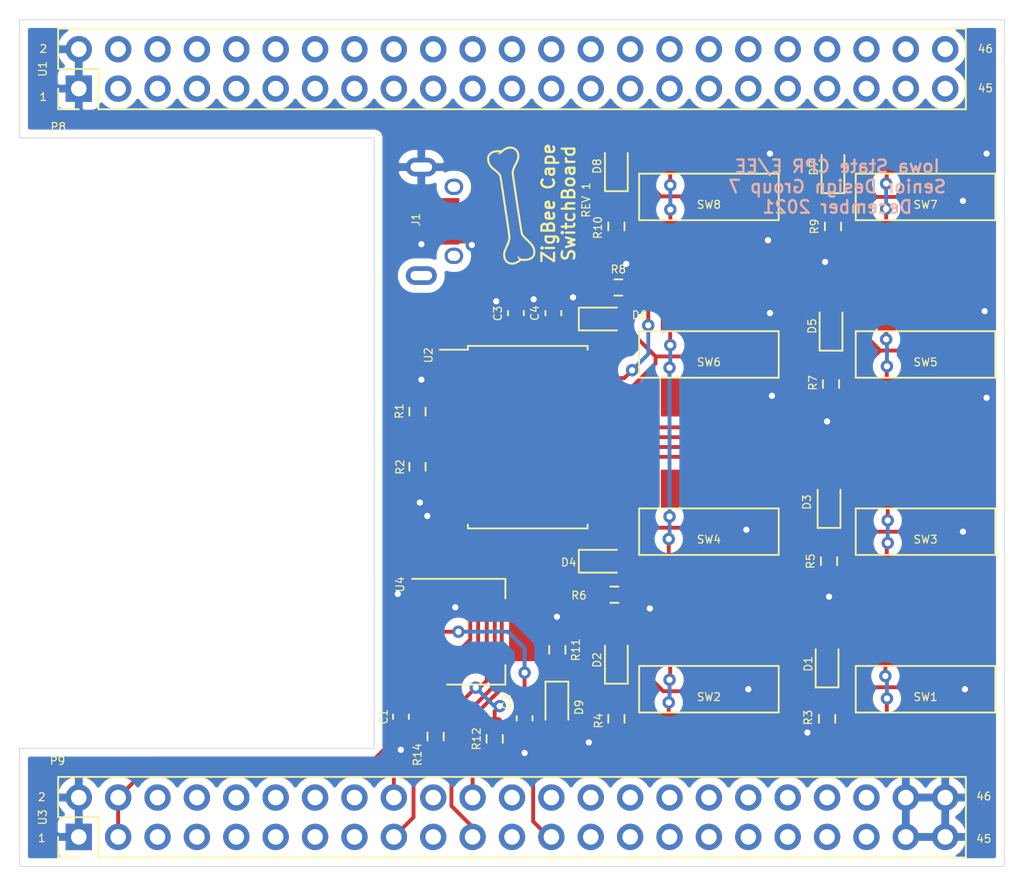
<source format=kicad_pcb>
(kicad_pcb (version 20171130) (host pcbnew "(5.1.9)-1")

  (general
    (thickness 1.6)
    (drawings 21)
    (tracks 363)
    (zones 0)
    (modules 40)
    (nets 111)
  )

  (page A4)
  (layers
    (0 F.Cu signal)
    (31 B.Cu signal)
    (32 B.Adhes user)
    (33 F.Adhes user)
    (34 B.Paste user)
    (35 F.Paste user)
    (36 B.SilkS user)
    (37 F.SilkS user)
    (38 B.Mask user)
    (39 F.Mask user)
    (40 Dwgs.User user hide)
    (41 Cmts.User user hide)
    (42 Eco1.User user hide)
    (43 Eco2.User user hide)
    (44 Edge.Cuts user)
    (45 Margin user hide)
    (46 B.CrtYd user)
    (47 F.CrtYd user)
    (48 B.Fab user hide)
    (49 F.Fab user hide)
  )

  (setup
    (last_trace_width 0.25)
    (user_trace_width 0.508)
    (trace_clearance 0.2)
    (zone_clearance 0.508)
    (zone_45_only no)
    (trace_min 0.2)
    (via_size 0.8)
    (via_drill 0.4)
    (via_min_size 0.4)
    (via_min_drill 0.3)
    (uvia_size 0.3)
    (uvia_drill 0.1)
    (uvias_allowed no)
    (uvia_min_size 0.2)
    (uvia_min_drill 0.1)
    (edge_width 0.05)
    (segment_width 0.2)
    (pcb_text_width 0.3)
    (pcb_text_size 1.5 1.5)
    (mod_edge_width 0.12)
    (mod_text_size 0.508 0.508)
    (mod_text_width 0.0762)
    (pad_size 1.524 1.524)
    (pad_drill 0.762)
    (pad_to_mask_clearance 0)
    (aux_axis_origin 0 0)
    (visible_elements 7EF7B267)
    (pcbplotparams
      (layerselection 0x010fc_ffffffff)
      (usegerberextensions false)
      (usegerberattributes true)
      (usegerberadvancedattributes true)
      (creategerberjobfile true)
      (excludeedgelayer true)
      (linewidth 0.100000)
      (plotframeref false)
      (viasonmask false)
      (mode 1)
      (useauxorigin false)
      (hpglpennumber 1)
      (hpglpenspeed 20)
      (hpglpendiameter 15.000000)
      (psnegative false)
      (psa4output false)
      (plotreference true)
      (plotvalue true)
      (plotinvisibletext false)
      (padsonsilk false)
      (subtractmaskfromsilk false)
      (outputformat 1)
      (mirror false)
      (drillshape 1)
      (scaleselection 1)
      (outputdirectory ""))
  )

  (net 0 "")
  (net 1 VDD)
  (net 2 GND)
  (net 3 +3V3)
  (net 4 SW_5)
  (net 5 "Net-(D1-Pad1)")
  (net 6 SW_1)
  (net 7 "Net-(D2-Pad1)")
  (net 8 "Net-(D3-Pad1)")
  (net 9 SW_6)
  (net 10 "Net-(D4-Pad1)")
  (net 11 SW_2)
  (net 12 SW_7)
  (net 13 "Net-(D5-Pad1)")
  (net 14 SW_3)
  (net 15 "Net-(D6-Pad1)")
  (net 16 "Net-(D7-Pad1)")
  (net 17 SW_8)
  (net 18 "Net-(D8-Pad1)")
  (net 19 SW_4)
  (net 20 "Net-(D9-Pad1)")
  (net 21 "Net-(R1-Pad1)")
  (net 22 "Net-(R2-Pad1)")
  (net 23 "Net-(U1-Pad3)")
  (net 24 "Net-(U1-Pad4)")
  (net 25 "Net-(U1-Pad5)")
  (net 26 "Net-(U1-Pad6)")
  (net 27 "Net-(U1-Pad7)")
  (net 28 "Net-(U1-Pad8)")
  (net 29 "Net-(U1-Pad9)")
  (net 30 "Net-(U1-Pad10)")
  (net 31 "Net-(U1-Pad11)")
  (net 32 "Net-(U1-Pad12)")
  (net 33 "Net-(U1-Pad13)")
  (net 34 "Net-(U1-Pad14)")
  (net 35 "Net-(U1-Pad15)")
  (net 36 "Net-(U1-Pad16)")
  (net 37 "Net-(U1-Pad17)")
  (net 38 "Net-(U1-Pad18)")
  (net 39 "Net-(U1-Pad19)")
  (net 40 "Net-(U1-Pad20)")
  (net 41 "Net-(U1-Pad21)")
  (net 42 "Net-(U1-Pad22)")
  (net 43 "Net-(U1-Pad23)")
  (net 44 "Net-(U1-Pad24)")
  (net 45 "Net-(U1-Pad25)")
  (net 46 "Net-(U1-Pad26)")
  (net 47 "Net-(U1-Pad27)")
  (net 48 "Net-(U1-Pad28)")
  (net 49 "Net-(U1-Pad29)")
  (net 50 "Net-(U1-Pad30)")
  (net 51 "Net-(U1-Pad31)")
  (net 52 "Net-(U1-Pad32)")
  (net 53 "Net-(U1-Pad33)")
  (net 54 "Net-(U1-Pad34)")
  (net 55 "Net-(U1-Pad35)")
  (net 56 "Net-(U1-Pad36)")
  (net 57 "Net-(U1-Pad37)")
  (net 58 "Net-(U1-Pad38)")
  (net 59 "Net-(U1-Pad39)")
  (net 60 "Net-(U1-Pad40)")
  (net 61 "Net-(U1-Pad41)")
  (net 62 "Net-(U1-Pad42)")
  (net 63 "Net-(U1-Pad43)")
  (net 64 "Net-(U1-Pad44)")
  (net 65 "Net-(U1-Pad45)")
  (net 66 "Net-(U1-Pad46)")
  (net 67 SCK)
  (net 68 MOSI)
  (net 69 MISO)
  (net 70 ~RESET)
  (net 71 ~CS)
  (net 72 "Net-(U2-Pad8)")
  (net 73 "Net-(U3-Pad42)")
  (net 74 "Net-(U3-Pad41)")
  (net 75 "Net-(U3-Pad40)")
  (net 76 "Net-(U3-Pad39)")
  (net 77 "Net-(U3-Pad38)")
  (net 78 "Net-(U3-Pad37)")
  (net 79 "Net-(U3-Pad36)")
  (net 80 "Net-(U3-Pad35)")
  (net 81 "Net-(U3-Pad34)")
  (net 82 "Net-(U3-Pad33)")
  (net 83 "Net-(U3-Pad32)")
  (net 84 "Net-(U3-Pad31)")
  (net 85 "Net-(U3-Pad30)")
  (net 86 "Net-(U3-Pad29)")
  (net 87 "Net-(U3-Pad28)")
  (net 88 "Net-(U3-Pad27)")
  (net 89 "Net-(U3-Pad26)")
  (net 90 "Net-(U3-Pad24)")
  (net 91 "Net-(U3-Pad23)")
  (net 92 "Net-(U3-Pad20)")
  (net 93 "Net-(U3-Pad19)")
  (net 94 "Net-(U3-Pad16)")
  (net 95 "Net-(U3-Pad14)")
  (net 96 "Net-(U3-Pad13)")
  (net 97 "Net-(U3-Pad12)")
  (net 98 "Net-(U3-Pad11)")
  (net 99 "Net-(U3-Pad10)")
  (net 100 "Net-(U3-Pad9)")
  (net 101 "Net-(U3-Pad8)")
  (net 102 "Net-(U3-Pad7)")
  (net 103 "Net-(U3-Pad6)")
  (net 104 "Net-(U3-Pad5)")
  (net 105 "Net-(J1-Pad4)")
  (net 106 "Net-(J1-Pad3)")
  (net 107 "Net-(J1-Pad2)")
  (net 108 "Net-(R12-Pad2)")
  (net 109 "Net-(R13-Pad2)")
  (net 110 "Net-(R14-Pad2)")

  (net_class Default "This is the default net class."
    (clearance 0.2)
    (trace_width 0.25)
    (via_dia 0.8)
    (via_drill 0.4)
    (uvia_dia 0.3)
    (uvia_drill 0.1)
    (add_net +3V3)
    (add_net GND)
    (add_net MISO)
    (add_net MOSI)
    (add_net "Net-(D1-Pad1)")
    (add_net "Net-(D2-Pad1)")
    (add_net "Net-(D3-Pad1)")
    (add_net "Net-(D4-Pad1)")
    (add_net "Net-(D5-Pad1)")
    (add_net "Net-(D6-Pad1)")
    (add_net "Net-(D7-Pad1)")
    (add_net "Net-(D8-Pad1)")
    (add_net "Net-(D9-Pad1)")
    (add_net "Net-(J1-Pad2)")
    (add_net "Net-(J1-Pad3)")
    (add_net "Net-(J1-Pad4)")
    (add_net "Net-(R1-Pad1)")
    (add_net "Net-(R12-Pad2)")
    (add_net "Net-(R13-Pad2)")
    (add_net "Net-(R14-Pad2)")
    (add_net "Net-(R2-Pad1)")
    (add_net "Net-(U1-Pad10)")
    (add_net "Net-(U1-Pad11)")
    (add_net "Net-(U1-Pad12)")
    (add_net "Net-(U1-Pad13)")
    (add_net "Net-(U1-Pad14)")
    (add_net "Net-(U1-Pad15)")
    (add_net "Net-(U1-Pad16)")
    (add_net "Net-(U1-Pad17)")
    (add_net "Net-(U1-Pad18)")
    (add_net "Net-(U1-Pad19)")
    (add_net "Net-(U1-Pad20)")
    (add_net "Net-(U1-Pad21)")
    (add_net "Net-(U1-Pad22)")
    (add_net "Net-(U1-Pad23)")
    (add_net "Net-(U1-Pad24)")
    (add_net "Net-(U1-Pad25)")
    (add_net "Net-(U1-Pad26)")
    (add_net "Net-(U1-Pad27)")
    (add_net "Net-(U1-Pad28)")
    (add_net "Net-(U1-Pad29)")
    (add_net "Net-(U1-Pad3)")
    (add_net "Net-(U1-Pad30)")
    (add_net "Net-(U1-Pad31)")
    (add_net "Net-(U1-Pad32)")
    (add_net "Net-(U1-Pad33)")
    (add_net "Net-(U1-Pad34)")
    (add_net "Net-(U1-Pad35)")
    (add_net "Net-(U1-Pad36)")
    (add_net "Net-(U1-Pad37)")
    (add_net "Net-(U1-Pad38)")
    (add_net "Net-(U1-Pad39)")
    (add_net "Net-(U1-Pad4)")
    (add_net "Net-(U1-Pad40)")
    (add_net "Net-(U1-Pad41)")
    (add_net "Net-(U1-Pad42)")
    (add_net "Net-(U1-Pad43)")
    (add_net "Net-(U1-Pad44)")
    (add_net "Net-(U1-Pad45)")
    (add_net "Net-(U1-Pad46)")
    (add_net "Net-(U1-Pad5)")
    (add_net "Net-(U1-Pad6)")
    (add_net "Net-(U1-Pad7)")
    (add_net "Net-(U1-Pad8)")
    (add_net "Net-(U1-Pad9)")
    (add_net "Net-(U2-Pad8)")
    (add_net "Net-(U3-Pad10)")
    (add_net "Net-(U3-Pad11)")
    (add_net "Net-(U3-Pad12)")
    (add_net "Net-(U3-Pad13)")
    (add_net "Net-(U3-Pad14)")
    (add_net "Net-(U3-Pad16)")
    (add_net "Net-(U3-Pad19)")
    (add_net "Net-(U3-Pad20)")
    (add_net "Net-(U3-Pad23)")
    (add_net "Net-(U3-Pad24)")
    (add_net "Net-(U3-Pad26)")
    (add_net "Net-(U3-Pad27)")
    (add_net "Net-(U3-Pad28)")
    (add_net "Net-(U3-Pad29)")
    (add_net "Net-(U3-Pad30)")
    (add_net "Net-(U3-Pad31)")
    (add_net "Net-(U3-Pad32)")
    (add_net "Net-(U3-Pad33)")
    (add_net "Net-(U3-Pad34)")
    (add_net "Net-(U3-Pad35)")
    (add_net "Net-(U3-Pad36)")
    (add_net "Net-(U3-Pad37)")
    (add_net "Net-(U3-Pad38)")
    (add_net "Net-(U3-Pad39)")
    (add_net "Net-(U3-Pad40)")
    (add_net "Net-(U3-Pad41)")
    (add_net "Net-(U3-Pad42)")
    (add_net "Net-(U3-Pad5)")
    (add_net "Net-(U3-Pad6)")
    (add_net "Net-(U3-Pad7)")
    (add_net "Net-(U3-Pad8)")
    (add_net "Net-(U3-Pad9)")
    (add_net SCK)
    (add_net SW_1)
    (add_net SW_2)
    (add_net SW_3)
    (add_net SW_4)
    (add_net SW_5)
    (add_net SW_6)
    (add_net SW_7)
    (add_net SW_8)
    (add_net VDD)
    (add_net ~CS)
    (add_net ~RESET)
  )

  (module Graphics:bone1 (layer F.Cu) (tedit 0) (tstamp 61899A34)
    (at 31.6992 -42.6212 270)
    (fp_text reference G*** (at 0 0 90) (layer F.SilkS) hide
      (effects (font (size 0.508 0.508) (thickness 0.0762)))
    )
    (fp_text value LOGO (at 0.7112 0 90) (layer F.SilkS) hide
      (effects (font (size 0.508 0.508) (thickness 0.0762)))
    )
    (fp_poly (pts (xy 3.168098 -1.536779) (xy 3.17772 -1.534138) (xy 3.26937 -1.492934) (xy 3.356608 -1.42692)
      (xy 3.431762 -1.342867) (xy 3.47632 -1.270603) (xy 3.51814 -1.16643) (xy 3.548728 -1.046852)
      (xy 3.566618 -0.922264) (xy 3.570346 -0.803064) (xy 3.558448 -0.699648) (xy 3.557398 -0.695)
      (xy 3.551061 -0.651085) (xy 3.559346 -0.624834) (xy 3.568452 -0.615625) (xy 3.601378 -0.579603)
      (xy 3.64163 -0.522369) (xy 3.68447 -0.452078) (xy 3.72516 -0.376888) (xy 3.75896 -0.304952)
      (xy 3.777851 -0.255239) (xy 3.804283 -0.127477) (xy 3.803626 0.000037) (xy 3.777805 0.122611)
      (xy 3.728747 0.235548) (xy 3.658377 0.334156) (xy 3.568619 0.413738) (xy 3.484313 0.460481)
      (xy 3.38061 0.494041) (xy 3.262856 0.514801) (xy 3.146996 0.520369) (xy 3.103237 0.517654)
      (xy 3.041771 0.509163) (xy 2.979958 0.495327) (xy 2.912018 0.474167) (xy 2.832173 0.443708)
      (xy 2.734643 0.401971) (xy 2.640333 0.359286) (xy 2.555271 0.321354) (xy 2.46779 0.284329)
      (xy 2.388348 0.252526) (xy 2.328876 0.230753) (xy 2.296659 0.219797) (xy 2.267255 0.210018)
      (xy 2.238907 0.201591) (xy 2.209856 0.194697) (xy 2.178346 0.189512) (xy 2.142619 0.186215)
      (xy 2.100918 0.184984) (xy 2.051486 0.185997) (xy 1.992564 0.189432) (xy 1.922395 0.195467)
      (xy 1.839223 0.20428) (xy 1.741289 0.21605) (xy 1.626836 0.230954) (xy 1.494107 0.24917)
      (xy 1.341344 0.270878) (xy 1.16679 0.296253) (xy 0.968688 0.325476) (xy 0.745279 0.358724)
      (xy 0.494807 0.396174) (xy 0.215513 0.438005) (xy 0.07304 0.459343) (xy -0.170402 0.49582)
      (xy -0.405441 0.531093) (xy -0.630132 0.564868) (xy -0.842528 0.596848) (xy -1.040685 0.62674)
      (xy -1.222657 0.654248) (xy -1.386498 0.679078) (xy -1.530263 0.700935) (xy -1.652006 0.719524)
      (xy -1.749781 0.734551) (xy -1.821644 0.745721) (xy -1.865648 0.752738) (xy -1.879585 0.755189)
      (xy -1.937188 0.782335) (xy -2.00812 0.837665) (xy -2.091923 0.92076) (xy -2.188144 1.031201)
      (xy -2.211985 1.06043) (xy -2.307838 1.175772) (xy -2.391185 1.267903) (xy -2.466106 1.340688)
      (xy -2.536679 1.39799) (xy -2.606984 1.443673) (xy -2.630022 1.456432) (xy -2.747533 1.506843)
      (xy -2.873712 1.539711) (xy -2.999909 1.553852) (xy -3.117474 1.548077) (xy -3.186222 1.532752)
      (xy -3.287325 1.485125) (xy -3.377961 1.410817) (xy -3.45412 1.314235) (xy -3.511794 1.199783)
      (xy -3.525884 1.159489) (xy -3.543789 1.086078) (xy -3.557533 0.998009) (xy -3.566433 0.904731)
      (xy -3.569801 0.815696) (xy -3.566952 0.740354) (xy -3.559538 0.695573) (xy -3.551058 0.65403)
      (xy -3.557188 0.628) (xy -3.574374 0.608926) (xy -3.608675 0.569236) (xy -3.649952 0.50867)
      (xy -3.693275 0.435784) (xy -3.733715 0.359136) (xy -3.766344 0.287283) (xy -3.778809 0.254)
      (xy -3.798507 0.185681) (xy -3.807158 0.1235) (xy -3.806751 0.055327) (xy -3.681327 0.055327)
      (xy -3.680118 0.103364) (xy -3.657411 0.220434) (xy -3.604191 0.342881) (xy -3.521028 0.469609)
      (xy -3.437397 0.568931) (xy -3.384052 0.62807) (xy -3.349292 0.670719) (xy -3.329327 0.702914)
      (xy -3.320367 0.730693) (xy -3.318592 0.758146) (xy -3.325256 0.812916) (xy -3.340386 0.863564)
      (xy -3.341115 0.865187) (xy -3.362922 0.912812) (xy -3.364211 0.861965) (xy -3.371963 0.806891)
      (xy -3.389578 0.761343) (xy -3.412923 0.734175) (xy -3.425692 0.73025) (xy -3.437673 0.744739)
      (xy -3.444058 0.783828) (xy -3.44529 0.840943) (xy -3.441813 0.909514) (xy -3.434072 0.98297)
      (xy -3.422509 1.054737) (xy -3.40757 1.118246) (xy -3.397404 1.149045) (xy -3.348873 1.244506)
      (xy -3.284202 1.32564) (xy -3.209752 1.385028) (xy -3.182938 1.399132) (xy -3.111256 1.419732)
      (xy -3.021447 1.427769) (xy -2.924602 1.423107) (xy -2.831811 1.405607) (xy -2.824663 1.40358)
      (xy -2.74686 1.377016) (xy -2.676256 1.34336) (xy -2.60858 1.299139) (xy -2.53956 1.240878)
      (xy -2.464924 1.165104) (xy -2.3804 1.06834) (xy -2.315939 0.989824) (xy -2.22778 0.883913)
      (xy -2.152433 0.801314) (xy -2.086029 0.738327) (xy -2.024696 0.691251) (xy -1.970133 0.659173)
      (xy -1.946589 0.652355) (xy -1.89497 0.641636) (xy -1.814954 0.626964) (xy -1.706218 0.608289)
      (xy -1.56844 0.585558) (xy -1.4013 0.558721) (xy -1.204474 0.527726) (xy -0.97764 0.492521)
      (xy -0.720478 0.453055) (xy -0.432664 0.409276) (xy -0.113878 0.361134) (xy 0.038055 0.33829)
      (xy 0.326346 0.295008) (xy 0.58498 0.256223) (xy 0.815698 0.221705) (xy 1.020239 0.191221)
      (xy 1.200342 0.16454) (xy 1.357747 0.141433) (xy 1.494194 0.121666) (xy 1.611422 0.105008)
      (xy 1.71117 0.09123) (xy 1.795179 0.080098) (xy 1.865188 0.071383) (xy 1.922937 0.064853)
      (xy 1.970164 0.060276) (xy 2.008611 0.057421) (xy 2.040015 0.056057) (xy 2.066118 0.055953)
      (xy 2.088658 0.056878) (xy 2.109375 0.0586) (xy 2.12725 0.060564) (xy 2.202295 0.071247)
      (xy 2.274448 0.086265) (xy 2.349585 0.107552) (xy 2.433583 0.137039) (xy 2.532316 0.176658)
      (xy 2.651661 0.228342) (xy 2.691468 0.246088) (xy 2.809733 0.298066) (xy 2.90513 0.337174)
      (xy 2.9831 0.364914) (xy 3.049085 0.382786) (xy 3.108528 0.392293) (xy 3.166872 0.394935)
      (xy 3.222873 0.39269) (xy 3.354986 0.370906) (xy 3.466752 0.325928) (xy 3.556794 0.259152)
      (xy 3.623735 0.171972) (xy 3.666199 0.065784) (xy 3.682809 -0.058015) (xy 3.683 -0.073724)
      (xy 3.668892 -0.180575) (xy 3.627615 -0.296626) (xy 3.560741 -0.417581) (xy 3.552934 -0.42944)
      (xy 3.488478 -0.525963) (xy 3.443613 -0.482979) (xy 3.38417 -0.445101) (xy 3.315513 -0.426838)
      (xy 3.267969 -0.420472) (xy 3.235212 -0.418246) (xy 3.226513 -0.419446) (xy 3.235594 -0.42964)
      (xy 3.265149 -0.449262) (xy 3.288265 -0.462637) (xy 3.330258 -0.490484) (xy 3.360142 -0.524727)
      (xy 3.386492 -0.576071) (xy 3.394545 -0.595313) (xy 3.430092 -0.71721) (xy 3.443602 -0.84776)
      (xy 3.436016 -0.979836) (xy 3.408271 -1.106309) (xy 3.361309 -1.220051) (xy 3.300458 -1.309018)
      (xy 3.228102 -1.373301) (xy 3.14394 -1.412049) (xy 3.042279 -1.427649) (xy 3.01625 -1.428213)
      (xy 2.894984 -1.420087) (xy 2.783215 -1.393726) (xy 2.676268 -1.346751) (xy 2.56947 -1.27678)
      (xy 2.458147 -1.181435) (xy 2.38125 -1.104832) (xy 2.273054 -0.992402) (xy 2.183891 -0.900834)
      (xy 2.111191 -0.82772) (xy 2.052384 -0.770655) (xy 2.004902 -0.727229) (xy 1.966175 -0.695037)
      (xy 1.933634 -0.671671) (xy 1.90471 -0.654725) (xy 1.89636 -0.650536) (xy 1.880382 -0.644179)
      (xy 1.856307 -0.637) (xy 1.822539 -0.628737) (xy 1.777478 -0.619125) (xy 1.719526 -0.607903)
      (xy 1.647084 -0.594805) (xy 1.558554 -0.57957) (xy 1.452337 -0.561935) (xy 1.326835 -0.541635)
      (xy 1.180449 -0.518408) (xy 1.01158 -0.491991) (xy 0.818631 -0.46212) (xy 0.600001 -0.428532)
      (xy 0.354094 -0.390965) (xy 0.07931 -0.349155) (xy -0.09466 -0.322746) (xy -0.33904 -0.285789)
      (xy -0.575921 -0.250189) (xy -0.803273 -0.216242) (xy -1.019064 -0.184239) (xy -1.221263 -0.154476)
      (xy -1.40784 -0.127246) (xy -1.576762 -0.102842) (xy -1.725999 -0.08156) (xy -1.85352 -0.063691)
      (xy -1.957293 -0.049531) (xy -2.035288 -0.039373) (xy -2.085473 -0.033511) (xy -2.103757 -0.032109)
      (xy -2.186348 -0.037409) (xy -2.275539 -0.054869) (xy -2.375614 -0.085917) (xy -2.490858 -0.131985)
      (xy -2.625554 -0.194502) (xy -2.69728 -0.230218) (xy -2.811701 -0.287187) (xy -2.903923 -0.330171)
      (xy -2.979366 -0.36084) (xy -3.043455 -0.380862) (xy -3.10161 -0.391907) (xy -3.159255 -0.395646)
      (xy -3.221811 -0.393747) (xy -3.227237 -0.393398) (xy -3.357114 -0.37167) (xy -3.467653 -0.326152)
      (xy -3.557099 -0.258767) (xy -3.623696 -0.171443) (xy -3.665691 -0.066103) (xy -3.681327 0.055327)
      (xy -3.806751 0.055327) (xy -3.806724 0.050914) (xy -3.805438 0.029388) (xy -3.782136 -0.107358)
      (xy -3.733062 -0.227687) (xy -3.660609 -0.329844) (xy -3.567169 -0.412068) (xy -3.455134 -0.472603)
      (xy -3.326897 -0.50969) (xy -3.184851 -0.52157) (xy -3.068066 -0.512506) (xy -3.020412 -0.504284)
      (xy -2.974157 -0.492625) (xy -2.923752 -0.475341) (xy -2.863649 -0.450246) (xy -2.7883 -0.415155)
      (xy -2.692158 -0.367879) (xy -2.659063 -0.351311) (xy -2.534958 -0.290055) (xy -2.433655 -0.242825)
      (xy -2.350355 -0.207954) (xy -2.28026 -0.183778) (xy -2.218571 -0.16863) (xy -2.160488 -0.160844)
      (xy -2.104294 -0.15875) (xy -2.076371 -0.1611) (xy -2.01911 -0.167953) (xy -1.93456 -0.179015)
      (xy -1.824767 -0.193992) (xy -1.691779 -0.212589) (xy -1.537644 -0.234511) (xy -1.36441 -0.259465)
      (xy -1.174124 -0.287155) (xy -0.968834 -0.317288) (xy -0.750587 -0.349569) (xy -0.521432 -0.383704)
      (xy -0.283416 -0.419398) (xy -0.118831 -0.444216) (xy 0.181527 -0.489695) (xy 0.451823 -0.530812)
      (xy 0.693413 -0.56779) (xy 0.907653 -0.600847) (xy 1.095898 -0.630205) (xy 1.259504 -0.656084)
      (xy 1.399827 -0.678705) (xy 1.518222 -0.698287) (xy 1.616046 -0.715052) (xy 1.694655 -0.72922)
      (xy 1.755403 -0.741012) (xy 1.799647 -0.750647) (xy 1.828743 -0.758347) (xy 1.8415 -0.763012)
      (xy 1.893414 -0.796207) (xy 1.961296 -0.854341) (xy 2.043475 -0.935955) (xy 2.06375 -0.957388)
      (xy 2.180712 -1.081159) (xy 2.28011 -1.183403) (xy 2.365066 -1.266681) (xy 2.438704 -1.333552)
      (xy 2.504145 -1.386575) (xy 2.564512 -1.428311) (xy 2.622929 -1.461317) (xy 2.682516 -1.488154)
      (xy 2.7349 -1.507509) (xy 2.844065 -1.535834) (xy 2.96002 -1.550597) (xy 3.071715 -1.551133)
      (xy 3.168098 -1.536779)) (layer F.SilkS) (width 0.01))
  )

  (module Capacitor_SMD:C_0603_1608Metric_Pad1.08x0.95mm_HandSolder (layer F.Cu) (tedit 5F68FEEF) (tstamp 61709F5D)
    (at 32.5628 -9.5504 270)
    (descr "Capacitor SMD 0603 (1608 Metric), square (rectangular) end terminal, IPC_7351 nominal with elongated pad for handsoldering. (Body size source: IPC-SM-782 page 76, https://www.pcb-3d.com/wordpress/wp-content/uploads/ipc-sm-782a_amendment_1_and_2.pdf), generated with kicad-footprint-generator")
    (tags "capacitor handsolder")
    (path /617ECB15)
    (attr smd)
    (fp_text reference C2 (at -1.0668 1.1684 270) (layer F.SilkS)
      (effects (font (size 0.508 0.508) (thickness 0.0762)))
    )
    (fp_text value 10uF (at 0 1.43 270) (layer F.Fab)
      (effects (font (size 0.508 0.508) (thickness 0.0762)))
    )
    (fp_line (start 1.65 0.73) (end -1.65 0.73) (layer F.CrtYd) (width 0.05))
    (fp_line (start 1.65 -0.73) (end 1.65 0.73) (layer F.CrtYd) (width 0.05))
    (fp_line (start -1.65 -0.73) (end 1.65 -0.73) (layer F.CrtYd) (width 0.05))
    (fp_line (start -1.65 0.73) (end -1.65 -0.73) (layer F.CrtYd) (width 0.05))
    (fp_line (start -0.146267 0.51) (end 0.146267 0.51) (layer F.SilkS) (width 0.12))
    (fp_line (start -0.146267 -0.51) (end 0.146267 -0.51) (layer F.SilkS) (width 0.12))
    (fp_line (start 0.8 0.4) (end -0.8 0.4) (layer F.Fab) (width 0.1))
    (fp_line (start 0.8 -0.4) (end 0.8 0.4) (layer F.Fab) (width 0.1))
    (fp_line (start -0.8 -0.4) (end 0.8 -0.4) (layer F.Fab) (width 0.1))
    (fp_line (start -0.8 0.4) (end -0.8 -0.4) (layer F.Fab) (width 0.1))
    (fp_text user %R (at 0 0 270) (layer F.Fab)
      (effects (font (size 0.508 0.508) (thickness 0.0762)))
    )
    (pad 2 smd roundrect (at 0.8625 0 270) (size 1.075 0.95) (layers F.Cu F.Paste F.Mask) (roundrect_rratio 0.25)
      (net 2 GND))
    (pad 1 smd roundrect (at -0.8625 0 270) (size 1.075 0.95) (layers F.Cu F.Paste F.Mask) (roundrect_rratio 0.25)
      (net 3 +3V3))
    (model ${KISYS3DMOD}/Capacitor_SMD.3dshapes/C_0603_1608Metric.wrl
      (at (xyz 0 0 0))
      (scale (xyz 1 1 1))
      (rotate (xyz 0 0 0))
    )
  )

  (module Connector_PinHeader_2.54mm:PinHeader_2x23_P2.54mm_Vertical (layer F.Cu) (tedit 6170694C) (tstamp 6170A1E6)
    (at 31.75 -3.175 90)
    (descr "Through hole straight pin header, 2x23, 2.54mm pitch, double rows")
    (tags "Through hole pin header THT 2x23 2.54mm double row")
    (path /6167FB9A)
    (fp_text reference U3 (at 0 -30.27 90) (layer F.SilkS)
      (effects (font (size 0.508 0.508) (thickness 0.0762)))
    )
    (fp_text value BeagleBone_P9 (at 0 30.27 90) (layer F.Fab)
      (effects (font (size 0.508 0.508) (thickness 0.0762)))
    )
    (fp_line (start -1.27 -29.21) (end 2.54 -29.21) (layer F.Fab) (width 0.1))
    (fp_line (start 2.54 -29.21) (end 2.54 29.21) (layer F.Fab) (width 0.1))
    (fp_line (start 2.54 29.21) (end -2.54 29.21) (layer F.Fab) (width 0.1))
    (fp_line (start -2.54 29.21) (end -2.54 -27.94) (layer F.Fab) (width 0.1))
    (fp_line (start -2.54 -27.94) (end -1.27 -29.21) (layer F.Fab) (width 0.1))
    (fp_line (start -2.6 29.27) (end 2.6 29.27) (layer F.SilkS) (width 0.12))
    (fp_line (start -2.6 -26.67) (end -2.6 29.27) (layer F.SilkS) (width 0.12))
    (fp_line (start 2.6 -29.27) (end 2.6 29.27) (layer F.SilkS) (width 0.12))
    (fp_line (start -2.6 -26.67) (end 0 -26.67) (layer F.SilkS) (width 0.12))
    (fp_line (start 0 -26.67) (end 0 -29.27) (layer F.SilkS) (width 0.12))
    (fp_line (start 0 -29.27) (end 2.6 -29.27) (layer F.SilkS) (width 0.12))
    (fp_line (start -2.6 -27.94) (end -2.6 -29.27) (layer F.SilkS) (width 0.12))
    (fp_line (start -2.6 -29.27) (end -1.27 -29.27) (layer F.SilkS) (width 0.12))
    (fp_line (start -3.07 -29.74) (end -3.07 29.71) (layer F.CrtYd) (width 0.05))
    (fp_line (start -3.07 29.71) (end 3.08 29.71) (layer F.CrtYd) (width 0.05))
    (fp_line (start 3.08 29.71) (end 3.08 -29.74) (layer F.CrtYd) (width 0.05))
    (fp_line (start 3.08 -29.74) (end -3.07 -29.74) (layer F.CrtYd) (width 0.05))
    (fp_text user %R (at 0 0 180) (layer F.Fab)
      (effects (font (size 0.508 0.508) (thickness 0.0762)))
    )
    (pad 46 thru_hole oval (at 1.27 27.94 90) (size 1.7 1.7) (drill 1) (layers *.Cu *.Mask)
      (net 2 GND))
    (pad 45 thru_hole oval (at -1.27 27.94 90) (size 1.7 1.7) (drill 1) (layers *.Cu *.Mask)
      (net 2 GND))
    (pad 44 thru_hole oval (at 1.27 25.4 90) (size 1.7 1.7) (drill 1) (layers *.Cu *.Mask)
      (net 2 GND))
    (pad 43 thru_hole oval (at -1.27 25.4 90) (size 1.7 1.7) (drill 1) (layers *.Cu *.Mask)
      (net 2 GND))
    (pad 42 thru_hole oval (at 1.27 22.86 90) (size 1.7 1.7) (drill 1) (layers *.Cu *.Mask)
      (net 73 "Net-(U3-Pad42)"))
    (pad 41 thru_hole oval (at -1.27 22.86 90) (size 1.7 1.7) (drill 1) (layers *.Cu *.Mask)
      (net 74 "Net-(U3-Pad41)"))
    (pad 40 thru_hole oval (at 1.27 20.32 90) (size 1.7 1.7) (drill 1) (layers *.Cu *.Mask)
      (net 75 "Net-(U3-Pad40)"))
    (pad 39 thru_hole oval (at -1.27 20.32 90) (size 1.7 1.7) (drill 1) (layers *.Cu *.Mask)
      (net 76 "Net-(U3-Pad39)"))
    (pad 38 thru_hole oval (at 1.27 17.78 90) (size 1.7 1.7) (drill 1) (layers *.Cu *.Mask)
      (net 77 "Net-(U3-Pad38)"))
    (pad 37 thru_hole oval (at -1.27 17.78 90) (size 1.7 1.7) (drill 1) (layers *.Cu *.Mask)
      (net 78 "Net-(U3-Pad37)"))
    (pad 36 thru_hole oval (at 1.27 15.24 90) (size 1.7 1.7) (drill 1) (layers *.Cu *.Mask)
      (net 79 "Net-(U3-Pad36)"))
    (pad 35 thru_hole oval (at -1.27 15.24 90) (size 1.7 1.7) (drill 1) (layers *.Cu *.Mask)
      (net 80 "Net-(U3-Pad35)"))
    (pad 34 thru_hole oval (at 1.27 12.7 90) (size 1.7 1.7) (drill 1) (layers *.Cu *.Mask)
      (net 81 "Net-(U3-Pad34)"))
    (pad 33 thru_hole oval (at -1.27 12.7 90) (size 1.7 1.7) (drill 1) (layers *.Cu *.Mask)
      (net 82 "Net-(U3-Pad33)"))
    (pad 32 thru_hole oval (at 1.27 10.16 90) (size 1.7 1.7) (drill 1) (layers *.Cu *.Mask)
      (net 83 "Net-(U3-Pad32)"))
    (pad 31 thru_hole oval (at -1.27 10.16 90) (size 1.7 1.7) (drill 1) (layers *.Cu *.Mask)
      (net 84 "Net-(U3-Pad31)"))
    (pad 30 thru_hole oval (at 1.27 7.62 90) (size 1.7 1.7) (drill 1) (layers *.Cu *.Mask)
      (net 85 "Net-(U3-Pad30)"))
    (pad 29 thru_hole oval (at -1.27 7.62 90) (size 1.7 1.7) (drill 1) (layers *.Cu *.Mask)
      (net 86 "Net-(U3-Pad29)"))
    (pad 28 thru_hole oval (at 1.27 5.08 90) (size 1.7 1.7) (drill 1) (layers *.Cu *.Mask)
      (net 87 "Net-(U3-Pad28)"))
    (pad 27 thru_hole oval (at -1.27 5.08 90) (size 1.7 1.7) (drill 1) (layers *.Cu *.Mask)
      (net 88 "Net-(U3-Pad27)"))
    (pad 26 thru_hole oval (at 1.27 2.54 90) (size 1.7 1.7) (drill 1) (layers *.Cu *.Mask)
      (net 89 "Net-(U3-Pad26)"))
    (pad 25 thru_hole oval (at -1.27 2.54 90) (size 1.7 1.7) (drill 1) (layers *.Cu *.Mask)
      (net 108 "Net-(R12-Pad2)"))
    (pad 24 thru_hole oval (at 1.27 0 90) (size 1.7 1.7) (drill 1) (layers *.Cu *.Mask)
      (net 90 "Net-(U3-Pad24)"))
    (pad 23 thru_hole oval (at -1.27 0 90) (size 1.7 1.7) (drill 1) (layers *.Cu *.Mask)
      (net 91 "Net-(U3-Pad23)"))
    (pad 22 thru_hole oval (at 1.27 -2.54 90) (size 1.7 1.7) (drill 1) (layers *.Cu *.Mask)
      (net 67 SCK))
    (pad 21 thru_hole oval (at -1.27 -2.54 90) (size 1.7 1.7) (drill 1) (layers *.Cu *.Mask)
      (net 69 MISO))
    (pad 20 thru_hole oval (at 1.27 -5.08 90) (size 1.7 1.7) (drill 1) (layers *.Cu *.Mask)
      (net 92 "Net-(U3-Pad20)"))
    (pad 19 thru_hole oval (at -1.27 -5.08 90) (size 1.7 1.7) (drill 1) (layers *.Cu *.Mask)
      (net 93 "Net-(U3-Pad19)"))
    (pad 18 thru_hole oval (at 1.27 -7.62 90) (size 1.7 1.7) (drill 1) (layers *.Cu *.Mask)
      (net 68 MOSI))
    (pad 17 thru_hole oval (at -1.27 -7.62 90) (size 1.7 1.7) (drill 1) (layers *.Cu *.Mask)
      (net 110 "Net-(R14-Pad2)"))
    (pad 16 thru_hole oval (at 1.27 -10.16 90) (size 1.7 1.7) (drill 1) (layers *.Cu *.Mask)
      (net 94 "Net-(U3-Pad16)"))
    (pad 15 thru_hole oval (at -1.27 -10.16 90) (size 1.7 1.7) (drill 1) (layers *.Cu *.Mask)
      (net 109 "Net-(R13-Pad2)"))
    (pad 14 thru_hole oval (at 1.27 -12.7 90) (size 1.7 1.7) (drill 1) (layers *.Cu *.Mask)
      (net 95 "Net-(U3-Pad14)"))
    (pad 13 thru_hole oval (at -1.27 -12.7 90) (size 1.7 1.7) (drill 1) (layers *.Cu *.Mask)
      (net 96 "Net-(U3-Pad13)"))
    (pad 12 thru_hole oval (at 1.27 -15.24 90) (size 1.7 1.7) (drill 1) (layers *.Cu *.Mask)
      (net 97 "Net-(U3-Pad12)"))
    (pad 11 thru_hole oval (at -1.27 -15.24 90) (size 1.7 1.7) (drill 1) (layers *.Cu *.Mask)
      (net 98 "Net-(U3-Pad11)"))
    (pad 10 thru_hole oval (at 1.27 -17.78 90) (size 1.7 1.7) (drill 1) (layers *.Cu *.Mask)
      (net 99 "Net-(U3-Pad10)"))
    (pad 9 thru_hole oval (at -1.27 -17.78 90) (size 1.7 1.7) (drill 1) (layers *.Cu *.Mask)
      (net 100 "Net-(U3-Pad9)"))
    (pad 8 thru_hole oval (at 1.27 -20.32 90) (size 1.7 1.7) (drill 1) (layers *.Cu *.Mask)
      (net 101 "Net-(U3-Pad8)"))
    (pad 7 thru_hole oval (at -1.27 -20.32 90) (size 1.7 1.7) (drill 1) (layers *.Cu *.Mask)
      (net 102 "Net-(U3-Pad7)"))
    (pad 6 thru_hole oval (at 1.27 -22.86 90) (size 1.7 1.7) (drill 1) (layers *.Cu *.Mask)
      (net 103 "Net-(U3-Pad6)"))
    (pad 5 thru_hole oval (at -1.27 -22.86 90) (size 1.7 1.7) (drill 1) (layers *.Cu *.Mask)
      (net 104 "Net-(U3-Pad5)"))
    (pad 4 thru_hole oval (at 1.27 -25.4 90) (size 1.7 1.7) (drill 1) (layers *.Cu *.Mask)
      (net 3 +3V3))
    (pad 3 thru_hole oval (at -1.27 -25.4 90) (size 1.7 1.7) (drill 1) (layers *.Cu *.Mask)
      (net 3 +3V3))
    (pad 2 thru_hole oval (at 1.27 -27.94 90) (size 1.7 1.7) (drill 1) (layers *.Cu *.Mask)
      (net 2 GND))
    (pad 1 thru_hole rect (at -1.27 -27.94 90) (size 1.7 1.7) (drill 1) (layers *.Cu *.Mask)
      (net 2 GND))
    (model ${KISYS3DMOD}/Connector_PinHeader_2.54mm.3dshapes/PinHeader_2x23_P2.54mm_Vertical.wrl
      (at (xyz 0 0 0))
      (scale (xyz 1 1 1))
      (rotate (xyz 0 0 0))
    )
  )

  (module Resistor_SMD:R_0603_1608Metric_Pad0.98x0.95mm_HandSolder (layer F.Cu) (tedit 5F68FEEE) (tstamp 61846720)
    (at 30.6324 -8.2296 270)
    (descr "Resistor SMD 0603 (1608 Metric), square (rectangular) end terminal, IPC_7351 nominal with elongated pad for handsoldering. (Body size source: IPC-SM-782 page 72, https://www.pcb-3d.com/wordpress/wp-content/uploads/ipc-sm-782a_amendment_1_and_2.pdf), generated with kicad-footprint-generator")
    (tags "resistor handsolder")
    (path /618B1AC7)
    (attr smd)
    (fp_text reference R12 (at 0 1.1684 270) (layer F.SilkS)
      (effects (font (size 0.508 0.508) (thickness 0.0762)))
    )
    (fp_text value DNP (at 0 1.43 90) (layer F.Fab)
      (effects (font (size 0.508 0.508) (thickness 0.0762)))
    )
    (fp_line (start 1.65 0.73) (end -1.65 0.73) (layer F.CrtYd) (width 0.05))
    (fp_line (start 1.65 -0.73) (end 1.65 0.73) (layer F.CrtYd) (width 0.05))
    (fp_line (start -1.65 -0.73) (end 1.65 -0.73) (layer F.CrtYd) (width 0.05))
    (fp_line (start -1.65 0.73) (end -1.65 -0.73) (layer F.CrtYd) (width 0.05))
    (fp_line (start -0.254724 0.5225) (end 0.254724 0.5225) (layer F.SilkS) (width 0.12))
    (fp_line (start -0.254724 -0.5225) (end 0.254724 -0.5225) (layer F.SilkS) (width 0.12))
    (fp_line (start 0.8 0.4125) (end -0.8 0.4125) (layer F.Fab) (width 0.1))
    (fp_line (start 0.8 -0.4125) (end 0.8 0.4125) (layer F.Fab) (width 0.1))
    (fp_line (start -0.8 -0.4125) (end 0.8 -0.4125) (layer F.Fab) (width 0.1))
    (fp_line (start -0.8 0.4125) (end -0.8 -0.4125) (layer F.Fab) (width 0.1))
    (fp_text user %R (at 0 0 90) (layer F.Fab)
      (effects (font (size 0.508 0.508) (thickness 0.0762)))
    )
    (pad 2 smd roundrect (at 0.9125 0 270) (size 0.975 0.95) (layers F.Cu F.Paste F.Mask) (roundrect_rratio 0.25)
      (net 108 "Net-(R12-Pad2)"))
    (pad 1 smd roundrect (at -0.9125 0 270) (size 0.975 0.95) (layers F.Cu F.Paste F.Mask) (roundrect_rratio 0.25)
      (net 71 ~CS))
    (model ${KISYS3DMOD}/Resistor_SMD.3dshapes/R_0603_1608Metric.wrl
      (at (xyz 0 0 0))
      (scale (xyz 1 1 1))
      (rotate (xyz 0 0 0))
    )
  )

  (module Package_SO:SOIC-18W_7.5x11.6mm_P1.27mm (layer F.Cu) (tedit 5D9F72B1) (tstamp 6170C67D)
    (at 32.766 -27.686)
    (descr "SOIC, 18 Pin (JEDEC MS-013AB, https://www.analog.com/media/en/package-pcb-resources/package/33254132129439rw_18.pdf), generated with kicad-footprint-generator ipc_gullwing_generator.py")
    (tags "SOIC SO")
    (path /6164EA14)
    (attr smd)
    (fp_text reference U2 (at -6.4008 -5.2832 90) (layer F.SilkS)
      (effects (font (size 0.508 0.508) (thickness 0.0762)))
    )
    (fp_text value MCP23S08 (at 0 6.72) (layer F.Fab)
      (effects (font (size 0.508 0.508) (thickness 0.0762)))
    )
    (fp_line (start 0 5.885) (end 3.86 5.885) (layer F.SilkS) (width 0.12))
    (fp_line (start 3.86 5.885) (end 3.86 5.64) (layer F.SilkS) (width 0.12))
    (fp_line (start 0 5.885) (end -3.86 5.885) (layer F.SilkS) (width 0.12))
    (fp_line (start -3.86 5.885) (end -3.86 5.64) (layer F.SilkS) (width 0.12))
    (fp_line (start 0 -5.885) (end 3.86 -5.885) (layer F.SilkS) (width 0.12))
    (fp_line (start 3.86 -5.885) (end 3.86 -5.64) (layer F.SilkS) (width 0.12))
    (fp_line (start 0 -5.885) (end -3.86 -5.885) (layer F.SilkS) (width 0.12))
    (fp_line (start -3.86 -5.885) (end -3.86 -5.64) (layer F.SilkS) (width 0.12))
    (fp_line (start -3.86 -5.64) (end -5.675 -5.64) (layer F.SilkS) (width 0.12))
    (fp_line (start -2.75 -5.775) (end 3.75 -5.775) (layer F.Fab) (width 0.1))
    (fp_line (start 3.75 -5.775) (end 3.75 5.775) (layer F.Fab) (width 0.1))
    (fp_line (start 3.75 5.775) (end -3.75 5.775) (layer F.Fab) (width 0.1))
    (fp_line (start -3.75 5.775) (end -3.75 -4.775) (layer F.Fab) (width 0.1))
    (fp_line (start -3.75 -4.775) (end -2.75 -5.775) (layer F.Fab) (width 0.1))
    (fp_line (start -5.93 -6.02) (end -5.93 6.02) (layer F.CrtYd) (width 0.05))
    (fp_line (start -5.93 6.02) (end 5.93 6.02) (layer F.CrtYd) (width 0.05))
    (fp_line (start 5.93 6.02) (end 5.93 -6.02) (layer F.CrtYd) (width 0.05))
    (fp_line (start 5.93 -6.02) (end -5.93 -6.02) (layer F.CrtYd) (width 0.05))
    (fp_text user %R (at 0 0) (layer F.Fab)
      (effects (font (size 0.508 0.508) (thickness 0.0762)))
    )
    (pad 1 smd roundrect (at -4.65 -5.08) (size 2.05 0.6) (layers F.Cu F.Paste F.Mask) (roundrect_rratio 0.25)
      (net 67 SCK))
    (pad 2 smd roundrect (at -4.65 -3.81) (size 2.05 0.6) (layers F.Cu F.Paste F.Mask) (roundrect_rratio 0.25)
      (net 68 MOSI))
    (pad 3 smd roundrect (at -4.65 -2.54) (size 2.05 0.6) (layers F.Cu F.Paste F.Mask) (roundrect_rratio 0.25)
      (net 69 MISO))
    (pad 4 smd roundrect (at -4.65 -1.27) (size 2.05 0.6) (layers F.Cu F.Paste F.Mask) (roundrect_rratio 0.25)
      (net 21 "Net-(R1-Pad1)"))
    (pad 5 smd roundrect (at -4.65 0) (size 2.05 0.6) (layers F.Cu F.Paste F.Mask) (roundrect_rratio 0.25)
      (net 22 "Net-(R2-Pad1)"))
    (pad 6 smd roundrect (at -4.65 1.27) (size 2.05 0.6) (layers F.Cu F.Paste F.Mask) (roundrect_rratio 0.25)
      (net 70 ~RESET))
    (pad 7 smd roundrect (at -4.65 2.54) (size 2.05 0.6) (layers F.Cu F.Paste F.Mask) (roundrect_rratio 0.25)
      (net 71 ~CS))
    (pad 8 smd roundrect (at -4.65 3.81) (size 2.05 0.6) (layers F.Cu F.Paste F.Mask) (roundrect_rratio 0.25)
      (net 72 "Net-(U2-Pad8)"))
    (pad 9 smd roundrect (at -4.65 5.08) (size 2.05 0.6) (layers F.Cu F.Paste F.Mask) (roundrect_rratio 0.25)
      (net 2 GND))
    (pad 10 smd roundrect (at 4.65 5.08) (size 2.05 0.6) (layers F.Cu F.Paste F.Mask) (roundrect_rratio 0.25)
      (net 6 SW_1))
    (pad 11 smd roundrect (at 4.65 3.81) (size 2.05 0.6) (layers F.Cu F.Paste F.Mask) (roundrect_rratio 0.25)
      (net 11 SW_2))
    (pad 12 smd roundrect (at 4.65 2.54) (size 2.05 0.6) (layers F.Cu F.Paste F.Mask) (roundrect_rratio 0.25)
      (net 4 SW_5))
    (pad 13 smd roundrect (at 4.65 1.27) (size 2.05 0.6) (layers F.Cu F.Paste F.Mask) (roundrect_rratio 0.25)
      (net 9 SW_6))
    (pad 14 smd roundrect (at 4.65 0) (size 2.05 0.6) (layers F.Cu F.Paste F.Mask) (roundrect_rratio 0.25)
      (net 12 SW_7))
    (pad 15 smd roundrect (at 4.65 -1.27) (size 2.05 0.6) (layers F.Cu F.Paste F.Mask) (roundrect_rratio 0.25)
      (net 17 SW_8))
    (pad 16 smd roundrect (at 4.65 -2.54) (size 2.05 0.6) (layers F.Cu F.Paste F.Mask) (roundrect_rratio 0.25)
      (net 14 SW_3))
    (pad 17 smd roundrect (at 4.65 -3.81) (size 2.05 0.6) (layers F.Cu F.Paste F.Mask) (roundrect_rratio 0.25)
      (net 19 SW_4))
    (pad 18 smd roundrect (at 4.65 -5.08) (size 2.05 0.6) (layers F.Cu F.Paste F.Mask) (roundrect_rratio 0.25)
      (net 3 +3V3))
    (model ${KISYS3DMOD}/Package_SO.3dshapes/SOIC-18W_7.5x11.6mm_P1.27mm.wrl
      (at (xyz 0 0 0))
      (scale (xyz 1 1 1))
      (rotate (xyz 0 0 0))
    )
  )

  (module microusb:UJ2-MIBH2-4-SMT-TR (layer F.Cu) (tedit 618427D6) (tstamp 61847E37)
    (at 25.4508 -41.6052)
    (path /61859C21)
    (fp_text reference J1 (at 0.1016 -0.1016 270) (layer F.SilkS)
      (effects (font (size 0.508 0.508) (thickness 0.0762)))
    )
    (fp_text value USB_B_Micro (at 0.0762 -4.7752) (layer F.Fab)
      (effects (font (size 0.508 0.508) (thickness 0.0762)))
    )
    (fp_line (start -2.6 3.8) (end -2.6 -3.8) (layer Dwgs.User) (width 0.12))
    (fp_line (start 2.6 3.8) (end -2.6 3.8) (layer Dwgs.User) (width 0.12))
    (fp_line (start 2.6 -3.8) (end 2.6 3.8) (layer Dwgs.User) (width 0.12))
    (fp_line (start -2.6 -3.8) (end 2.6 -3.8) (layer Dwgs.User) (width 0.12))
    (pad 9 thru_hole oval (at 2.55 -2.225) (size 1.2 1.05) (drill oval 0.8 0.65) (layers *.Cu *.Mask))
    (pad 8 thru_hole oval (at 2.55 2.225) (size 1.2 1.05) (drill oval 0.8 0.65) (layers *.Cu *.Mask))
    (pad 7 thru_hole oval (at 0.45 3.5) (size 2 1.2) (drill oval 1.4 0.6) (layers *.Cu *.Mask))
    (pad 6 thru_hole oval (at 0.45 -3.5) (size 2 1.2) (drill oval 1.4 0.6) (layers *.Cu *.Mask)
      (net 2 GND))
    (pad 5 smd rect (at 2.15 1.3) (size 1.5 0.4) (layers F.Cu F.Paste F.Mask)
      (net 2 GND))
    (pad 4 smd rect (at 2.15 0.65) (size 1.5 0.4) (layers F.Cu F.Paste F.Mask)
      (net 105 "Net-(J1-Pad4)"))
    (pad 3 smd rect (at 2.15 0) (size 1.5 0.4) (layers F.Cu F.Paste F.Mask)
      (net 106 "Net-(J1-Pad3)"))
    (pad 2 smd rect (at 2.15 -0.65) (size 1.5 0.4) (layers F.Cu F.Paste F.Mask)
      (net 107 "Net-(J1-Pad2)"))
    (pad 1 smd rect (at 2.15 -1.3) (size 1.5 0.4) (layers F.Cu F.Paste F.Mask)
      (net 1 VDD))
  )

  (module Resistor_SMD:R_0603_1608Metric_Pad0.98x0.95mm_HandSolder (layer F.Cu) (tedit 5F68FEEE) (tstamp 61846742)
    (at 26.8224 -8.382 270)
    (descr "Resistor SMD 0603 (1608 Metric), square (rectangular) end terminal, IPC_7351 nominal with elongated pad for handsoldering. (Body size source: IPC-SM-782 page 72, https://www.pcb-3d.com/wordpress/wp-content/uploads/ipc-sm-782a_amendment_1_and_2.pdf), generated with kicad-footprint-generator")
    (tags "resistor handsolder")
    (path /618B99F0)
    (attr smd)
    (fp_text reference R14 (at 1.1684 1.1684 270) (layer F.SilkS)
      (effects (font (size 0.508 0.508) (thickness 0.0762)))
    )
    (fp_text value 0 (at 0 1.43 90) (layer F.Fab)
      (effects (font (size 0.508 0.508) (thickness 0.0762)))
    )
    (fp_line (start 1.65 0.73) (end -1.65 0.73) (layer F.CrtYd) (width 0.05))
    (fp_line (start 1.65 -0.73) (end 1.65 0.73) (layer F.CrtYd) (width 0.05))
    (fp_line (start -1.65 -0.73) (end 1.65 -0.73) (layer F.CrtYd) (width 0.05))
    (fp_line (start -1.65 0.73) (end -1.65 -0.73) (layer F.CrtYd) (width 0.05))
    (fp_line (start -0.254724 0.5225) (end 0.254724 0.5225) (layer F.SilkS) (width 0.12))
    (fp_line (start -0.254724 -0.5225) (end 0.254724 -0.5225) (layer F.SilkS) (width 0.12))
    (fp_line (start 0.8 0.4125) (end -0.8 0.4125) (layer F.Fab) (width 0.1))
    (fp_line (start 0.8 -0.4125) (end 0.8 0.4125) (layer F.Fab) (width 0.1))
    (fp_line (start -0.8 -0.4125) (end 0.8 -0.4125) (layer F.Fab) (width 0.1))
    (fp_line (start -0.8 0.4125) (end -0.8 -0.4125) (layer F.Fab) (width 0.1))
    (fp_text user %R (at 0 0 90) (layer F.Fab)
      (effects (font (size 0.508 0.508) (thickness 0.0762)))
    )
    (pad 2 smd roundrect (at 0.9125 0 270) (size 0.975 0.95) (layers F.Cu F.Paste F.Mask) (roundrect_rratio 0.25)
      (net 110 "Net-(R14-Pad2)"))
    (pad 1 smd roundrect (at -0.9125 0 270) (size 0.975 0.95) (layers F.Cu F.Paste F.Mask) (roundrect_rratio 0.25)
      (net 71 ~CS))
    (model ${KISYS3DMOD}/Resistor_SMD.3dshapes/R_0603_1608Metric.wrl
      (at (xyz 0 0 0))
      (scale (xyz 1 1 1))
      (rotate (xyz 0 0 0))
    )
  )

  (module Diode_SMD:D_0603_1608Metric_Pad1.05x0.95mm_HandSolder (layer F.Cu) (tedit 5F68FEF0) (tstamp 61709FCB)
    (at 37.719 -19.685)
    (descr "Diode SMD 0603 (1608 Metric), square (rectangular) end terminal, IPC_7351 nominal, (Body size source: http://www.tortai-tech.com/upload/download/2011102023233369053.pdf), generated with kicad-footprint-generator")
    (tags "diode handsolder")
    (path /6165E657)
    (attr smd)
    (fp_text reference D4 (at -2.3114 0.0762) (layer F.SilkS)
      (effects (font (size 0.508 0.508) (thickness 0.0762)))
    )
    (fp_text value RED (at 0 1.43) (layer F.Fab)
      (effects (font (size 0.508 0.508) (thickness 0.0762)))
    )
    (fp_line (start 0.8 -0.4) (end -0.5 -0.4) (layer F.Fab) (width 0.1))
    (fp_line (start -0.5 -0.4) (end -0.8 -0.1) (layer F.Fab) (width 0.1))
    (fp_line (start -0.8 -0.1) (end -0.8 0.4) (layer F.Fab) (width 0.1))
    (fp_line (start -0.8 0.4) (end 0.8 0.4) (layer F.Fab) (width 0.1))
    (fp_line (start 0.8 0.4) (end 0.8 -0.4) (layer F.Fab) (width 0.1))
    (fp_line (start 0.8 -0.735) (end -1.66 -0.735) (layer F.SilkS) (width 0.12))
    (fp_line (start -1.66 -0.735) (end -1.66 0.735) (layer F.SilkS) (width 0.12))
    (fp_line (start -1.66 0.735) (end 0.8 0.735) (layer F.SilkS) (width 0.12))
    (fp_line (start -1.65 0.73) (end -1.65 -0.73) (layer F.CrtYd) (width 0.05))
    (fp_line (start -1.65 -0.73) (end 1.65 -0.73) (layer F.CrtYd) (width 0.05))
    (fp_line (start 1.65 -0.73) (end 1.65 0.73) (layer F.CrtYd) (width 0.05))
    (fp_line (start 1.65 0.73) (end -1.65 0.73) (layer F.CrtYd) (width 0.05))
    (fp_text user %R (at 0 0) (layer F.Fab)
      (effects (font (size 0.508 0.508) (thickness 0.0762)))
    )
    (pad 1 smd roundrect (at -0.875 0) (size 1.05 0.95) (layers F.Cu F.Paste F.Mask) (roundrect_rratio 0.25)
      (net 10 "Net-(D4-Pad1)"))
    (pad 2 smd roundrect (at 0.875 0) (size 1.05 0.95) (layers F.Cu F.Paste F.Mask) (roundrect_rratio 0.25)
      (net 11 SW_2))
    (model ${KISYS3DMOD}/Diode_SMD.3dshapes/D_0603_1608Metric.wrl
      (at (xyz 0 0 0))
      (scale (xyz 1 1 1))
      (rotate (xyz 0 0 0))
    )
  )

  (module DPDT_Switch:DPDT (layer F.Cu) (tedit 617072BD) (tstamp 6170A12B)
    (at 58.42 -43.18)
    (path /6167925A)
    (fp_text reference SW7 (at 0 0.5) (layer F.SilkS)
      (effects (font (size 0.508 0.508) (thickness 0.0762)))
    )
    (fp_text value SW_SPDT (at 0 -0.5) (layer F.Fab)
      (effects (font (size 0.508 0.508) (thickness 0.0762)))
    )
    (fp_line (start -4.5 -1.5) (end -4.5 1.5) (layer F.SilkS) (width 0.12))
    (fp_line (start 4.5 -1.5) (end 4.5 1.5) (layer F.SilkS) (width 0.12))
    (fp_line (start 4.5 1.5) (end -4.5 1.5) (layer F.SilkS) (width 0.12))
    (fp_line (start -4.5 -1.5) (end 4.5 -1.5) (layer F.SilkS) (width 0.12))
    (pad 3 smd rect (at 2.5 -2.75) (size 1.2 2.5) (layers F.Cu F.Paste F.Mask)
      (net 2 GND))
    (pad 2 smd rect (at 0 -2.75) (size 1.2 2.5) (layers F.Cu F.Paste F.Mask)
      (net 17 SW_8))
    (pad 1 smd rect (at -2.5 -2.75) (size 1.2 2.5) (layers F.Cu F.Paste F.Mask)
      (net 3 +3V3))
    (pad 3 smd rect (at 2.5 2.75) (size 1.2 2.5) (layers F.Cu F.Paste F.Mask)
      (net 2 GND))
    (pad 2 smd rect (at 0 2.75) (size 1.2 2.5) (layers F.Cu F.Paste F.Mask)
      (net 17 SW_8))
    (pad 1 smd rect (at -2.5 2.75) (size 1.2 2.5) (layers F.Cu F.Paste F.Mask)
      (net 3 +3V3))
  )

  (module DPDT_Switch:DPDT (layer F.Cu) (tedit 617072BD) (tstamp 6170A117)
    (at 58.42 -33.02)
    (path /6167922B)
    (fp_text reference SW5 (at 0 0.5) (layer F.SilkS)
      (effects (font (size 0.508 0.508) (thickness 0.0762)))
    )
    (fp_text value SW_SPDT (at 0 -0.5) (layer F.Fab)
      (effects (font (size 0.508 0.508) (thickness 0.0762)))
    )
    (fp_line (start -4.5 -1.5) (end -4.5 1.5) (layer F.SilkS) (width 0.12))
    (fp_line (start 4.5 -1.5) (end 4.5 1.5) (layer F.SilkS) (width 0.12))
    (fp_line (start 4.5 1.5) (end -4.5 1.5) (layer F.SilkS) (width 0.12))
    (fp_line (start -4.5 -1.5) (end 4.5 -1.5) (layer F.SilkS) (width 0.12))
    (pad 3 smd rect (at 2.5 -2.75) (size 1.2 2.5) (layers F.Cu F.Paste F.Mask)
      (net 2 GND))
    (pad 2 smd rect (at 0 -2.75) (size 1.2 2.5) (layers F.Cu F.Paste F.Mask)
      (net 12 SW_7))
    (pad 1 smd rect (at -2.5 -2.75) (size 1.2 2.5) (layers F.Cu F.Paste F.Mask)
      (net 3 +3V3))
    (pad 3 smd rect (at 2.5 2.75) (size 1.2 2.5) (layers F.Cu F.Paste F.Mask)
      (net 2 GND))
    (pad 2 smd rect (at 0 2.75) (size 1.2 2.5) (layers F.Cu F.Paste F.Mask)
      (net 12 SW_7))
    (pad 1 smd rect (at -2.5 2.75) (size 1.2 2.5) (layers F.Cu F.Paste F.Mask)
      (net 3 +3V3))
  )

  (module DPDT_Switch:DPDT (layer F.Cu) (tedit 617072BD) (tstamp 6170B017)
    (at 44.45 -33.02)
    (path /616618A2)
    (fp_text reference SW6 (at 0 0.5) (layer F.SilkS)
      (effects (font (size 0.508 0.508) (thickness 0.0762)))
    )
    (fp_text value SW_SPDT (at 0 -0.5) (layer F.Fab)
      (effects (font (size 0.508 0.508) (thickness 0.0762)))
    )
    (fp_line (start -4.5 -1.5) (end -4.5 1.5) (layer F.SilkS) (width 0.12))
    (fp_line (start 4.5 -1.5) (end 4.5 1.5) (layer F.SilkS) (width 0.12))
    (fp_line (start 4.5 1.5) (end -4.5 1.5) (layer F.SilkS) (width 0.12))
    (fp_line (start -4.5 -1.5) (end 4.5 -1.5) (layer F.SilkS) (width 0.12))
    (pad 3 smd rect (at 2.5 -2.75) (size 1.2 2.5) (layers F.Cu F.Paste F.Mask)
      (net 2 GND))
    (pad 2 smd rect (at 0 -2.75) (size 1.2 2.5) (layers F.Cu F.Paste F.Mask)
      (net 14 SW_3))
    (pad 1 smd rect (at -2.5 -2.75) (size 1.2 2.5) (layers F.Cu F.Paste F.Mask)
      (net 3 +3V3))
    (pad 3 smd rect (at 2.5 2.75) (size 1.2 2.5) (layers F.Cu F.Paste F.Mask)
      (net 2 GND))
    (pad 2 smd rect (at 0 2.75) (size 1.2 2.5) (layers F.Cu F.Paste F.Mask)
      (net 14 SW_3))
    (pad 1 smd rect (at -2.5 2.75) (size 1.2 2.5) (layers F.Cu F.Paste F.Mask)
      (net 3 +3V3))
  )

  (module DPDT_Switch:DPDT (layer F.Cu) (tedit 617072BD) (tstamp 6170A135)
    (at 44.45 -43.18)
    (path /61668763)
    (fp_text reference SW8 (at 0 0.5) (layer F.SilkS)
      (effects (font (size 0.508 0.508) (thickness 0.0762)))
    )
    (fp_text value SW_SPDT (at 0 -0.5) (layer F.Fab)
      (effects (font (size 0.508 0.508) (thickness 0.0762)))
    )
    (fp_line (start -4.5 -1.5) (end -4.5 1.5) (layer F.SilkS) (width 0.12))
    (fp_line (start 4.5 -1.5) (end 4.5 1.5) (layer F.SilkS) (width 0.12))
    (fp_line (start 4.5 1.5) (end -4.5 1.5) (layer F.SilkS) (width 0.12))
    (fp_line (start -4.5 -1.5) (end 4.5 -1.5) (layer F.SilkS) (width 0.12))
    (pad 3 smd rect (at 2.5 -2.75) (size 1.2 2.5) (layers F.Cu F.Paste F.Mask)
      (net 2 GND))
    (pad 2 smd rect (at 0 -2.75) (size 1.2 2.5) (layers F.Cu F.Paste F.Mask)
      (net 19 SW_4))
    (pad 1 smd rect (at -2.5 -2.75) (size 1.2 2.5) (layers F.Cu F.Paste F.Mask)
      (net 3 +3V3))
    (pad 3 smd rect (at 2.5 2.75) (size 1.2 2.5) (layers F.Cu F.Paste F.Mask)
      (net 2 GND))
    (pad 2 smd rect (at 0 2.75) (size 1.2 2.5) (layers F.Cu F.Paste F.Mask)
      (net 19 SW_4))
    (pad 1 smd rect (at -2.5 2.75) (size 1.2 2.5) (layers F.Cu F.Paste F.Mask)
      (net 3 +3V3))
  )

  (module DPDT_Switch:DPDT (layer F.Cu) (tedit 617072BD) (tstamp 6170A10D)
    (at 44.45 -21.59)
    (path /6165E641)
    (fp_text reference SW4 (at 0 0.5) (layer F.SilkS)
      (effects (font (size 0.508 0.508) (thickness 0.0762)))
    )
    (fp_text value SW_SPDT (at 0 -0.5) (layer F.Fab)
      (effects (font (size 0.508 0.508) (thickness 0.0762)))
    )
    (fp_line (start -4.5 -1.5) (end -4.5 1.5) (layer F.SilkS) (width 0.12))
    (fp_line (start 4.5 -1.5) (end 4.5 1.5) (layer F.SilkS) (width 0.12))
    (fp_line (start 4.5 1.5) (end -4.5 1.5) (layer F.SilkS) (width 0.12))
    (fp_line (start -4.5 -1.5) (end 4.5 -1.5) (layer F.SilkS) (width 0.12))
    (pad 3 smd rect (at 2.5 -2.75) (size 1.2 2.5) (layers F.Cu F.Paste F.Mask)
      (net 2 GND))
    (pad 2 smd rect (at 0 -2.75) (size 1.2 2.5) (layers F.Cu F.Paste F.Mask)
      (net 11 SW_2))
    (pad 1 smd rect (at -2.5 -2.75) (size 1.2 2.5) (layers F.Cu F.Paste F.Mask)
      (net 3 +3V3))
    (pad 3 smd rect (at 2.5 2.75) (size 1.2 2.5) (layers F.Cu F.Paste F.Mask)
      (net 2 GND))
    (pad 2 smd rect (at 0 2.75) (size 1.2 2.5) (layers F.Cu F.Paste F.Mask)
      (net 11 SW_2))
    (pad 1 smd rect (at -2.5 2.75) (size 1.2 2.5) (layers F.Cu F.Paste F.Mask)
      (net 3 +3V3))
  )

  (module DPDT_Switch:DPDT (layer F.Cu) (tedit 617072BD) (tstamp 6170A0F9)
    (at 44.45 -11.43)
    (path /61656A31)
    (fp_text reference SW2 (at 0 0.5) (layer F.SilkS)
      (effects (font (size 0.508 0.508) (thickness 0.0762)))
    )
    (fp_text value SW_SPDT (at 0 -0.5) (layer F.Fab)
      (effects (font (size 0.508 0.508) (thickness 0.0762)))
    )
    (fp_line (start -4.5 -1.5) (end -4.5 1.5) (layer F.SilkS) (width 0.12))
    (fp_line (start 4.5 -1.5) (end 4.5 1.5) (layer F.SilkS) (width 0.12))
    (fp_line (start 4.5 1.5) (end -4.5 1.5) (layer F.SilkS) (width 0.12))
    (fp_line (start -4.5 -1.5) (end 4.5 -1.5) (layer F.SilkS) (width 0.12))
    (pad 3 smd rect (at 2.5 -2.75) (size 1.2 2.5) (layers F.Cu F.Paste F.Mask)
      (net 2 GND))
    (pad 2 smd rect (at 0 -2.75) (size 1.2 2.5) (layers F.Cu F.Paste F.Mask)
      (net 6 SW_1))
    (pad 1 smd rect (at -2.5 -2.75) (size 1.2 2.5) (layers F.Cu F.Paste F.Mask)
      (net 3 +3V3))
    (pad 3 smd rect (at 2.5 2.75) (size 1.2 2.5) (layers F.Cu F.Paste F.Mask)
      (net 2 GND))
    (pad 2 smd rect (at 0 2.75) (size 1.2 2.5) (layers F.Cu F.Paste F.Mask)
      (net 6 SW_1))
    (pad 1 smd rect (at -2.5 2.75) (size 1.2 2.5) (layers F.Cu F.Paste F.Mask)
      (net 3 +3V3))
  )

  (module DPDT_Switch:DPDT (layer F.Cu) (tedit 617072BD) (tstamp 6170A103)
    (at 58.42 -21.59)
    (path /616791FC)
    (fp_text reference SW3 (at 0 0.5) (layer F.SilkS)
      (effects (font (size 0.508 0.508) (thickness 0.0762)))
    )
    (fp_text value SW_SPDT (at 0 -0.5) (layer F.Fab)
      (effects (font (size 0.508 0.508) (thickness 0.0762)))
    )
    (fp_line (start -4.5 -1.5) (end -4.5 1.5) (layer F.SilkS) (width 0.12))
    (fp_line (start 4.5 -1.5) (end 4.5 1.5) (layer F.SilkS) (width 0.12))
    (fp_line (start 4.5 1.5) (end -4.5 1.5) (layer F.SilkS) (width 0.12))
    (fp_line (start -4.5 -1.5) (end 4.5 -1.5) (layer F.SilkS) (width 0.12))
    (pad 3 smd rect (at 2.5 -2.75) (size 1.2 2.5) (layers F.Cu F.Paste F.Mask)
      (net 2 GND))
    (pad 2 smd rect (at 0 -2.75) (size 1.2 2.5) (layers F.Cu F.Paste F.Mask)
      (net 9 SW_6))
    (pad 1 smd rect (at -2.5 -2.75) (size 1.2 2.5) (layers F.Cu F.Paste F.Mask)
      (net 3 +3V3))
    (pad 3 smd rect (at 2.5 2.75) (size 1.2 2.5) (layers F.Cu F.Paste F.Mask)
      (net 2 GND))
    (pad 2 smd rect (at 0 2.75) (size 1.2 2.5) (layers F.Cu F.Paste F.Mask)
      (net 9 SW_6))
    (pad 1 smd rect (at -2.5 2.75) (size 1.2 2.5) (layers F.Cu F.Paste F.Mask)
      (net 3 +3V3))
  )

  (module DPDT_Switch:DPDT (layer F.Cu) (tedit 617072BD) (tstamp 61846A79)
    (at 58.42 -11.43)
    (path /616791CD)
    (fp_text reference SW1 (at 0 0.5) (layer F.SilkS)
      (effects (font (size 0.508 0.508) (thickness 0.0762)))
    )
    (fp_text value SW_SPDT (at 0 -0.5) (layer F.Fab)
      (effects (font (size 0.508 0.508) (thickness 0.0762)))
    )
    (fp_line (start -4.5 -1.5) (end -4.5 1.5) (layer F.SilkS) (width 0.12))
    (fp_line (start 4.5 -1.5) (end 4.5 1.5) (layer F.SilkS) (width 0.12))
    (fp_line (start 4.5 1.5) (end -4.5 1.5) (layer F.SilkS) (width 0.12))
    (fp_line (start -4.5 -1.5) (end 4.5 -1.5) (layer F.SilkS) (width 0.12))
    (pad 3 smd rect (at 2.5 -2.75) (size 1.2 2.5) (layers F.Cu F.Paste F.Mask)
      (net 2 GND))
    (pad 2 smd rect (at 0 -2.75) (size 1.2 2.5) (layers F.Cu F.Paste F.Mask)
      (net 4 SW_5))
    (pad 1 smd rect (at -2.5 -2.75) (size 1.2 2.5) (layers F.Cu F.Paste F.Mask)
      (net 3 +3V3))
    (pad 3 smd rect (at 2.5 2.75) (size 1.2 2.5) (layers F.Cu F.Paste F.Mask)
      (net 2 GND))
    (pad 2 smd rect (at 0 2.75) (size 1.2 2.5) (layers F.Cu F.Paste F.Mask)
      (net 4 SW_5))
    (pad 1 smd rect (at -2.5 2.75) (size 1.2 2.5) (layers F.Cu F.Paste F.Mask)
      (net 3 +3V3))
  )

  (module Connector_PinHeader_2.54mm:PinHeader_2x23_P2.54mm_Vertical (layer F.Cu) (tedit 617069DB) (tstamp 6170A179)
    (at 31.75 -51.435 90)
    (descr "Through hole straight pin header, 2x23, 2.54mm pitch, double rows")
    (tags "Through hole pin header THT 2x23 2.54mm double row")
    (path /6167DB9E)
    (fp_text reference U1 (at 0 -30.27 90) (layer F.SilkS)
      (effects (font (size 0.508 0.508) (thickness 0.0762)))
    )
    (fp_text value BeagleBone_P8 (at 0 30.27 90) (layer F.Fab)
      (effects (font (size 0.508 0.508) (thickness 0.0762)))
    )
    (fp_line (start -1.27 -29.21) (end 2.54 -29.21) (layer F.Fab) (width 0.1))
    (fp_line (start 2.54 -29.21) (end 2.54 29.21) (layer F.Fab) (width 0.1))
    (fp_line (start 2.54 29.21) (end -2.54 29.21) (layer F.Fab) (width 0.1))
    (fp_line (start -2.54 29.21) (end -2.54 -27.94) (layer F.Fab) (width 0.1))
    (fp_line (start -2.54 -27.94) (end -1.27 -29.21) (layer F.Fab) (width 0.1))
    (fp_line (start -2.6 29.27) (end 2.6 29.27) (layer F.SilkS) (width 0.12))
    (fp_line (start -2.6 -26.67) (end -2.6 29.27) (layer F.SilkS) (width 0.12))
    (fp_line (start 2.6 -29.27) (end 2.6 29.27) (layer F.SilkS) (width 0.12))
    (fp_line (start -2.6 -26.67) (end 0 -26.67) (layer F.SilkS) (width 0.12))
    (fp_line (start 0 -26.67) (end 0 -29.27) (layer F.SilkS) (width 0.12))
    (fp_line (start 0 -29.27) (end 2.6 -29.27) (layer F.SilkS) (width 0.12))
    (fp_line (start -2.6 -27.94) (end -2.6 -29.27) (layer F.SilkS) (width 0.12))
    (fp_line (start -2.6 -29.27) (end -1.27 -29.27) (layer F.SilkS) (width 0.12))
    (fp_line (start -3.07 -29.74) (end -3.07 29.71) (layer F.CrtYd) (width 0.05))
    (fp_line (start -3.07 29.71) (end 3.08 29.71) (layer F.CrtYd) (width 0.05))
    (fp_line (start 3.08 29.71) (end 3.08 -29.74) (layer F.CrtYd) (width 0.05))
    (fp_line (start 3.08 -29.74) (end -3.07 -29.74) (layer F.CrtYd) (width 0.05))
    (fp_text user %R (at 0 0) (layer F.Fab)
      (effects (font (size 0.508 0.508) (thickness 0.0762)))
    )
    (pad 1 thru_hole rect (at -1.27 -27.94 90) (size 1.7 1.7) (drill 1) (layers *.Cu *.Mask)
      (net 2 GND))
    (pad 2 thru_hole oval (at 1.27 -27.94 90) (size 1.7 1.7) (drill 1) (layers *.Cu *.Mask)
      (net 2 GND))
    (pad 3 thru_hole oval (at -1.27 -25.4 90) (size 1.7 1.7) (drill 1) (layers *.Cu *.Mask)
      (net 23 "Net-(U1-Pad3)"))
    (pad 4 thru_hole oval (at 1.27 -25.4 90) (size 1.7 1.7) (drill 1) (layers *.Cu *.Mask)
      (net 24 "Net-(U1-Pad4)"))
    (pad 5 thru_hole oval (at -1.27 -22.86 90) (size 1.7 1.7) (drill 1) (layers *.Cu *.Mask)
      (net 25 "Net-(U1-Pad5)"))
    (pad 6 thru_hole oval (at 1.27 -22.86 90) (size 1.7 1.7) (drill 1) (layers *.Cu *.Mask)
      (net 26 "Net-(U1-Pad6)"))
    (pad 7 thru_hole oval (at -1.27 -20.32 90) (size 1.7 1.7) (drill 1) (layers *.Cu *.Mask)
      (net 27 "Net-(U1-Pad7)"))
    (pad 8 thru_hole oval (at 1.27 -20.32 90) (size 1.7 1.7) (drill 1) (layers *.Cu *.Mask)
      (net 28 "Net-(U1-Pad8)"))
    (pad 9 thru_hole oval (at -1.27 -17.78 90) (size 1.7 1.7) (drill 1) (layers *.Cu *.Mask)
      (net 29 "Net-(U1-Pad9)"))
    (pad 10 thru_hole oval (at 1.27 -17.78 90) (size 1.7 1.7) (drill 1) (layers *.Cu *.Mask)
      (net 30 "Net-(U1-Pad10)"))
    (pad 11 thru_hole oval (at -1.27 -15.24 90) (size 1.7 1.7) (drill 1) (layers *.Cu *.Mask)
      (net 31 "Net-(U1-Pad11)"))
    (pad 12 thru_hole oval (at 1.27 -15.24 90) (size 1.7 1.7) (drill 1) (layers *.Cu *.Mask)
      (net 32 "Net-(U1-Pad12)"))
    (pad 13 thru_hole oval (at -1.27 -12.7 90) (size 1.7 1.7) (drill 1) (layers *.Cu *.Mask)
      (net 33 "Net-(U1-Pad13)"))
    (pad 14 thru_hole oval (at 1.27 -12.7 90) (size 1.7 1.7) (drill 1) (layers *.Cu *.Mask)
      (net 34 "Net-(U1-Pad14)"))
    (pad 15 thru_hole oval (at -1.27 -10.16 90) (size 1.7 1.7) (drill 1) (layers *.Cu *.Mask)
      (net 35 "Net-(U1-Pad15)"))
    (pad 16 thru_hole oval (at 1.27 -10.16 90) (size 1.7 1.7) (drill 1) (layers *.Cu *.Mask)
      (net 36 "Net-(U1-Pad16)"))
    (pad 17 thru_hole oval (at -1.27 -7.62 90) (size 1.7 1.7) (drill 1) (layers *.Cu *.Mask)
      (net 37 "Net-(U1-Pad17)"))
    (pad 18 thru_hole oval (at 1.27 -7.62 90) (size 1.7 1.7) (drill 1) (layers *.Cu *.Mask)
      (net 38 "Net-(U1-Pad18)"))
    (pad 19 thru_hole oval (at -1.27 -5.08 90) (size 1.7 1.7) (drill 1) (layers *.Cu *.Mask)
      (net 39 "Net-(U1-Pad19)"))
    (pad 20 thru_hole oval (at 1.27 -5.08 90) (size 1.7 1.7) (drill 1) (layers *.Cu *.Mask)
      (net 40 "Net-(U1-Pad20)"))
    (pad 21 thru_hole oval (at -1.27 -2.54 90) (size 1.7 1.7) (drill 1) (layers *.Cu *.Mask)
      (net 41 "Net-(U1-Pad21)"))
    (pad 22 thru_hole oval (at 1.27 -2.54 90) (size 1.7 1.7) (drill 1) (layers *.Cu *.Mask)
      (net 42 "Net-(U1-Pad22)"))
    (pad 23 thru_hole oval (at -1.27 0 90) (size 1.7 1.7) (drill 1) (layers *.Cu *.Mask)
      (net 43 "Net-(U1-Pad23)"))
    (pad 24 thru_hole oval (at 1.27 0 90) (size 1.7 1.7) (drill 1) (layers *.Cu *.Mask)
      (net 44 "Net-(U1-Pad24)"))
    (pad 25 thru_hole oval (at -1.27 2.54 90) (size 1.7 1.7) (drill 1) (layers *.Cu *.Mask)
      (net 45 "Net-(U1-Pad25)"))
    (pad 26 thru_hole oval (at 1.27 2.54 90) (size 1.7 1.7) (drill 1) (layers *.Cu *.Mask)
      (net 46 "Net-(U1-Pad26)"))
    (pad 27 thru_hole oval (at -1.27 5.08 90) (size 1.7 1.7) (drill 1) (layers *.Cu *.Mask)
      (net 47 "Net-(U1-Pad27)"))
    (pad 28 thru_hole oval (at 1.27 5.08 90) (size 1.7 1.7) (drill 1) (layers *.Cu *.Mask)
      (net 48 "Net-(U1-Pad28)"))
    (pad 29 thru_hole oval (at -1.27 7.62 90) (size 1.7 1.7) (drill 1) (layers *.Cu *.Mask)
      (net 49 "Net-(U1-Pad29)"))
    (pad 30 thru_hole oval (at 1.27 7.62 90) (size 1.7 1.7) (drill 1) (layers *.Cu *.Mask)
      (net 50 "Net-(U1-Pad30)"))
    (pad 31 thru_hole oval (at -1.27 10.16 90) (size 1.7 1.7) (drill 1) (layers *.Cu *.Mask)
      (net 51 "Net-(U1-Pad31)"))
    (pad 32 thru_hole oval (at 1.27 10.16 90) (size 1.7 1.7) (drill 1) (layers *.Cu *.Mask)
      (net 52 "Net-(U1-Pad32)"))
    (pad 33 thru_hole oval (at -1.27 12.7 90) (size 1.7 1.7) (drill 1) (layers *.Cu *.Mask)
      (net 53 "Net-(U1-Pad33)"))
    (pad 34 thru_hole oval (at 1.27 12.7 90) (size 1.7 1.7) (drill 1) (layers *.Cu *.Mask)
      (net 54 "Net-(U1-Pad34)"))
    (pad 35 thru_hole oval (at -1.27 15.24 90) (size 1.7 1.7) (drill 1) (layers *.Cu *.Mask)
      (net 55 "Net-(U1-Pad35)"))
    (pad 36 thru_hole oval (at 1.27 15.24 90) (size 1.7 1.7) (drill 1) (layers *.Cu *.Mask)
      (net 56 "Net-(U1-Pad36)"))
    (pad 37 thru_hole oval (at -1.27 17.78 90) (size 1.7 1.7) (drill 1) (layers *.Cu *.Mask)
      (net 57 "Net-(U1-Pad37)"))
    (pad 38 thru_hole oval (at 1.27 17.78 90) (size 1.7 1.7) (drill 1) (layers *.Cu *.Mask)
      (net 58 "Net-(U1-Pad38)"))
    (pad 39 thru_hole oval (at -1.27 20.32 90) (size 1.7 1.7) (drill 1) (layers *.Cu *.Mask)
      (net 59 "Net-(U1-Pad39)"))
    (pad 40 thru_hole oval (at 1.27 20.32 90) (size 1.7 1.7) (drill 1) (layers *.Cu *.Mask)
      (net 60 "Net-(U1-Pad40)"))
    (pad 41 thru_hole oval (at -1.27 22.86 90) (size 1.7 1.7) (drill 1) (layers *.Cu *.Mask)
      (net 61 "Net-(U1-Pad41)"))
    (pad 42 thru_hole oval (at 1.27 22.86 90) (size 1.7 1.7) (drill 1) (layers *.Cu *.Mask)
      (net 62 "Net-(U1-Pad42)"))
    (pad 43 thru_hole oval (at -1.27 25.4 90) (size 1.7 1.7) (drill 1) (layers *.Cu *.Mask)
      (net 63 "Net-(U1-Pad43)"))
    (pad 44 thru_hole oval (at 1.27 25.4 90) (size 1.7 1.7) (drill 1) (layers *.Cu *.Mask)
      (net 64 "Net-(U1-Pad44)"))
    (pad 45 thru_hole oval (at -1.27 27.94 90) (size 1.7 1.7) (drill 1) (layers *.Cu *.Mask)
      (net 65 "Net-(U1-Pad45)"))
    (pad 46 thru_hole oval (at 1.27 27.94 90) (size 1.7 1.7) (drill 1) (layers *.Cu *.Mask)
      (net 66 "Net-(U1-Pad46)"))
    (model ${KISYS3DMOD}/Connector_PinHeader_2.54mm.3dshapes/PinHeader_2x23_P2.54mm_Vertical.wrl
      (at (xyz 0 0 0))
      (scale (xyz 1 1 1))
      (rotate (xyz 0 0 0))
    )
  )

  (module Capacitor_SMD:C_0603_1608Metric_Pad1.08x0.95mm_HandSolder (layer F.Cu) (tedit 5F68FEEF) (tstamp 6179A572)
    (at 24.5872 -9.652 270)
    (descr "Capacitor SMD 0603 (1608 Metric), square (rectangular) end terminal, IPC_7351 nominal with elongated pad for handsoldering. (Body size source: IPC-SM-782 page 76, https://www.pcb-3d.com/wordpress/wp-content/uploads/ipc-sm-782a_amendment_1_and_2.pdf), generated with kicad-footprint-generator")
    (tags "capacitor handsolder")
    (path /617EB54D)
    (attr smd)
    (fp_text reference C1 (at 0 1.1176 270) (layer F.SilkS)
      (effects (font (size 0.508 0.508) (thickness 0.0762)))
    )
    (fp_text value 10uF (at 0 1.43 270) (layer F.Fab)
      (effects (font (size 0.508 0.508) (thickness 0.0762)))
    )
    (fp_line (start -0.8 0.4) (end -0.8 -0.4) (layer F.Fab) (width 0.1))
    (fp_line (start -0.8 -0.4) (end 0.8 -0.4) (layer F.Fab) (width 0.1))
    (fp_line (start 0.8 -0.4) (end 0.8 0.4) (layer F.Fab) (width 0.1))
    (fp_line (start 0.8 0.4) (end -0.8 0.4) (layer F.Fab) (width 0.1))
    (fp_line (start -0.146267 -0.51) (end 0.146267 -0.51) (layer F.SilkS) (width 0.12))
    (fp_line (start -0.146267 0.51) (end 0.146267 0.51) (layer F.SilkS) (width 0.12))
    (fp_line (start -1.65 0.73) (end -1.65 -0.73) (layer F.CrtYd) (width 0.05))
    (fp_line (start -1.65 -0.73) (end 1.65 -0.73) (layer F.CrtYd) (width 0.05))
    (fp_line (start 1.65 -0.73) (end 1.65 0.73) (layer F.CrtYd) (width 0.05))
    (fp_line (start 1.65 0.73) (end -1.65 0.73) (layer F.CrtYd) (width 0.05))
    (fp_text user %R (at 0 0 270) (layer F.Fab)
      (effects (font (size 0.508 0.508) (thickness 0.0762)))
    )
    (pad 1 smd roundrect (at -0.8625 0 270) (size 1.075 0.95) (layers F.Cu F.Paste F.Mask) (roundrect_rratio 0.25)
      (net 1 VDD))
    (pad 2 smd roundrect (at 0.8625 0 270) (size 1.075 0.95) (layers F.Cu F.Paste F.Mask) (roundrect_rratio 0.25)
      (net 2 GND))
    (model ${KISYS3DMOD}/Capacitor_SMD.3dshapes/C_0603_1608Metric.wrl
      (at (xyz 0 0 0))
      (scale (xyz 1 1 1))
      (rotate (xyz 0 0 0))
    )
  )

  (module Capacitor_SMD:C_0603_1608Metric_Pad1.08x0.95mm_HandSolder (layer F.Cu) (tedit 5F68FEEF) (tstamp 6171DC31)
    (at 32.004 -35.687 90)
    (descr "Capacitor SMD 0603 (1608 Metric), square (rectangular) end terminal, IPC_7351 nominal with elongated pad for handsoldering. (Body size source: IPC-SM-782 page 76, https://www.pcb-3d.com/wordpress/wp-content/uploads/ipc-sm-782a_amendment_1_and_2.pdf), generated with kicad-footprint-generator")
    (tags "capacitor handsolder")
    (path /616B2050)
    (attr smd)
    (fp_text reference C3 (at -0.0254 -1.1684 90) (layer F.SilkS)
      (effects (font (size 0.508 0.508) (thickness 0.0762)))
    )
    (fp_text value 1uF (at 0 1.43 90) (layer F.Fab)
      (effects (font (size 0.508 0.508) (thickness 0.0762)))
    )
    (fp_line (start 1.65 0.73) (end -1.65 0.73) (layer F.CrtYd) (width 0.05))
    (fp_line (start 1.65 -0.73) (end 1.65 0.73) (layer F.CrtYd) (width 0.05))
    (fp_line (start -1.65 -0.73) (end 1.65 -0.73) (layer F.CrtYd) (width 0.05))
    (fp_line (start -1.65 0.73) (end -1.65 -0.73) (layer F.CrtYd) (width 0.05))
    (fp_line (start -0.146267 0.51) (end 0.146267 0.51) (layer F.SilkS) (width 0.12))
    (fp_line (start -0.146267 -0.51) (end 0.146267 -0.51) (layer F.SilkS) (width 0.12))
    (fp_line (start 0.8 0.4) (end -0.8 0.4) (layer F.Fab) (width 0.1))
    (fp_line (start 0.8 -0.4) (end 0.8 0.4) (layer F.Fab) (width 0.1))
    (fp_line (start -0.8 -0.4) (end 0.8 -0.4) (layer F.Fab) (width 0.1))
    (fp_line (start -0.8 0.4) (end -0.8 -0.4) (layer F.Fab) (width 0.1))
    (fp_text user %R (at 0 0 90) (layer F.Fab)
      (effects (font (size 0.508 0.508) (thickness 0.0762)))
    )
    (pad 2 smd roundrect (at 0.8625 0 90) (size 1.075 0.95) (layers F.Cu F.Paste F.Mask) (roundrect_rratio 0.25)
      (net 2 GND))
    (pad 1 smd roundrect (at -0.8625 0 90) (size 1.075 0.95) (layers F.Cu F.Paste F.Mask) (roundrect_rratio 0.25)
      (net 3 +3V3))
    (model ${KISYS3DMOD}/Capacitor_SMD.3dshapes/C_0603_1608Metric.wrl
      (at (xyz 0 0 0))
      (scale (xyz 1 1 1))
      (rotate (xyz 0 0 0))
    )
  )

  (module Capacitor_SMD:C_0603_1608Metric_Pad1.08x0.95mm_HandSolder (layer F.Cu) (tedit 5F68FEEF) (tstamp 61709F7F)
    (at 34.417 -35.687 90)
    (descr "Capacitor SMD 0603 (1608 Metric), square (rectangular) end terminal, IPC_7351 nominal with elongated pad for handsoldering. (Body size source: IPC-SM-782 page 76, https://www.pcb-3d.com/wordpress/wp-content/uploads/ipc-sm-782a_amendment_1_and_2.pdf), generated with kicad-footprint-generator")
    (tags "capacitor handsolder")
    (path /616AE4C5)
    (attr smd)
    (fp_text reference C4 (at 0 -1.1938 90) (layer F.SilkS)
      (effects (font (size 0.508 0.508) (thickness 0.0762)))
    )
    (fp_text value 10uF (at 0 1.43 90) (layer F.Fab)
      (effects (font (size 0.508 0.508) (thickness 0.0762)))
    )
    (fp_line (start -0.8 0.4) (end -0.8 -0.4) (layer F.Fab) (width 0.1))
    (fp_line (start -0.8 -0.4) (end 0.8 -0.4) (layer F.Fab) (width 0.1))
    (fp_line (start 0.8 -0.4) (end 0.8 0.4) (layer F.Fab) (width 0.1))
    (fp_line (start 0.8 0.4) (end -0.8 0.4) (layer F.Fab) (width 0.1))
    (fp_line (start -0.146267 -0.51) (end 0.146267 -0.51) (layer F.SilkS) (width 0.12))
    (fp_line (start -0.146267 0.51) (end 0.146267 0.51) (layer F.SilkS) (width 0.12))
    (fp_line (start -1.65 0.73) (end -1.65 -0.73) (layer F.CrtYd) (width 0.05))
    (fp_line (start -1.65 -0.73) (end 1.65 -0.73) (layer F.CrtYd) (width 0.05))
    (fp_line (start 1.65 -0.73) (end 1.65 0.73) (layer F.CrtYd) (width 0.05))
    (fp_line (start 1.65 0.73) (end -1.65 0.73) (layer F.CrtYd) (width 0.05))
    (fp_text user %R (at 0 0 90) (layer F.Fab)
      (effects (font (size 0.508 0.508) (thickness 0.0762)))
    )
    (pad 1 smd roundrect (at -0.8625 0 90) (size 1.075 0.95) (layers F.Cu F.Paste F.Mask) (roundrect_rratio 0.25)
      (net 3 +3V3))
    (pad 2 smd roundrect (at 0.8625 0 90) (size 1.075 0.95) (layers F.Cu F.Paste F.Mask) (roundrect_rratio 0.25)
      (net 2 GND))
    (model ${KISYS3DMOD}/Capacitor_SMD.3dshapes/C_0603_1608Metric.wrl
      (at (xyz 0 0 0))
      (scale (xyz 1 1 1))
      (rotate (xyz 0 0 0))
    )
  )

  (module Diode_SMD:D_0603_1608Metric_Pad1.05x0.95mm_HandSolder (layer F.Cu) (tedit 5F68FEF0) (tstamp 61709F92)
    (at 52.07 -13.208 90)
    (descr "Diode SMD 0603 (1608 Metric), square (rectangular) end terminal, IPC_7351 nominal, (Body size source: http://www.tortai-tech.com/upload/download/2011102023233369053.pdf), generated with kicad-footprint-generator")
    (tags "diode handsolder")
    (path /616791E3)
    (attr smd)
    (fp_text reference D1 (at -0.1524 -1.2192 90) (layer F.SilkS)
      (effects (font (size 0.508 0.508) (thickness 0.0762)))
    )
    (fp_text value RED (at 0 1.43 90) (layer F.Fab)
      (effects (font (size 0.508 0.508) (thickness 0.0762)))
    )
    (fp_line (start 1.65 0.73) (end -1.65 0.73) (layer F.CrtYd) (width 0.05))
    (fp_line (start 1.65 -0.73) (end 1.65 0.73) (layer F.CrtYd) (width 0.05))
    (fp_line (start -1.65 -0.73) (end 1.65 -0.73) (layer F.CrtYd) (width 0.05))
    (fp_line (start -1.65 0.73) (end -1.65 -0.73) (layer F.CrtYd) (width 0.05))
    (fp_line (start -1.66 0.735) (end 0.8 0.735) (layer F.SilkS) (width 0.12))
    (fp_line (start -1.66 -0.735) (end -1.66 0.735) (layer F.SilkS) (width 0.12))
    (fp_line (start 0.8 -0.735) (end -1.66 -0.735) (layer F.SilkS) (width 0.12))
    (fp_line (start 0.8 0.4) (end 0.8 -0.4) (layer F.Fab) (width 0.1))
    (fp_line (start -0.8 0.4) (end 0.8 0.4) (layer F.Fab) (width 0.1))
    (fp_line (start -0.8 -0.1) (end -0.8 0.4) (layer F.Fab) (width 0.1))
    (fp_line (start -0.5 -0.4) (end -0.8 -0.1) (layer F.Fab) (width 0.1))
    (fp_line (start 0.8 -0.4) (end -0.5 -0.4) (layer F.Fab) (width 0.1))
    (fp_text user %R (at 0 0 90) (layer F.Fab)
      (effects (font (size 0.508 0.508) (thickness 0.0762)))
    )
    (pad 2 smd roundrect (at 0.875 0 90) (size 1.05 0.95) (layers F.Cu F.Paste F.Mask) (roundrect_rratio 0.25)
      (net 4 SW_5))
    (pad 1 smd roundrect (at -0.875 0 90) (size 1.05 0.95) (layers F.Cu F.Paste F.Mask) (roundrect_rratio 0.25)
      (net 5 "Net-(D1-Pad1)"))
    (model ${KISYS3DMOD}/Diode_SMD.3dshapes/D_0603_1608Metric.wrl
      (at (xyz 0 0 0))
      (scale (xyz 1 1 1))
      (rotate (xyz 0 0 0))
    )
  )

  (module Diode_SMD:D_0603_1608Metric_Pad1.05x0.95mm_HandSolder (layer F.Cu) (tedit 5F68FEF0) (tstamp 61709FA5)
    (at 38.481 -13.448 90)
    (descr "Diode SMD 0603 (1608 Metric), square (rectangular) end terminal, IPC_7351 nominal, (Body size source: http://www.tortai-tech.com/upload/download/2011102023233369053.pdf), generated with kicad-footprint-generator")
    (tags "diode handsolder")
    (path /6165903B)
    (attr smd)
    (fp_text reference D2 (at -0.1384 -1.2446 90) (layer F.SilkS)
      (effects (font (size 0.508 0.508) (thickness 0.0762)))
    )
    (fp_text value RED (at 0 1.43 90) (layer F.Fab)
      (effects (font (size 0.508 0.508) (thickness 0.0762)))
    )
    (fp_line (start 1.65 0.73) (end -1.65 0.73) (layer F.CrtYd) (width 0.05))
    (fp_line (start 1.65 -0.73) (end 1.65 0.73) (layer F.CrtYd) (width 0.05))
    (fp_line (start -1.65 -0.73) (end 1.65 -0.73) (layer F.CrtYd) (width 0.05))
    (fp_line (start -1.65 0.73) (end -1.65 -0.73) (layer F.CrtYd) (width 0.05))
    (fp_line (start -1.66 0.735) (end 0.8 0.735) (layer F.SilkS) (width 0.12))
    (fp_line (start -1.66 -0.735) (end -1.66 0.735) (layer F.SilkS) (width 0.12))
    (fp_line (start 0.8 -0.735) (end -1.66 -0.735) (layer F.SilkS) (width 0.12))
    (fp_line (start 0.8 0.4) (end 0.8 -0.4) (layer F.Fab) (width 0.1))
    (fp_line (start -0.8 0.4) (end 0.8 0.4) (layer F.Fab) (width 0.1))
    (fp_line (start -0.8 -0.1) (end -0.8 0.4) (layer F.Fab) (width 0.1))
    (fp_line (start -0.5 -0.4) (end -0.8 -0.1) (layer F.Fab) (width 0.1))
    (fp_line (start 0.8 -0.4) (end -0.5 -0.4) (layer F.Fab) (width 0.1))
    (fp_text user %R (at 0 0 90) (layer F.Fab)
      (effects (font (size 0.508 0.508) (thickness 0.0762)))
    )
    (pad 2 smd roundrect (at 0.875 0 90) (size 1.05 0.95) (layers F.Cu F.Paste F.Mask) (roundrect_rratio 0.25)
      (net 6 SW_1))
    (pad 1 smd roundrect (at -0.875 0 90) (size 1.05 0.95) (layers F.Cu F.Paste F.Mask) (roundrect_rratio 0.25)
      (net 7 "Net-(D2-Pad1)"))
    (model ${KISYS3DMOD}/Diode_SMD.3dshapes/D_0603_1608Metric.wrl
      (at (xyz 0 0 0))
      (scale (xyz 1 1 1))
      (rotate (xyz 0 0 0))
    )
  )

  (module Diode_SMD:D_0603_1608Metric_Pad1.05x0.95mm_HandSolder (layer F.Cu) (tedit 5F68FEF0) (tstamp 61709FB8)
    (at 52.197 -23.495 90)
    (descr "Diode SMD 0603 (1608 Metric), square (rectangular) end terminal, IPC_7351 nominal, (Body size source: http://www.tortai-tech.com/upload/download/2011102023233369053.pdf), generated with kicad-footprint-generator")
    (tags "diode handsolder")
    (path /61679212)
    (attr smd)
    (fp_text reference D3 (at 0 -1.43 90) (layer F.SilkS)
      (effects (font (size 0.508 0.508) (thickness 0.0762)))
    )
    (fp_text value RED (at 0 1.43 90) (layer F.Fab)
      (effects (font (size 0.508 0.508) (thickness 0.0762)))
    )
    (fp_line (start 0.8 -0.4) (end -0.5 -0.4) (layer F.Fab) (width 0.1))
    (fp_line (start -0.5 -0.4) (end -0.8 -0.1) (layer F.Fab) (width 0.1))
    (fp_line (start -0.8 -0.1) (end -0.8 0.4) (layer F.Fab) (width 0.1))
    (fp_line (start -0.8 0.4) (end 0.8 0.4) (layer F.Fab) (width 0.1))
    (fp_line (start 0.8 0.4) (end 0.8 -0.4) (layer F.Fab) (width 0.1))
    (fp_line (start 0.8 -0.735) (end -1.66 -0.735) (layer F.SilkS) (width 0.12))
    (fp_line (start -1.66 -0.735) (end -1.66 0.735) (layer F.SilkS) (width 0.12))
    (fp_line (start -1.66 0.735) (end 0.8 0.735) (layer F.SilkS) (width 0.12))
    (fp_line (start -1.65 0.73) (end -1.65 -0.73) (layer F.CrtYd) (width 0.05))
    (fp_line (start -1.65 -0.73) (end 1.65 -0.73) (layer F.CrtYd) (width 0.05))
    (fp_line (start 1.65 -0.73) (end 1.65 0.73) (layer F.CrtYd) (width 0.05))
    (fp_line (start 1.65 0.73) (end -1.65 0.73) (layer F.CrtYd) (width 0.05))
    (fp_text user %R (at 0 0 90) (layer F.Fab)
      (effects (font (size 0.508 0.508) (thickness 0.0762)))
    )
    (pad 1 smd roundrect (at -0.875 0 90) (size 1.05 0.95) (layers F.Cu F.Paste F.Mask) (roundrect_rratio 0.25)
      (net 8 "Net-(D3-Pad1)"))
    (pad 2 smd roundrect (at 0.875 0 90) (size 1.05 0.95) (layers F.Cu F.Paste F.Mask) (roundrect_rratio 0.25)
      (net 9 SW_6))
    (model ${KISYS3DMOD}/Diode_SMD.3dshapes/D_0603_1608Metric.wrl
      (at (xyz 0 0 0))
      (scale (xyz 1 1 1))
      (rotate (xyz 0 0 0))
    )
  )

  (module Diode_SMD:D_0603_1608Metric_Pad1.05x0.95mm_HandSolder (layer F.Cu) (tedit 5F68FEF0) (tstamp 6189B865)
    (at 52.324 -34.925 90)
    (descr "Diode SMD 0603 (1608 Metric), square (rectangular) end terminal, IPC_7351 nominal, (Body size source: http://www.tortai-tech.com/upload/download/2011102023233369053.pdf), generated with kicad-footprint-generator")
    (tags "diode handsolder")
    (path /61679241)
    (attr smd)
    (fp_text reference D5 (at -0.0762 -1.2192 90) (layer F.SilkS)
      (effects (font (size 0.508 0.508) (thickness 0.0762)))
    )
    (fp_text value RED (at 0 1.43 90) (layer F.Fab)
      (effects (font (size 0.508 0.508) (thickness 0.0762)))
    )
    (fp_line (start 1.65 0.73) (end -1.65 0.73) (layer F.CrtYd) (width 0.05))
    (fp_line (start 1.65 -0.73) (end 1.65 0.73) (layer F.CrtYd) (width 0.05))
    (fp_line (start -1.65 -0.73) (end 1.65 -0.73) (layer F.CrtYd) (width 0.05))
    (fp_line (start -1.65 0.73) (end -1.65 -0.73) (layer F.CrtYd) (width 0.05))
    (fp_line (start -1.66 0.735) (end 0.8 0.735) (layer F.SilkS) (width 0.12))
    (fp_line (start -1.66 -0.735) (end -1.66 0.735) (layer F.SilkS) (width 0.12))
    (fp_line (start 0.8 -0.735) (end -1.66 -0.735) (layer F.SilkS) (width 0.12))
    (fp_line (start 0.8 0.4) (end 0.8 -0.4) (layer F.Fab) (width 0.1))
    (fp_line (start -0.8 0.4) (end 0.8 0.4) (layer F.Fab) (width 0.1))
    (fp_line (start -0.8 -0.1) (end -0.8 0.4) (layer F.Fab) (width 0.1))
    (fp_line (start -0.5 -0.4) (end -0.8 -0.1) (layer F.Fab) (width 0.1))
    (fp_line (start 0.8 -0.4) (end -0.5 -0.4) (layer F.Fab) (width 0.1))
    (fp_text user %R (at 0 0 90) (layer F.Fab)
      (effects (font (size 0.508 0.508) (thickness 0.0762)))
    )
    (pad 2 smd roundrect (at 0.875 0 90) (size 1.05 0.95) (layers F.Cu F.Paste F.Mask) (roundrect_rratio 0.25)
      (net 12 SW_7))
    (pad 1 smd roundrect (at -0.875 0 90) (size 1.05 0.95) (layers F.Cu F.Paste F.Mask) (roundrect_rratio 0.25)
      (net 13 "Net-(D5-Pad1)"))
    (model ${KISYS3DMOD}/Diode_SMD.3dshapes/D_0603_1608Metric.wrl
      (at (xyz 0 0 0))
      (scale (xyz 1 1 1))
      (rotate (xyz 0 0 0))
    )
  )

  (module Diode_SMD:D_0603_1608Metric_Pad1.05x0.95mm_HandSolder (layer F.Cu) (tedit 5F68FEF0) (tstamp 61709FF1)
    (at 37.719 -35.306)
    (descr "Diode SMD 0603 (1608 Metric), square (rectangular) end terminal, IPC_7351 nominal, (Body size source: http://www.tortai-tech.com/upload/download/2011102023233369053.pdf), generated with kicad-footprint-generator")
    (tags "diode handsolder")
    (path /616618B8)
    (attr smd)
    (fp_text reference D6 (at 2.2606 -0.254) (layer F.SilkS)
      (effects (font (size 0.508 0.508) (thickness 0.0762)))
    )
    (fp_text value RED (at 0 1.43) (layer F.Fab)
      (effects (font (size 0.508 0.508) (thickness 0.0762)))
    )
    (fp_line (start 1.65 0.73) (end -1.65 0.73) (layer F.CrtYd) (width 0.05))
    (fp_line (start 1.65 -0.73) (end 1.65 0.73) (layer F.CrtYd) (width 0.05))
    (fp_line (start -1.65 -0.73) (end 1.65 -0.73) (layer F.CrtYd) (width 0.05))
    (fp_line (start -1.65 0.73) (end -1.65 -0.73) (layer F.CrtYd) (width 0.05))
    (fp_line (start -1.66 0.735) (end 0.8 0.735) (layer F.SilkS) (width 0.12))
    (fp_line (start -1.66 -0.735) (end -1.66 0.735) (layer F.SilkS) (width 0.12))
    (fp_line (start 0.8 -0.735) (end -1.66 -0.735) (layer F.SilkS) (width 0.12))
    (fp_line (start 0.8 0.4) (end 0.8 -0.4) (layer F.Fab) (width 0.1))
    (fp_line (start -0.8 0.4) (end 0.8 0.4) (layer F.Fab) (width 0.1))
    (fp_line (start -0.8 -0.1) (end -0.8 0.4) (layer F.Fab) (width 0.1))
    (fp_line (start -0.5 -0.4) (end -0.8 -0.1) (layer F.Fab) (width 0.1))
    (fp_line (start 0.8 -0.4) (end -0.5 -0.4) (layer F.Fab) (width 0.1))
    (fp_text user %R (at 0 0) (layer F.Fab)
      (effects (font (size 0.508 0.508) (thickness 0.0762)))
    )
    (pad 2 smd roundrect (at 0.875 0) (size 1.05 0.95) (layers F.Cu F.Paste F.Mask) (roundrect_rratio 0.25)
      (net 14 SW_3))
    (pad 1 smd roundrect (at -0.875 0) (size 1.05 0.95) (layers F.Cu F.Paste F.Mask) (roundrect_rratio 0.25)
      (net 15 "Net-(D6-Pad1)"))
    (model ${KISYS3DMOD}/Diode_SMD.3dshapes/D_0603_1608Metric.wrl
      (at (xyz 0 0 0))
      (scale (xyz 1 1 1))
      (rotate (xyz 0 0 0))
    )
  )

  (module Diode_SMD:D_0603_1608Metric_Pad1.05x0.95mm_HandSolder (layer F.Cu) (tedit 5F68FEF0) (tstamp 6170A004)
    (at 52.451 -45.085 90)
    (descr "Diode SMD 0603 (1608 Metric), square (rectangular) end terminal, IPC_7351 nominal, (Body size source: http://www.tortai-tech.com/upload/download/2011102023233369053.pdf), generated with kicad-footprint-generator")
    (tags "diode handsolder")
    (path /61679270)
    (attr smd)
    (fp_text reference D7 (at -0.0254 -1.2446 90) (layer F.SilkS)
      (effects (font (size 0.508 0.508) (thickness 0.0762)))
    )
    (fp_text value RED (at 0 1.43 90) (layer F.Fab)
      (effects (font (size 0.508 0.508) (thickness 0.0762)))
    )
    (fp_line (start 0.8 -0.4) (end -0.5 -0.4) (layer F.Fab) (width 0.1))
    (fp_line (start -0.5 -0.4) (end -0.8 -0.1) (layer F.Fab) (width 0.1))
    (fp_line (start -0.8 -0.1) (end -0.8 0.4) (layer F.Fab) (width 0.1))
    (fp_line (start -0.8 0.4) (end 0.8 0.4) (layer F.Fab) (width 0.1))
    (fp_line (start 0.8 0.4) (end 0.8 -0.4) (layer F.Fab) (width 0.1))
    (fp_line (start 0.8 -0.735) (end -1.66 -0.735) (layer F.SilkS) (width 0.12))
    (fp_line (start -1.66 -0.735) (end -1.66 0.735) (layer F.SilkS) (width 0.12))
    (fp_line (start -1.66 0.735) (end 0.8 0.735) (layer F.SilkS) (width 0.12))
    (fp_line (start -1.65 0.73) (end -1.65 -0.73) (layer F.CrtYd) (width 0.05))
    (fp_line (start -1.65 -0.73) (end 1.65 -0.73) (layer F.CrtYd) (width 0.05))
    (fp_line (start 1.65 -0.73) (end 1.65 0.73) (layer F.CrtYd) (width 0.05))
    (fp_line (start 1.65 0.73) (end -1.65 0.73) (layer F.CrtYd) (width 0.05))
    (fp_text user %R (at 0 0 90) (layer F.Fab)
      (effects (font (size 0.508 0.508) (thickness 0.0762)))
    )
    (pad 1 smd roundrect (at -0.875 0 90) (size 1.05 0.95) (layers F.Cu F.Paste F.Mask) (roundrect_rratio 0.25)
      (net 16 "Net-(D7-Pad1)"))
    (pad 2 smd roundrect (at 0.875 0 90) (size 1.05 0.95) (layers F.Cu F.Paste F.Mask) (roundrect_rratio 0.25)
      (net 17 SW_8))
    (model ${KISYS3DMOD}/Diode_SMD.3dshapes/D_0603_1608Metric.wrl
      (at (xyz 0 0 0))
      (scale (xyz 1 1 1))
      (rotate (xyz 0 0 0))
    )
  )

  (module Diode_SMD:D_0603_1608Metric_Pad1.05x0.95mm_HandSolder (layer F.Cu) (tedit 5F68FEF0) (tstamp 6170A017)
    (at 38.481 -45.212 90)
    (descr "Diode SMD 0603 (1608 Metric), square (rectangular) end terminal, IPC_7351 nominal, (Body size source: http://www.tortai-tech.com/upload/download/2011102023233369053.pdf), generated with kicad-footprint-generator")
    (tags "diode handsolder")
    (path /61668779)
    (attr smd)
    (fp_text reference D8 (at -0.0508 -1.2446 90) (layer F.SilkS)
      (effects (font (size 0.508 0.508) (thickness 0.0762)))
    )
    (fp_text value RED (at 0 1.43 90) (layer F.Fab)
      (effects (font (size 0.508 0.508) (thickness 0.0762)))
    )
    (fp_line (start 0.8 -0.4) (end -0.5 -0.4) (layer F.Fab) (width 0.1))
    (fp_line (start -0.5 -0.4) (end -0.8 -0.1) (layer F.Fab) (width 0.1))
    (fp_line (start -0.8 -0.1) (end -0.8 0.4) (layer F.Fab) (width 0.1))
    (fp_line (start -0.8 0.4) (end 0.8 0.4) (layer F.Fab) (width 0.1))
    (fp_line (start 0.8 0.4) (end 0.8 -0.4) (layer F.Fab) (width 0.1))
    (fp_line (start 0.8 -0.735) (end -1.66 -0.735) (layer F.SilkS) (width 0.12))
    (fp_line (start -1.66 -0.735) (end -1.66 0.735) (layer F.SilkS) (width 0.12))
    (fp_line (start -1.66 0.735) (end 0.8 0.735) (layer F.SilkS) (width 0.12))
    (fp_line (start -1.65 0.73) (end -1.65 -0.73) (layer F.CrtYd) (width 0.05))
    (fp_line (start -1.65 -0.73) (end 1.65 -0.73) (layer F.CrtYd) (width 0.05))
    (fp_line (start 1.65 -0.73) (end 1.65 0.73) (layer F.CrtYd) (width 0.05))
    (fp_line (start 1.65 0.73) (end -1.65 0.73) (layer F.CrtYd) (width 0.05))
    (fp_text user %R (at 0 0 90) (layer F.Fab)
      (effects (font (size 0.508 0.508) (thickness 0.0762)))
    )
    (pad 1 smd roundrect (at -0.875 0 90) (size 1.05 0.95) (layers F.Cu F.Paste F.Mask) (roundrect_rratio 0.25)
      (net 18 "Net-(D8-Pad1)"))
    (pad 2 smd roundrect (at 0.875 0 90) (size 1.05 0.95) (layers F.Cu F.Paste F.Mask) (roundrect_rratio 0.25)
      (net 19 SW_4))
    (model ${KISYS3DMOD}/Diode_SMD.3dshapes/D_0603_1608Metric.wrl
      (at (xyz 0 0 0))
      (scale (xyz 1 1 1))
      (rotate (xyz 0 0 0))
    )
  )

  (module Diode_SMD:D_0603_1608Metric_Pad1.05x0.95mm_HandSolder (layer F.Cu) (tedit 5F68FEF0) (tstamp 6170A02A)
    (at 34.6456 -10.2616 270)
    (descr "Diode SMD 0603 (1608 Metric), square (rectangular) end terminal, IPC_7351 nominal, (Body size source: http://www.tortai-tech.com/upload/download/2011102023233369053.pdf), generated with kicad-footprint-generator")
    (tags "diode handsolder")
    (path /6165739E)
    (attr smd)
    (fp_text reference D9 (at 0 -1.43 90) (layer F.SilkS)
      (effects (font (size 0.508 0.508) (thickness 0.0762)))
    )
    (fp_text value RED (at 0 1.43 90) (layer F.Fab)
      (effects (font (size 0.508 0.508) (thickness 0.0762)))
    )
    (fp_line (start 0.8 -0.4) (end -0.5 -0.4) (layer F.Fab) (width 0.1))
    (fp_line (start -0.5 -0.4) (end -0.8 -0.1) (layer F.Fab) (width 0.1))
    (fp_line (start -0.8 -0.1) (end -0.8 0.4) (layer F.Fab) (width 0.1))
    (fp_line (start -0.8 0.4) (end 0.8 0.4) (layer F.Fab) (width 0.1))
    (fp_line (start 0.8 0.4) (end 0.8 -0.4) (layer F.Fab) (width 0.1))
    (fp_line (start 0.8 -0.735) (end -1.66 -0.735) (layer F.SilkS) (width 0.12))
    (fp_line (start -1.66 -0.735) (end -1.66 0.735) (layer F.SilkS) (width 0.12))
    (fp_line (start -1.66 0.735) (end 0.8 0.735) (layer F.SilkS) (width 0.12))
    (fp_line (start -1.65 0.73) (end -1.65 -0.73) (layer F.CrtYd) (width 0.05))
    (fp_line (start -1.65 -0.73) (end 1.65 -0.73) (layer F.CrtYd) (width 0.05))
    (fp_line (start 1.65 -0.73) (end 1.65 0.73) (layer F.CrtYd) (width 0.05))
    (fp_line (start 1.65 0.73) (end -1.65 0.73) (layer F.CrtYd) (width 0.05))
    (fp_text user %R (at 0 0 90) (layer F.Fab)
      (effects (font (size 0.508 0.508) (thickness 0.0762)))
    )
    (pad 1 smd roundrect (at -0.875 0 270) (size 1.05 0.95) (layers F.Cu F.Paste F.Mask) (roundrect_rratio 0.25)
      (net 20 "Net-(D9-Pad1)"))
    (pad 2 smd roundrect (at 0.875 0 270) (size 1.05 0.95) (layers F.Cu F.Paste F.Mask) (roundrect_rratio 0.25)
      (net 3 +3V3))
    (model ${KISYS3DMOD}/Diode_SMD.3dshapes/D_0603_1608Metric.wrl
      (at (xyz 0 0 0))
      (scale (xyz 1 1 1))
      (rotate (xyz 0 0 0))
    )
  )

  (module Resistor_SMD:R_0603_1608Metric_Pad0.98x0.95mm_HandSolder (layer F.Cu) (tedit 5F68FEEE) (tstamp 6170A03B)
    (at 25.654 -29.337 90)
    (descr "Resistor SMD 0603 (1608 Metric), square (rectangular) end terminal, IPC_7351 nominal with elongated pad for handsoldering. (Body size source: IPC-SM-782 page 72, https://www.pcb-3d.com/wordpress/wp-content/uploads/ipc-sm-782a_amendment_1_and_2.pdf), generated with kicad-footprint-generator")
    (tags "resistor handsolder")
    (path /616506AA)
    (attr smd)
    (fp_text reference R1 (at 0.0254 -1.1684 90) (layer F.SilkS)
      (effects (font (size 0.508 0.508) (thickness 0.0762)))
    )
    (fp_text value 10k (at 0 1.43 90) (layer F.Fab)
      (effects (font (size 0.508 0.508) (thickness 0.0762)))
    )
    (fp_line (start 1.65 0.73) (end -1.65 0.73) (layer F.CrtYd) (width 0.05))
    (fp_line (start 1.65 -0.73) (end 1.65 0.73) (layer F.CrtYd) (width 0.05))
    (fp_line (start -1.65 -0.73) (end 1.65 -0.73) (layer F.CrtYd) (width 0.05))
    (fp_line (start -1.65 0.73) (end -1.65 -0.73) (layer F.CrtYd) (width 0.05))
    (fp_line (start -0.254724 0.5225) (end 0.254724 0.5225) (layer F.SilkS) (width 0.12))
    (fp_line (start -0.254724 -0.5225) (end 0.254724 -0.5225) (layer F.SilkS) (width 0.12))
    (fp_line (start 0.8 0.4125) (end -0.8 0.4125) (layer F.Fab) (width 0.1))
    (fp_line (start 0.8 -0.4125) (end 0.8 0.4125) (layer F.Fab) (width 0.1))
    (fp_line (start -0.8 -0.4125) (end 0.8 -0.4125) (layer F.Fab) (width 0.1))
    (fp_line (start -0.8 0.4125) (end -0.8 -0.4125) (layer F.Fab) (width 0.1))
    (fp_text user %R (at 0 0 90) (layer F.Fab)
      (effects (font (size 0.508 0.508) (thickness 0.0762)))
    )
    (pad 2 smd roundrect (at 0.9125 0 90) (size 0.975 0.95) (layers F.Cu F.Paste F.Mask) (roundrect_rratio 0.25)
      (net 2 GND))
    (pad 1 smd roundrect (at -0.9125 0 90) (size 0.975 0.95) (layers F.Cu F.Paste F.Mask) (roundrect_rratio 0.25)
      (net 21 "Net-(R1-Pad1)"))
    (model ${KISYS3DMOD}/Resistor_SMD.3dshapes/R_0603_1608Metric.wrl
      (at (xyz 0 0 0))
      (scale (xyz 1 1 1))
      (rotate (xyz 0 0 0))
    )
  )

  (module Resistor_SMD:R_0603_1608Metric_Pad0.98x0.95mm_HandSolder (layer F.Cu) (tedit 5F68FEEE) (tstamp 6170A04C)
    (at 25.654 -25.781 270)
    (descr "Resistor SMD 0603 (1608 Metric), square (rectangular) end terminal, IPC_7351 nominal with elongated pad for handsoldering. (Body size source: IPC-SM-782 page 72, https://www.pcb-3d.com/wordpress/wp-content/uploads/ipc-sm-782a_amendment_1_and_2.pdf), generated with kicad-footprint-generator")
    (tags "resistor handsolder")
    (path /6164F41D)
    (attr smd)
    (fp_text reference R2 (at 0.0254 1.1176 90) (layer F.SilkS)
      (effects (font (size 0.508 0.508) (thickness 0.0762)))
    )
    (fp_text value 10k (at 0 1.43 90) (layer F.Fab)
      (effects (font (size 0.508 0.508) (thickness 0.0762)))
    )
    (fp_line (start 1.65 0.73) (end -1.65 0.73) (layer F.CrtYd) (width 0.05))
    (fp_line (start 1.65 -0.73) (end 1.65 0.73) (layer F.CrtYd) (width 0.05))
    (fp_line (start -1.65 -0.73) (end 1.65 -0.73) (layer F.CrtYd) (width 0.05))
    (fp_line (start -1.65 0.73) (end -1.65 -0.73) (layer F.CrtYd) (width 0.05))
    (fp_line (start -0.254724 0.5225) (end 0.254724 0.5225) (layer F.SilkS) (width 0.12))
    (fp_line (start -0.254724 -0.5225) (end 0.254724 -0.5225) (layer F.SilkS) (width 0.12))
    (fp_line (start 0.8 0.4125) (end -0.8 0.4125) (layer F.Fab) (width 0.1))
    (fp_line (start 0.8 -0.4125) (end 0.8 0.4125) (layer F.Fab) (width 0.1))
    (fp_line (start -0.8 -0.4125) (end 0.8 -0.4125) (layer F.Fab) (width 0.1))
    (fp_line (start -0.8 0.4125) (end -0.8 -0.4125) (layer F.Fab) (width 0.1))
    (fp_text user %R (at 0 0 90) (layer F.Fab)
      (effects (font (size 0.508 0.508) (thickness 0.0762)))
    )
    (pad 2 smd roundrect (at 0.9125 0 270) (size 0.975 0.95) (layers F.Cu F.Paste F.Mask) (roundrect_rratio 0.25)
      (net 2 GND))
    (pad 1 smd roundrect (at -0.9125 0 270) (size 0.975 0.95) (layers F.Cu F.Paste F.Mask) (roundrect_rratio 0.25)
      (net 22 "Net-(R2-Pad1)"))
    (model ${KISYS3DMOD}/Resistor_SMD.3dshapes/R_0603_1608Metric.wrl
      (at (xyz 0 0 0))
      (scale (xyz 1 1 1))
      (rotate (xyz 0 0 0))
    )
  )

  (module Resistor_SMD:R_0603_1608Metric_Pad0.98x0.95mm_HandSolder (layer F.Cu) (tedit 5F68FEEE) (tstamp 6170A05D)
    (at 52.07 -9.525 270)
    (descr "Resistor SMD 0603 (1608 Metric), square (rectangular) end terminal, IPC_7351 nominal with elongated pad for handsoldering. (Body size source: IPC-SM-782 page 72, https://www.pcb-3d.com/wordpress/wp-content/uploads/ipc-sm-782a_amendment_1_and_2.pdf), generated with kicad-footprint-generator")
    (tags "resistor handsolder")
    (path /616791E9)
    (attr smd)
    (fp_text reference R3 (at -0.0762 1.2192 90) (layer F.SilkS)
      (effects (font (size 0.508 0.508) (thickness 0.0762)))
    )
    (fp_text value 100 (at 0 1.43 90) (layer F.Fab)
      (effects (font (size 0.508 0.508) (thickness 0.0762)))
    )
    (fp_line (start 1.65 0.73) (end -1.65 0.73) (layer F.CrtYd) (width 0.05))
    (fp_line (start 1.65 -0.73) (end 1.65 0.73) (layer F.CrtYd) (width 0.05))
    (fp_line (start -1.65 -0.73) (end 1.65 -0.73) (layer F.CrtYd) (width 0.05))
    (fp_line (start -1.65 0.73) (end -1.65 -0.73) (layer F.CrtYd) (width 0.05))
    (fp_line (start -0.254724 0.5225) (end 0.254724 0.5225) (layer F.SilkS) (width 0.12))
    (fp_line (start -0.254724 -0.5225) (end 0.254724 -0.5225) (layer F.SilkS) (width 0.12))
    (fp_line (start 0.8 0.4125) (end -0.8 0.4125) (layer F.Fab) (width 0.1))
    (fp_line (start 0.8 -0.4125) (end 0.8 0.4125) (layer F.Fab) (width 0.1))
    (fp_line (start -0.8 -0.4125) (end 0.8 -0.4125) (layer F.Fab) (width 0.1))
    (fp_line (start -0.8 0.4125) (end -0.8 -0.4125) (layer F.Fab) (width 0.1))
    (fp_text user %R (at 0 0 90) (layer F.Fab)
      (effects (font (size 0.508 0.508) (thickness 0.0762)))
    )
    (pad 2 smd roundrect (at 0.9125 0 270) (size 0.975 0.95) (layers F.Cu F.Paste F.Mask) (roundrect_rratio 0.25)
      (net 2 GND))
    (pad 1 smd roundrect (at -0.9125 0 270) (size 0.975 0.95) (layers F.Cu F.Paste F.Mask) (roundrect_rratio 0.25)
      (net 5 "Net-(D1-Pad1)"))
    (model ${KISYS3DMOD}/Resistor_SMD.3dshapes/R_0603_1608Metric.wrl
      (at (xyz 0 0 0))
      (scale (xyz 1 1 1))
      (rotate (xyz 0 0 0))
    )
  )

  (module Resistor_SMD:R_0603_1608Metric_Pad0.98x0.95mm_HandSolder (layer F.Cu) (tedit 5F68FEEE) (tstamp 6171AB64)
    (at 38.481 -9.525 270)
    (descr "Resistor SMD 0603 (1608 Metric), square (rectangular) end terminal, IPC_7351 nominal with elongated pad for handsoldering. (Body size source: IPC-SM-782 page 72, https://www.pcb-3d.com/wordpress/wp-content/uploads/ipc-sm-782a_amendment_1_and_2.pdf), generated with kicad-footprint-generator")
    (tags "resistor handsolder")
    (path /6165981F)
    (attr smd)
    (fp_text reference R4 (at 0.127 1.143 90) (layer F.SilkS)
      (effects (font (size 0.508 0.508) (thickness 0.0762)))
    )
    (fp_text value 100 (at 0 1.43 90) (layer F.Fab)
      (effects (font (size 0.508 0.508) (thickness 0.0762)))
    )
    (fp_line (start -0.8 0.4125) (end -0.8 -0.4125) (layer F.Fab) (width 0.1))
    (fp_line (start -0.8 -0.4125) (end 0.8 -0.4125) (layer F.Fab) (width 0.1))
    (fp_line (start 0.8 -0.4125) (end 0.8 0.4125) (layer F.Fab) (width 0.1))
    (fp_line (start 0.8 0.4125) (end -0.8 0.4125) (layer F.Fab) (width 0.1))
    (fp_line (start -0.254724 -0.5225) (end 0.254724 -0.5225) (layer F.SilkS) (width 0.12))
    (fp_line (start -0.254724 0.5225) (end 0.254724 0.5225) (layer F.SilkS) (width 0.12))
    (fp_line (start -1.65 0.73) (end -1.65 -0.73) (layer F.CrtYd) (width 0.05))
    (fp_line (start -1.65 -0.73) (end 1.65 -0.73) (layer F.CrtYd) (width 0.05))
    (fp_line (start 1.65 -0.73) (end 1.65 0.73) (layer F.CrtYd) (width 0.05))
    (fp_line (start 1.65 0.73) (end -1.65 0.73) (layer F.CrtYd) (width 0.05))
    (fp_text user %R (at 0 0 90) (layer F.Fab)
      (effects (font (size 0.508 0.508) (thickness 0.0762)))
    )
    (pad 1 smd roundrect (at -0.9125 0 270) (size 0.975 0.95) (layers F.Cu F.Paste F.Mask) (roundrect_rratio 0.25)
      (net 7 "Net-(D2-Pad1)"))
    (pad 2 smd roundrect (at 0.9125 0 270) (size 0.975 0.95) (layers F.Cu F.Paste F.Mask) (roundrect_rratio 0.25)
      (net 2 GND))
    (model ${KISYS3DMOD}/Resistor_SMD.3dshapes/R_0603_1608Metric.wrl
      (at (xyz 0 0 0))
      (scale (xyz 1 1 1))
      (rotate (xyz 0 0 0))
    )
  )

  (module Resistor_SMD:R_0603_1608Metric_Pad0.98x0.95mm_HandSolder (layer F.Cu) (tedit 5F68FEEE) (tstamp 6170A07F)
    (at 52.197 -19.685 270)
    (descr "Resistor SMD 0603 (1608 Metric), square (rectangular) end terminal, IPC_7351 nominal with elongated pad for handsoldering. (Body size source: IPC-SM-782 page 72, https://www.pcb-3d.com/wordpress/wp-content/uploads/ipc-sm-782a_amendment_1_and_2.pdf), generated with kicad-footprint-generator")
    (tags "resistor handsolder")
    (path /61679218)
    (attr smd)
    (fp_text reference R5 (at 0 1.1938 90) (layer F.SilkS)
      (effects (font (size 0.508 0.508) (thickness 0.0762)))
    )
    (fp_text value 100 (at 0 1.43 90) (layer F.Fab)
      (effects (font (size 0.508 0.508) (thickness 0.0762)))
    )
    (fp_line (start -0.8 0.4125) (end -0.8 -0.4125) (layer F.Fab) (width 0.1))
    (fp_line (start -0.8 -0.4125) (end 0.8 -0.4125) (layer F.Fab) (width 0.1))
    (fp_line (start 0.8 -0.4125) (end 0.8 0.4125) (layer F.Fab) (width 0.1))
    (fp_line (start 0.8 0.4125) (end -0.8 0.4125) (layer F.Fab) (width 0.1))
    (fp_line (start -0.254724 -0.5225) (end 0.254724 -0.5225) (layer F.SilkS) (width 0.12))
    (fp_line (start -0.254724 0.5225) (end 0.254724 0.5225) (layer F.SilkS) (width 0.12))
    (fp_line (start -1.65 0.73) (end -1.65 -0.73) (layer F.CrtYd) (width 0.05))
    (fp_line (start -1.65 -0.73) (end 1.65 -0.73) (layer F.CrtYd) (width 0.05))
    (fp_line (start 1.65 -0.73) (end 1.65 0.73) (layer F.CrtYd) (width 0.05))
    (fp_line (start 1.65 0.73) (end -1.65 0.73) (layer F.CrtYd) (width 0.05))
    (fp_text user %R (at 0 0 90) (layer F.Fab)
      (effects (font (size 0.508 0.508) (thickness 0.0762)))
    )
    (pad 1 smd roundrect (at -0.9125 0 270) (size 0.975 0.95) (layers F.Cu F.Paste F.Mask) (roundrect_rratio 0.25)
      (net 8 "Net-(D3-Pad1)"))
    (pad 2 smd roundrect (at 0.9125 0 270) (size 0.975 0.95) (layers F.Cu F.Paste F.Mask) (roundrect_rratio 0.25)
      (net 2 GND))
    (model ${KISYS3DMOD}/Resistor_SMD.3dshapes/R_0603_1608Metric.wrl
      (at (xyz 0 0 0))
      (scale (xyz 1 1 1))
      (rotate (xyz 0 0 0))
    )
  )

  (module Resistor_SMD:R_0603_1608Metric_Pad0.98x0.95mm_HandSolder (layer F.Cu) (tedit 5F68FEEE) (tstamp 6170A090)
    (at 38.354 -17.526)
    (descr "Resistor SMD 0603 (1608 Metric), square (rectangular) end terminal, IPC_7351 nominal with elongated pad for handsoldering. (Body size source: IPC-SM-782 page 72, https://www.pcb-3d.com/wordpress/wp-content/uploads/ipc-sm-782a_amendment_1_and_2.pdf), generated with kicad-footprint-generator")
    (tags "resistor handsolder")
    (path /6165E65D)
    (attr smd)
    (fp_text reference R6 (at -2.286 0.0508) (layer F.SilkS)
      (effects (font (size 0.508 0.508) (thickness 0.0762)))
    )
    (fp_text value 100 (at 0 1.43) (layer F.Fab)
      (effects (font (size 0.508 0.508) (thickness 0.0762)))
    )
    (fp_line (start -0.8 0.4125) (end -0.8 -0.4125) (layer F.Fab) (width 0.1))
    (fp_line (start -0.8 -0.4125) (end 0.8 -0.4125) (layer F.Fab) (width 0.1))
    (fp_line (start 0.8 -0.4125) (end 0.8 0.4125) (layer F.Fab) (width 0.1))
    (fp_line (start 0.8 0.4125) (end -0.8 0.4125) (layer F.Fab) (width 0.1))
    (fp_line (start -0.254724 -0.5225) (end 0.254724 -0.5225) (layer F.SilkS) (width 0.12))
    (fp_line (start -0.254724 0.5225) (end 0.254724 0.5225) (layer F.SilkS) (width 0.12))
    (fp_line (start -1.65 0.73) (end -1.65 -0.73) (layer F.CrtYd) (width 0.05))
    (fp_line (start -1.65 -0.73) (end 1.65 -0.73) (layer F.CrtYd) (width 0.05))
    (fp_line (start 1.65 -0.73) (end 1.65 0.73) (layer F.CrtYd) (width 0.05))
    (fp_line (start 1.65 0.73) (end -1.65 0.73) (layer F.CrtYd) (width 0.05))
    (fp_text user %R (at 0 0) (layer F.Fab)
      (effects (font (size 0.508 0.508) (thickness 0.0762)))
    )
    (pad 1 smd roundrect (at -0.9125 0) (size 0.975 0.95) (layers F.Cu F.Paste F.Mask) (roundrect_rratio 0.25)
      (net 10 "Net-(D4-Pad1)"))
    (pad 2 smd roundrect (at 0.9125 0) (size 0.975 0.95) (layers F.Cu F.Paste F.Mask) (roundrect_rratio 0.25)
      (net 2 GND))
    (model ${KISYS3DMOD}/Resistor_SMD.3dshapes/R_0603_1608Metric.wrl
      (at (xyz 0 0 0))
      (scale (xyz 1 1 1))
      (rotate (xyz 0 0 0))
    )
  )

  (module Resistor_SMD:R_0603_1608Metric_Pad0.98x0.95mm_HandSolder (layer F.Cu) (tedit 5F68FEEE) (tstamp 6170A0A1)
    (at 52.324 -31.115 270)
    (descr "Resistor SMD 0603 (1608 Metric), square (rectangular) end terminal, IPC_7351 nominal with elongated pad for handsoldering. (Body size source: IPC-SM-782 page 72, https://www.pcb-3d.com/wordpress/wp-content/uploads/ipc-sm-782a_amendment_1_and_2.pdf), generated with kicad-footprint-generator")
    (tags "resistor handsolder")
    (path /61679247)
    (attr smd)
    (fp_text reference R7 (at -0.0762 1.1684 90) (layer F.SilkS)
      (effects (font (size 0.508 0.508) (thickness 0.0762)))
    )
    (fp_text value 100 (at 0 1.43 90) (layer F.Fab)
      (effects (font (size 0.508 0.508) (thickness 0.0762)))
    )
    (fp_line (start 1.65 0.73) (end -1.65 0.73) (layer F.CrtYd) (width 0.05))
    (fp_line (start 1.65 -0.73) (end 1.65 0.73) (layer F.CrtYd) (width 0.05))
    (fp_line (start -1.65 -0.73) (end 1.65 -0.73) (layer F.CrtYd) (width 0.05))
    (fp_line (start -1.65 0.73) (end -1.65 -0.73) (layer F.CrtYd) (width 0.05))
    (fp_line (start -0.254724 0.5225) (end 0.254724 0.5225) (layer F.SilkS) (width 0.12))
    (fp_line (start -0.254724 -0.5225) (end 0.254724 -0.5225) (layer F.SilkS) (width 0.12))
    (fp_line (start 0.8 0.4125) (end -0.8 0.4125) (layer F.Fab) (width 0.1))
    (fp_line (start 0.8 -0.4125) (end 0.8 0.4125) (layer F.Fab) (width 0.1))
    (fp_line (start -0.8 -0.4125) (end 0.8 -0.4125) (layer F.Fab) (width 0.1))
    (fp_line (start -0.8 0.4125) (end -0.8 -0.4125) (layer F.Fab) (width 0.1))
    (fp_text user %R (at 0 0 90) (layer F.Fab)
      (effects (font (size 0.508 0.508) (thickness 0.0762)))
    )
    (pad 2 smd roundrect (at 0.9125 0 270) (size 0.975 0.95) (layers F.Cu F.Paste F.Mask) (roundrect_rratio 0.25)
      (net 2 GND))
    (pad 1 smd roundrect (at -0.9125 0 270) (size 0.975 0.95) (layers F.Cu F.Paste F.Mask) (roundrect_rratio 0.25)
      (net 13 "Net-(D5-Pad1)"))
    (model ${KISYS3DMOD}/Resistor_SMD.3dshapes/R_0603_1608Metric.wrl
      (at (xyz 0 0 0))
      (scale (xyz 1 1 1))
      (rotate (xyz 0 0 0))
    )
  )

  (module Resistor_SMD:R_0603_1608Metric_Pad0.98x0.95mm_HandSolder (layer F.Cu) (tedit 5F68FEEE) (tstamp 6170C46B)
    (at 38.608 -37.338)
    (descr "Resistor SMD 0603 (1608 Metric), square (rectangular) end terminal, IPC_7351 nominal with elongated pad for handsoldering. (Body size source: IPC-SM-782 page 72, https://www.pcb-3d.com/wordpress/wp-content/uploads/ipc-sm-782a_amendment_1_and_2.pdf), generated with kicad-footprint-generator")
    (tags "resistor handsolder")
    (path /616618BE)
    (attr smd)
    (fp_text reference R8 (at 0 -1.1684) (layer F.SilkS)
      (effects (font (size 0.508 0.508) (thickness 0.0762)))
    )
    (fp_text value 100 (at 0 1.43) (layer F.Fab)
      (effects (font (size 0.508 0.508) (thickness 0.0762)))
    )
    (fp_line (start 1.65 0.73) (end -1.65 0.73) (layer F.CrtYd) (width 0.05))
    (fp_line (start 1.65 -0.73) (end 1.65 0.73) (layer F.CrtYd) (width 0.05))
    (fp_line (start -1.65 -0.73) (end 1.65 -0.73) (layer F.CrtYd) (width 0.05))
    (fp_line (start -1.65 0.73) (end -1.65 -0.73) (layer F.CrtYd) (width 0.05))
    (fp_line (start -0.254724 0.5225) (end 0.254724 0.5225) (layer F.SilkS) (width 0.12))
    (fp_line (start -0.254724 -0.5225) (end 0.254724 -0.5225) (layer F.SilkS) (width 0.12))
    (fp_line (start 0.8 0.4125) (end -0.8 0.4125) (layer F.Fab) (width 0.1))
    (fp_line (start 0.8 -0.4125) (end 0.8 0.4125) (layer F.Fab) (width 0.1))
    (fp_line (start -0.8 -0.4125) (end 0.8 -0.4125) (layer F.Fab) (width 0.1))
    (fp_line (start -0.8 0.4125) (end -0.8 -0.4125) (layer F.Fab) (width 0.1))
    (fp_text user %R (at 0 0) (layer F.Fab)
      (effects (font (size 0.508 0.508) (thickness 0.0762)))
    )
    (pad 2 smd roundrect (at 0.9125 0) (size 0.975 0.95) (layers F.Cu F.Paste F.Mask) (roundrect_rratio 0.25)
      (net 2 GND))
    (pad 1 smd roundrect (at -0.9125 0) (size 0.975 0.95) (layers F.Cu F.Paste F.Mask) (roundrect_rratio 0.25)
      (net 15 "Net-(D6-Pad1)"))
    (model ${KISYS3DMOD}/Resistor_SMD.3dshapes/R_0603_1608Metric.wrl
      (at (xyz 0 0 0))
      (scale (xyz 1 1 1))
      (rotate (xyz 0 0 0))
    )
  )

  (module Resistor_SMD:R_0603_1608Metric_Pad0.98x0.95mm_HandSolder (layer F.Cu) (tedit 5F68FEEE) (tstamp 6170A0C3)
    (at 52.451 -41.275 270)
    (descr "Resistor SMD 0603 (1608 Metric), square (rectangular) end terminal, IPC_7351 nominal with elongated pad for handsoldering. (Body size source: IPC-SM-782 page 72, https://www.pcb-3d.com/wordpress/wp-content/uploads/ipc-sm-782a_amendment_1_and_2.pdf), generated with kicad-footprint-generator")
    (tags "resistor handsolder")
    (path /61679276)
    (attr smd)
    (fp_text reference R9 (at 0 1.1938 90) (layer F.SilkS)
      (effects (font (size 0.508 0.508) (thickness 0.0762)))
    )
    (fp_text value 100 (at 0 1.43 90) (layer F.Fab)
      (effects (font (size 0.508 0.508) (thickness 0.0762)))
    )
    (fp_line (start -0.8 0.4125) (end -0.8 -0.4125) (layer F.Fab) (width 0.1))
    (fp_line (start -0.8 -0.4125) (end 0.8 -0.4125) (layer F.Fab) (width 0.1))
    (fp_line (start 0.8 -0.4125) (end 0.8 0.4125) (layer F.Fab) (width 0.1))
    (fp_line (start 0.8 0.4125) (end -0.8 0.4125) (layer F.Fab) (width 0.1))
    (fp_line (start -0.254724 -0.5225) (end 0.254724 -0.5225) (layer F.SilkS) (width 0.12))
    (fp_line (start -0.254724 0.5225) (end 0.254724 0.5225) (layer F.SilkS) (width 0.12))
    (fp_line (start -1.65 0.73) (end -1.65 -0.73) (layer F.CrtYd) (width 0.05))
    (fp_line (start -1.65 -0.73) (end 1.65 -0.73) (layer F.CrtYd) (width 0.05))
    (fp_line (start 1.65 -0.73) (end 1.65 0.73) (layer F.CrtYd) (width 0.05))
    (fp_line (start 1.65 0.73) (end -1.65 0.73) (layer F.CrtYd) (width 0.05))
    (fp_text user %R (at 0 0 90) (layer F.Fab)
      (effects (font (size 0.508 0.508) (thickness 0.0762)))
    )
    (pad 1 smd roundrect (at -0.9125 0 270) (size 0.975 0.95) (layers F.Cu F.Paste F.Mask) (roundrect_rratio 0.25)
      (net 16 "Net-(D7-Pad1)"))
    (pad 2 smd roundrect (at 0.9125 0 270) (size 0.975 0.95) (layers F.Cu F.Paste F.Mask) (roundrect_rratio 0.25)
      (net 2 GND))
    (model ${KISYS3DMOD}/Resistor_SMD.3dshapes/R_0603_1608Metric.wrl
      (at (xyz 0 0 0))
      (scale (xyz 1 1 1))
      (rotate (xyz 0 0 0))
    )
  )

  (module Resistor_SMD:R_0603_1608Metric_Pad0.98x0.95mm_HandSolder (layer F.Cu) (tedit 5F68FEEE) (tstamp 6170A0D4)
    (at 38.481 -41.275 270)
    (descr "Resistor SMD 0603 (1608 Metric), square (rectangular) end terminal, IPC_7351 nominal with elongated pad for handsoldering. (Body size source: IPC-SM-782 page 72, https://www.pcb-3d.com/wordpress/wp-content/uploads/ipc-sm-782a_amendment_1_and_2.pdf), generated with kicad-footprint-generator")
    (tags "resistor handsolder")
    (path /6166877F)
    (attr smd)
    (fp_text reference R10 (at 0.0762 1.1938 90) (layer F.SilkS)
      (effects (font (size 0.508 0.508) (thickness 0.0762)))
    )
    (fp_text value 100 (at 0 1.43 90) (layer F.Fab)
      (effects (font (size 0.508 0.508) (thickness 0.0762)))
    )
    (fp_line (start -0.8 0.4125) (end -0.8 -0.4125) (layer F.Fab) (width 0.1))
    (fp_line (start -0.8 -0.4125) (end 0.8 -0.4125) (layer F.Fab) (width 0.1))
    (fp_line (start 0.8 -0.4125) (end 0.8 0.4125) (layer F.Fab) (width 0.1))
    (fp_line (start 0.8 0.4125) (end -0.8 0.4125) (layer F.Fab) (width 0.1))
    (fp_line (start -0.254724 -0.5225) (end 0.254724 -0.5225) (layer F.SilkS) (width 0.12))
    (fp_line (start -0.254724 0.5225) (end 0.254724 0.5225) (layer F.SilkS) (width 0.12))
    (fp_line (start -1.65 0.73) (end -1.65 -0.73) (layer F.CrtYd) (width 0.05))
    (fp_line (start -1.65 -0.73) (end 1.65 -0.73) (layer F.CrtYd) (width 0.05))
    (fp_line (start 1.65 -0.73) (end 1.65 0.73) (layer F.CrtYd) (width 0.05))
    (fp_line (start 1.65 0.73) (end -1.65 0.73) (layer F.CrtYd) (width 0.05))
    (fp_text user %R (at 0 0 90) (layer F.Fab)
      (effects (font (size 0.508 0.508) (thickness 0.0762)))
    )
    (pad 1 smd roundrect (at -0.9125 0 270) (size 0.975 0.95) (layers F.Cu F.Paste F.Mask) (roundrect_rratio 0.25)
      (net 18 "Net-(D8-Pad1)"))
    (pad 2 smd roundrect (at 0.9125 0 270) (size 0.975 0.95) (layers F.Cu F.Paste F.Mask) (roundrect_rratio 0.25)
      (net 2 GND))
    (model ${KISYS3DMOD}/Resistor_SMD.3dshapes/R_0603_1608Metric.wrl
      (at (xyz 0 0 0))
      (scale (xyz 1 1 1))
      (rotate (xyz 0 0 0))
    )
  )

  (module Resistor_SMD:R_0603_1608Metric_Pad0.98x0.95mm_HandSolder (layer F.Cu) (tedit 5F68FEEE) (tstamp 6170A0E5)
    (at 34.671 -13.97 90)
    (descr "Resistor SMD 0603 (1608 Metric), square (rectangular) end terminal, IPC_7351 nominal with elongated pad for handsoldering. (Body size source: IPC-SM-782 page 72, https://www.pcb-3d.com/wordpress/wp-content/uploads/ipc-sm-782a_amendment_1_and_2.pdf), generated with kicad-footprint-generator")
    (tags "resistor handsolder")
    (path /616646EC)
    (attr smd)
    (fp_text reference R11 (at 0 1.1938 90) (layer F.SilkS)
      (effects (font (size 0.508 0.508) (thickness 0.0762)))
    )
    (fp_text value 100 (at 0 1.43 90) (layer F.Fab)
      (effects (font (size 0.508 0.508) (thickness 0.0762)))
    )
    (fp_line (start -0.8 0.4125) (end -0.8 -0.4125) (layer F.Fab) (width 0.1))
    (fp_line (start -0.8 -0.4125) (end 0.8 -0.4125) (layer F.Fab) (width 0.1))
    (fp_line (start 0.8 -0.4125) (end 0.8 0.4125) (layer F.Fab) (width 0.1))
    (fp_line (start 0.8 0.4125) (end -0.8 0.4125) (layer F.Fab) (width 0.1))
    (fp_line (start -0.254724 -0.5225) (end 0.254724 -0.5225) (layer F.SilkS) (width 0.12))
    (fp_line (start -0.254724 0.5225) (end 0.254724 0.5225) (layer F.SilkS) (width 0.12))
    (fp_line (start -1.65 0.73) (end -1.65 -0.73) (layer F.CrtYd) (width 0.05))
    (fp_line (start -1.65 -0.73) (end 1.65 -0.73) (layer F.CrtYd) (width 0.05))
    (fp_line (start 1.65 -0.73) (end 1.65 0.73) (layer F.CrtYd) (width 0.05))
    (fp_line (start 1.65 0.73) (end -1.65 0.73) (layer F.CrtYd) (width 0.05))
    (fp_text user %R (at 0 0 90) (layer F.Fab)
      (effects (font (size 0.508 0.508) (thickness 0.0762)))
    )
    (pad 1 smd roundrect (at -0.9125 0 90) (size 0.975 0.95) (layers F.Cu F.Paste F.Mask) (roundrect_rratio 0.25)
      (net 20 "Net-(D9-Pad1)"))
    (pad 2 smd roundrect (at 0.9125 0 90) (size 0.975 0.95) (layers F.Cu F.Paste F.Mask) (roundrect_rratio 0.25)
      (net 2 GND))
    (model ${KISYS3DMOD}/Resistor_SMD.3dshapes/R_0603_1608Metric.wrl
      (at (xyz 0 0 0))
      (scale (xyz 1 1 1))
      (rotate (xyz 0 0 0))
    )
  )

  (module Package_TO_SOT_SMD:SOT-223-3_TabPin2 (layer F.Cu) (tedit 5A02FF57) (tstamp 6170A1FC)
    (at 29.4132 -15.1384)
    (descr "module CMS SOT223 4 pins")
    (tags "CMS SOT")
    (path /617E9B81)
    (attr smd)
    (fp_text reference U4 (at -4.8768 -3.048 90) (layer F.SilkS)
      (effects (font (size 0.508 0.508) (thickness 0.0762)))
    )
    (fp_text value NCP1117-3.3_SOT223 (at 0 4.5) (layer F.Fab)
      (effects (font (size 0.508 0.508) (thickness 0.0762)))
    )
    (fp_line (start 1.91 3.41) (end 1.91 2.15) (layer F.SilkS) (width 0.12))
    (fp_line (start 1.91 -3.41) (end 1.91 -2.15) (layer F.SilkS) (width 0.12))
    (fp_line (start 4.4 -3.6) (end -4.4 -3.6) (layer F.CrtYd) (width 0.05))
    (fp_line (start 4.4 3.6) (end 4.4 -3.6) (layer F.CrtYd) (width 0.05))
    (fp_line (start -4.4 3.6) (end 4.4 3.6) (layer F.CrtYd) (width 0.05))
    (fp_line (start -4.4 -3.6) (end -4.4 3.6) (layer F.CrtYd) (width 0.05))
    (fp_line (start -1.85 -2.35) (end -0.85 -3.35) (layer F.Fab) (width 0.1))
    (fp_line (start -1.85 -2.35) (end -1.85 3.35) (layer F.Fab) (width 0.1))
    (fp_line (start -1.85 3.41) (end 1.91 3.41) (layer F.SilkS) (width 0.12))
    (fp_line (start -0.85 -3.35) (end 1.85 -3.35) (layer F.Fab) (width 0.1))
    (fp_line (start -4.1 -3.41) (end 1.91 -3.41) (layer F.SilkS) (width 0.12))
    (fp_line (start -1.85 3.35) (end 1.85 3.35) (layer F.Fab) (width 0.1))
    (fp_line (start 1.85 -3.35) (end 1.85 3.35) (layer F.Fab) (width 0.1))
    (fp_text user %R (at 0 0 90) (layer F.Fab)
      (effects (font (size 0.508 0.508) (thickness 0.0762)))
    )
    (pad 2 smd rect (at 3.15 0) (size 2 3.8) (layers F.Cu F.Paste F.Mask)
      (net 3 +3V3))
    (pad 2 smd rect (at -3.15 0) (size 2 1.5) (layers F.Cu F.Paste F.Mask)
      (net 3 +3V3))
    (pad 3 smd rect (at -3.15 2.3) (size 2 1.5) (layers F.Cu F.Paste F.Mask)
      (net 1 VDD))
    (pad 1 smd rect (at -3.15 -2.3) (size 2 1.5) (layers F.Cu F.Paste F.Mask)
      (net 2 GND))
    (model ${KISYS3DMOD}/Package_TO_SOT_SMD.3dshapes/SOT-223.wrl
      (at (xyz 0 0 0))
      (scale (xyz 1 1 1))
      (rotate (xyz 0 0 0))
    )
  )

  (gr_text "REV 1" (at 36.5252 -42.9768 90) (layer F.SilkS)
    (effects (font (size 0.508 0.508) (thickness 0.0762)))
  )
  (gr_text P8 (at 2.4892 -47.7012) (layer F.SilkS)
    (effects (font (size 0.508 0.508) (thickness 0.0762)))
  )
  (gr_text P9 (at 2.4384 -6.8072) (layer F.SilkS)
    (effects (font (size 0.508 0.508) (thickness 0.0762)))
  )
  (gr_text 45 (at 62.1792 -1.778) (layer F.SilkS)
    (effects (font (size 0.508 0.508) (thickness 0.0762)))
  )
  (gr_text 46 (at 62.1792 -4.5212) (layer F.SilkS)
    (effects (font (size 0.508 0.508) (thickness 0.0762)))
  )
  (gr_text 1 (at 1.4224 -1.8288) (layer F.SilkS)
    (effects (font (size 0.508 0.508) (thickness 0.0762)))
  )
  (gr_text 2 (at 1.4224 -4.4704) (layer F.SilkS)
    (effects (font (size 0.508 0.508) (thickness 0.0762)))
  )
  (gr_text 45 (at 62.2808 -50.1904) (layer F.SilkS)
    (effects (font (size 0.508 0.508) (thickness 0.0762)))
  )
  (gr_text 46 (at 62.2808 -52.7304) (layer F.SilkS)
    (effects (font (size 0.508 0.508) (thickness 0.0762)))
  )
  (gr_text 2 (at 1.524 -52.7304) (layer F.SilkS)
    (effects (font (size 0.508 0.508) (thickness 0.0762)))
  )
  (gr_text 1 (at 1.524 -49.6316) (layer F.SilkS)
    (effects (font (size 0.508 0.508) (thickness 0.0762)))
  )
  (gr_text "ZigBee Cape\nSwitchBoard" (at 34.7472 -42.7736 90) (layer F.SilkS)
    (effects (font (size 0.8128 0.8128) (thickness 0.15)))
  )
  (gr_text "Iowa State CPR E/EE\nSenior Design Group 7\nDecember 2021" (at 52.7304 -43.8404) (layer B.SilkS)
    (effects (font (size 0.8128 0.8128) (thickness 0.15)) (justify mirror))
  )
  (gr_line (start 0 -54.61) (end 63.5 -54.61) (layer Edge.Cuts) (width 0.05))
  (gr_line (start 63.5 0) (end 63.5 -54.61) (layer Edge.Cuts) (width 0.05))
  (gr_line (start 0 0) (end 63.5 0) (layer Edge.Cuts) (width 0.05))
  (gr_line (start 0 0) (end 0 -7.62) (layer Edge.Cuts) (width 0.05))
  (gr_line (start 0 -7.62) (end 22.86 -7.62) (layer Edge.Cuts) (width 0.05))
  (gr_line (start 22.86 -7.62) (end 22.86 -46.99) (layer Edge.Cuts) (width 0.05))
  (gr_line (start 0 -46.99) (end 22.86 -46.99) (layer Edge.Cuts) (width 0.05))
  (gr_line (start 0 -46.99) (end 0 -54.61) (layer Edge.Cuts) (width 0.05))

  (segment (start 26.715798 -42.9052) (end 27.6008 -42.9052) (width 0.25) (layer F.Cu) (net 1))
  (segment (start 24.23879 -40.428192) (end 26.715798 -42.9052) (width 0.25) (layer F.Cu) (net 1))
  (segment (start 24.23879 -21.797812) (end 24.23879 -40.428192) (width 0.25) (layer F.Cu) (net 1))
  (segment (start 29.0576 -16.979002) (end 24.23879 -21.797812) (width 0.25) (layer F.Cu) (net 1))
  (segment (start 29.0576 -14.6304) (end 29.0576 -16.979002) (width 0.25) (layer F.Cu) (net 1))
  (segment (start 27.2656 -12.8384) (end 29.0576 -14.6304) (width 0.25) (layer F.Cu) (net 1))
  (segment (start 26.2632 -12.8384) (end 27.2656 -12.8384) (width 0.25) (layer F.Cu) (net 1))
  (segment (start 24.5872 -11.1624) (end 26.2632 -12.8384) (width 0.25) (layer F.Cu) (net 1))
  (segment (start 24.5872 -10.5145) (end 24.5872 -11.1624) (width 0.25) (layer F.Cu) (net 1))
  (via (at 52.197 -17.399) (size 0.8) (drill 0.4) (layers F.Cu B.Cu) (net 2))
  (segment (start 52.197 -18.7725) (end 52.197 -17.399) (width 0.25) (layer F.Cu) (net 2))
  (segment (start 52.324 -28.956) (end 52.07 -28.702) (width 0.25) (layer F.Cu) (net 2))
  (via (at 52.07 -28.702) (size 0.8) (drill 0.4) (layers F.Cu B.Cu) (net 2))
  (segment (start 52.324 -30.2025) (end 52.324 -28.956) (width 0.25) (layer F.Cu) (net 2))
  (via (at 62.357 -30.226) (size 0.8) (drill 0.4) (layers F.Cu B.Cu) (net 2))
  (segment (start 62.313 -30.27) (end 62.357 -30.226) (width 0.25) (layer F.Cu) (net 2))
  (segment (start 60.92 -30.27) (end 62.313 -30.27) (width 0.25) (layer F.Cu) (net 2))
  (via (at 62.23 -35.814) (size 0.8) (drill 0.4) (layers F.Cu B.Cu) (net 2))
  (segment (start 62.186 -35.77) (end 62.23 -35.814) (width 0.25) (layer F.Cu) (net 2))
  (segment (start 60.92 -35.77) (end 62.186 -35.77) (width 0.25) (layer F.Cu) (net 2))
  (via (at 62.357 -45.974) (size 0.8) (drill 0.4) (layers F.Cu B.Cu) (net 2))
  (segment (start 62.313 -45.93) (end 62.357 -45.974) (width 0.25) (layer F.Cu) (net 2))
  (segment (start 60.92 -45.93) (end 62.313 -45.93) (width 0.25) (layer F.Cu) (net 2))
  (segment (start 39.1395 -17.526) (end 39.003 -17.526) (width 0.25) (layer F.Cu) (net 2))
  (via (at 40.64 -16.637) (size 0.8) (drill 0.4) (layers F.Cu B.Cu) (net 2))
  (segment (start 39.751 -17.526) (end 40.64 -16.637) (width 0.25) (layer F.Cu) (net 2))
  (segment (start 39.2665 -17.526) (end 39.751 -17.526) (width 0.25) (layer F.Cu) (net 2))
  (via (at 48.514 -30.353) (size 0.8) (drill 0.4) (layers F.Cu B.Cu) (net 2))
  (segment (start 48.431 -30.27) (end 48.514 -30.353) (width 0.25) (layer F.Cu) (net 2))
  (segment (start 46.95 -30.27) (end 48.431 -30.27) (width 0.25) (layer F.Cu) (net 2))
  (via (at 51.943 -38.989) (size 0.8) (drill 0.4) (layers F.Cu B.Cu) (net 2))
  (segment (start 52.451 -39.497) (end 51.943 -38.989) (width 0.25) (layer F.Cu) (net 2))
  (segment (start 52.451 -40.3625) (end 52.451 -39.497) (width 0.25) (layer F.Cu) (net 2))
  (via (at 48.26 -40.386) (size 0.8) (drill 0.4) (layers F.Cu B.Cu) (net 2))
  (segment (start 48.216 -40.43) (end 48.26 -40.386) (width 0.25) (layer F.Cu) (net 2))
  (segment (start 46.95 -40.43) (end 48.216 -40.43) (width 0.25) (layer F.Cu) (net 2))
  (via (at 39.116 -38.862) (size 0.8) (drill 0.4) (layers F.Cu B.Cu) (net 2))
  (segment (start 38.481 -39.497) (end 39.116 -38.862) (width 0.25) (layer F.Cu) (net 2))
  (segment (start 38.481 -40.3625) (end 38.481 -39.497) (width 0.25) (layer F.Cu) (net 2))
  (segment (start 39.5205 -38.4575) (end 39.116 -38.862) (width 0.25) (layer F.Cu) (net 2))
  (segment (start 39.5205 -37.338) (end 39.5205 -38.4575) (width 0.25) (layer F.Cu) (net 2))
  (via (at 48.387 -45.974) (size 0.8) (drill 0.4) (layers F.Cu B.Cu) (net 2))
  (segment (start 48.343 -45.93) (end 48.387 -45.974) (width 0.25) (layer F.Cu) (net 2))
  (segment (start 46.95 -45.93) (end 48.343 -45.93) (width 0.25) (layer F.Cu) (net 2))
  (via (at 33.147 -36.576) (size 0.8) (drill 0.4) (layers F.Cu B.Cu) (net 2))
  (segment (start 33.1205 -36.5495) (end 33.147 -36.576) (width 0.25) (layer F.Cu) (net 2))
  (segment (start 32.004 -36.5495) (end 33.1205 -36.5495) (width 0.25) (layer F.Cu) (net 2))
  (segment (start 33.1735 -36.5495) (end 33.147 -36.576) (width 0.25) (layer F.Cu) (net 2))
  (segment (start 34.417 -36.5495) (end 33.1735 -36.5495) (width 0.25) (layer F.Cu) (net 2))
  (segment (start 35.5335 -36.5495) (end 35.687 -36.703) (width 0.25) (layer F.Cu) (net 2))
  (via (at 35.687 -36.703) (size 0.8) (drill 0.4) (layers F.Cu B.Cu) (net 2))
  (segment (start 34.417 -36.5495) (end 35.5335 -36.5495) (width 0.25) (layer F.Cu) (net 2))
  (via (at 30.734 -36.449) (size 0.8) (drill 0.4) (layers F.Cu B.Cu) (net 2))
  (segment (start 30.8345 -36.5495) (end 30.734 -36.449) (width 0.25) (layer F.Cu) (net 2))
  (segment (start 32.004 -36.5495) (end 30.8345 -36.5495) (width 0.25) (layer F.Cu) (net 2))
  (via (at 26.289 -22.606) (size 0.8) (drill 0.4) (layers F.Cu B.Cu) (net 2))
  (segment (start 28.116 -22.606) (end 26.289 -22.606) (width 0.25) (layer F.Cu) (net 2))
  (via (at 48.387 -35.687) (size 0.8) (drill 0.4) (layers F.Cu B.Cu) (net 2))
  (segment (start 48.304 -35.77) (end 48.387 -35.687) (width 0.25) (layer F.Cu) (net 2))
  (segment (start 46.95 -35.77) (end 48.304 -35.77) (width 0.25) (layer F.Cu) (net 2))
  (via (at 60.833 -42.926) (size 0.8) (drill 0.4) (layers F.Cu B.Cu) (net 2))
  (segment (start 60.92 -42.839) (end 60.833 -42.926) (width 0.25) (layer F.Cu) (net 2))
  (segment (start 60.92 -40.43) (end 60.92 -42.839) (width 0.25) (layer F.Cu) (net 2))
  (via (at 46.99 -11.43) (size 0.8) (drill 0.4) (layers F.Cu B.Cu) (net 2))
  (segment (start 46.95 -11.47) (end 46.99 -11.43) (width 0.25) (layer F.Cu) (net 2))
  (segment (start 46.95 -14.18) (end 46.95 -11.47) (width 0.25) (layer F.Cu) (net 2))
  (segment (start 46.95 -11.39) (end 46.99 -11.43) (width 0.25) (layer F.Cu) (net 2))
  (segment (start 46.95 -8.68) (end 46.95 -11.39) (width 0.25) (layer F.Cu) (net 2))
  (via (at 60.96 -11.43) (size 0.8) (drill 0.4) (layers F.Cu B.Cu) (net 2))
  (segment (start 60.92 -11.39) (end 60.96 -11.43) (width 0.25) (layer F.Cu) (net 2))
  (segment (start 60.92 -8.68) (end 60.92 -11.39) (width 0.25) (layer F.Cu) (net 2))
  (segment (start 60.92 -11.47) (end 60.96 -11.43) (width 0.25) (layer F.Cu) (net 2))
  (segment (start 60.92 -14.18) (end 60.92 -11.47) (width 0.25) (layer F.Cu) (net 2))
  (via (at 60.833 -21.59) (size 0.8) (drill 0.4) (layers F.Cu B.Cu) (net 2))
  (segment (start 60.92 -21.503) (end 60.833 -21.59) (width 0.25) (layer F.Cu) (net 2))
  (segment (start 60.92 -18.84) (end 60.92 -21.503) (width 0.25) (layer F.Cu) (net 2))
  (segment (start 60.92 -21.677) (end 60.833 -21.59) (width 0.25) (layer F.Cu) (net 2))
  (segment (start 60.92 -24.34) (end 60.92 -21.677) (width 0.25) (layer F.Cu) (net 2))
  (via (at 46.863 -21.717) (size 0.8) (drill 0.4) (layers F.Cu B.Cu) (net 2))
  (segment (start 46.95 -21.804) (end 46.863 -21.717) (width 0.25) (layer F.Cu) (net 2))
  (segment (start 46.95 -24.34) (end 46.95 -21.804) (width 0.25) (layer F.Cu) (net 2))
  (segment (start 46.95 -21.63) (end 46.863 -21.717) (width 0.25) (layer F.Cu) (net 2))
  (segment (start 46.95 -18.84) (end 46.95 -21.63) (width 0.25) (layer F.Cu) (net 2))
  (via (at 36.703 -8.001) (size 0.8) (drill 0.4) (layers F.Cu B.Cu) (net 2))
  (segment (start 37.3145 -8.6125) (end 36.703 -8.001) (width 0.25) (layer F.Cu) (net 2))
  (segment (start 38.481 -8.6125) (end 37.3145 -8.6125) (width 0.25) (layer F.Cu) (net 2))
  (via (at 50.8 -8.636) (size 0.8) (drill 0.4) (layers F.Cu B.Cu) (net 2))
  (segment (start 50.8235 -8.6125) (end 50.8 -8.636) (width 0.25) (layer F.Cu) (net 2))
  (segment (start 52.07 -8.6125) (end 50.8235 -8.6125) (width 0.25) (layer F.Cu) (net 2))
  (via (at 34.6456 -16.1036) (size 0.8) (drill 0.4) (layers F.Cu B.Cu) (net 2))
  (segment (start 34.671 -16.0782) (end 34.6456 -16.1036) (width 0.25) (layer F.Cu) (net 2))
  (segment (start 34.671 -14.8825) (end 34.671 -16.0782) (width 0.25) (layer F.Cu) (net 2))
  (via (at 32.5628 -7.3152) (size 0.8) (drill 0.4) (layers F.Cu B.Cu) (net 2))
  (segment (start 32.5628 -8.6879) (end 32.5628 -7.3152) (width 0.25) (layer F.Cu) (net 2))
  (via (at 25.908 -31.3944) (size 0.8) (drill 0.4) (layers F.Cu B.Cu) (net 2))
  (segment (start 25.654 -31.1404) (end 25.908 -31.3944) (width 0.25) (layer F.Cu) (net 2))
  (segment (start 25.654 -30.2495) (end 25.654 -31.1404) (width 0.25) (layer F.Cu) (net 2))
  (via (at 25.8064 -23.4696) (size 0.8) (drill 0.4) (layers F.Cu B.Cu) (net 2))
  (segment (start 25.654 -23.622) (end 25.8064 -23.4696) (width 0.25) (layer F.Cu) (net 2))
  (segment (start 25.654 -24.8685) (end 25.654 -23.622) (width 0.25) (layer F.Cu) (net 2))
  (via (at 24.582547 -7.523053) (size 0.8) (drill 0.4) (layers F.Cu B.Cu) (net 2))
  (segment (start 24.5872 -7.527706) (end 24.582547 -7.523053) (width 0.25) (layer F.Cu) (net 2))
  (segment (start 24.5872 -8.7895) (end 24.5872 -7.527706) (width 0.25) (layer F.Cu) (net 2))
  (via (at 24.384 -17.5768) (size 0.8) (drill 0.4) (layers F.Cu B.Cu) (net 2))
  (segment (start 24.5224 -17.4384) (end 24.384 -17.5768) (width 0.25) (layer F.Cu) (net 2))
  (segment (start 26.2632 -17.4384) (end 24.5224 -17.4384) (width 0.25) (layer F.Cu) (net 2))
  (segment (start 27.3672 -17.4384) (end 28.0924 -16.7132) (width 0.25) (layer F.Cu) (net 2))
  (via (at 28.0924 -16.7132) (size 0.8) (drill 0.4) (layers F.Cu B.Cu) (net 2))
  (segment (start 26.2632 -17.4384) (end 27.3672 -17.4384) (width 0.25) (layer F.Cu) (net 2))
  (via (at 25.908 -40.132) (size 0.8) (drill 0.4) (layers F.Cu B.Cu) (net 2))
  (segment (start 26.0812 -40.3052) (end 25.908 -40.132) (width 0.25) (layer F.Cu) (net 2))
  (segment (start 27.6008 -40.3052) (end 26.0812 -40.3052) (width 0.25) (layer F.Cu) (net 2))
  (via (at 29.1592 -40.0812) (size 0.8) (drill 0.4) (layers F.Cu B.Cu) (net 2))
  (segment (start 28.9352 -40.3052) (end 29.1592 -40.0812) (width 0.25) (layer F.Cu) (net 2))
  (segment (start 27.6008 -40.3052) (end 28.9352 -40.3052) (width 0.25) (layer F.Cu) (net 2))
  (segment (start 37.338 -32.766) (end 36.195 -33.909) (width 0.25) (layer F.Cu) (net 3))
  (segment (start 37.416 -32.766) (end 37.338 -32.766) (width 0.25) (layer F.Cu) (net 3))
  (segment (start 35.2795 -34.8245) (end 36.195 -33.909) (width 0.25) (layer F.Cu) (net 3))
  (segment (start 34.417 -34.8245) (end 35.2795 -34.8245) (width 0.25) (layer F.Cu) (net 3))
  (segment (start 33.1735 -34.8245) (end 33.147 -34.798) (width 0.25) (layer F.Cu) (net 3))
  (segment (start 34.417 -34.8245) (end 33.1735 -34.8245) (width 0.25) (layer F.Cu) (net 3))
  (segment (start 33.1205 -34.8245) (end 33.147 -34.798) (width 0.25) (layer F.Cu) (net 3))
  (segment (start 32.004 -34.8245) (end 33.1205 -34.8245) (width 0.25) (layer F.Cu) (net 3))
  (segment (start 55.92 -44.0836) (end 55.88 -44.0436) (width 0.25) (layer F.Cu) (net 3))
  (via (at 55.88 -44.0436) (size 0.8) (drill 0.4) (layers F.Cu B.Cu) (net 3))
  (segment (start 55.92 -45.93) (end 55.92 -44.0836) (width 0.25) (layer F.Cu) (net 3))
  (via (at 55.88 -42.418) (size 0.8) (drill 0.4) (layers F.Cu B.Cu) (net 3))
  (segment (start 55.88 -44.0436) (end 55.88 -42.418) (width 0.25) (layer B.Cu) (net 3))
  (segment (start 55.88 -40.47) (end 55.92 -40.43) (width 0.25) (layer F.Cu) (net 3))
  (segment (start 55.88 -42.418) (end 55.88 -40.47) (width 0.25) (layer F.Cu) (net 3))
  (segment (start 55.92 -40.43) (end 55.92 -35.77) (width 0.25) (layer F.Cu) (net 3))
  (via (at 41.9608 -43.942) (size 0.8) (drill 0.4) (layers F.Cu B.Cu) (net 3))
  (segment (start 41.95 -43.9528) (end 41.9608 -43.942) (width 0.25) (layer F.Cu) (net 3))
  (segment (start 41.95 -45.93) (end 41.95 -43.9528) (width 0.25) (layer F.Cu) (net 3))
  (via (at 41.9608 -42.3672) (size 0.8) (drill 0.4) (layers F.Cu B.Cu) (net 3))
  (segment (start 41.9608 -43.942) (end 41.9608 -42.3672) (width 0.25) (layer B.Cu) (net 3))
  (segment (start 41.9608 -40.4408) (end 41.95 -40.43) (width 0.25) (layer F.Cu) (net 3))
  (segment (start 41.9608 -42.3672) (end 41.9608 -40.4408) (width 0.25) (layer F.Cu) (net 3))
  (segment (start 41.95 -40.43) (end 41.95 -35.77) (width 0.25) (layer F.Cu) (net 3))
  (via (at 41.958036 -33.618) (size 0.8) (drill 0.4) (layers F.Cu B.Cu) (net 3))
  (segment (start 41.95 -33.626036) (end 41.958036 -33.618) (width 0.25) (layer F.Cu) (net 3))
  (segment (start 41.95 -35.77) (end 41.95 -33.626036) (width 0.25) (layer F.Cu) (net 3))
  (via (at 41.91 -32.168) (size 0.8) (drill 0.4) (layers F.Cu B.Cu) (net 3))
  (segment (start 41.958036 -32.216036) (end 41.91 -32.168) (width 0.25) (layer B.Cu) (net 3))
  (segment (start 41.958036 -33.618) (end 41.958036 -32.216036) (width 0.25) (layer B.Cu) (net 3))
  (segment (start 41.91 -30.31) (end 41.95 -30.27) (width 0.25) (layer F.Cu) (net 3))
  (segment (start 41.91 -32.168) (end 41.91 -30.31) (width 0.25) (layer F.Cu) (net 3))
  (via (at 41.91 -22.569) (size 0.8) (drill 0.4) (layers F.Cu B.Cu) (net 3) (status 1000000))
  (segment (start 41.91 -32.168) (end 41.91 -22.569) (width 0.25) (layer B.Cu) (net 3))
  (segment (start 41.91 -24.3) (end 41.95 -24.34) (width 0.25) (layer F.Cu) (net 3))
  (segment (start 41.91 -22.569) (end 41.91 -24.3) (width 0.25) (layer F.Cu) (net 3))
  (via (at 41.8592 -21.119) (size 0.8) (drill 0.4) (layers F.Cu B.Cu) (net 3))
  (segment (start 41.91 -21.1698) (end 41.8592 -21.119) (width 0.25) (layer B.Cu) (net 3))
  (segment (start 41.91 -22.569) (end 41.91 -21.1698) (width 0.25) (layer B.Cu) (net 3))
  (segment (start 41.8592 -18.9308) (end 41.95 -18.84) (width 0.25) (layer F.Cu) (net 3))
  (segment (start 41.8592 -21.119) (end 41.8592 -18.9308) (width 0.25) (layer F.Cu) (net 3))
  (segment (start 41.95 -18.84) (end 41.95 -14.18) (width 0.25) (layer F.Cu) (net 3))
  (via (at 41.91 -12.0396) (size 0.8) (drill 0.4) (layers F.Cu B.Cu) (net 3))
  (segment (start 41.95 -12.0796) (end 41.91 -12.0396) (width 0.25) (layer F.Cu) (net 3))
  (segment (start 41.95 -14.18) (end 41.95 -12.0796) (width 0.25) (layer F.Cu) (net 3))
  (via (at 41.8592 -10.578) (size 0.8) (drill 0.4) (layers F.Cu B.Cu) (net 3))
  (segment (start 41.91 -10.6288) (end 41.8592 -10.578) (width 0.25) (layer B.Cu) (net 3))
  (segment (start 41.91 -12.0396) (end 41.91 -10.6288) (width 0.25) (layer B.Cu) (net 3))
  (segment (start 41.8592 -8.7708) (end 41.95 -8.68) (width 0.25) (layer F.Cu) (net 3))
  (segment (start 41.8592 -10.578) (end 41.8592 -8.7708) (width 0.25) (layer F.Cu) (net 3))
  (segment (start 40.1788 -6.9088) (end 41.95 -8.68) (width 0.25) (layer F.Cu) (net 3))
  (via (at 55.9308 -10.832) (size 0.8) (drill 0.4) (layers F.Cu B.Cu) (net 3))
  (segment (start 55.92 -10.8212) (end 55.9308 -10.832) (width 0.25) (layer F.Cu) (net 3))
  (segment (start 55.92 -8.68) (end 55.92 -10.8212) (width 0.25) (layer F.Cu) (net 3))
  (via (at 55.8292 -12.282) (size 0.8) (drill 0.4) (layers F.Cu B.Cu) (net 3))
  (segment (start 55.9308 -12.1804) (end 55.8292 -12.282) (width 0.25) (layer B.Cu) (net 3))
  (segment (start 55.9308 -10.832) (end 55.9308 -12.1804) (width 0.25) (layer B.Cu) (net 3))
  (segment (start 55.8292 -14.0892) (end 55.92 -14.18) (width 0.25) (layer F.Cu) (net 3))
  (segment (start 55.8292 -12.282) (end 55.8292 -14.0892) (width 0.25) (layer F.Cu) (net 3))
  (segment (start 55.92 -14.18) (end 55.92 -18.84) (width 0.25) (layer F.Cu) (net 3))
  (via (at 55.9816 -20.865) (size 0.8) (drill 0.4) (layers F.Cu B.Cu) (net 3))
  (segment (start 55.92 -20.8034) (end 55.9816 -20.865) (width 0.25) (layer F.Cu) (net 3))
  (segment (start 55.92 -18.84) (end 55.92 -20.8034) (width 0.25) (layer F.Cu) (net 3))
  (via (at 55.9816 -22.315) (size 0.8) (drill 0.4) (layers F.Cu B.Cu) (net 3))
  (segment (start 55.9816 -20.865) (end 55.9816 -22.315) (width 0.25) (layer B.Cu) (net 3))
  (segment (start 55.9816 -24.2784) (end 55.92 -24.34) (width 0.25) (layer F.Cu) (net 3))
  (segment (start 55.9816 -22.315) (end 55.9816 -24.2784) (width 0.25) (layer F.Cu) (net 3))
  (segment (start 55.92 -24.34) (end 55.92 -30.27) (width 0.25) (layer F.Cu) (net 3))
  (via (at 55.9308 -32.258) (size 0.8) (drill 0.4) (layers F.Cu B.Cu) (net 3))
  (segment (start 55.92 -32.2472) (end 55.9308 -32.258) (width 0.25) (layer F.Cu) (net 3))
  (segment (start 55.92 -30.27) (end 55.92 -32.2472) (width 0.25) (layer F.Cu) (net 3))
  (via (at 55.88 -33.999) (size 0.8) (drill 0.4) (layers F.Cu B.Cu) (net 3))
  (segment (start 55.9308 -33.9482) (end 55.88 -33.999) (width 0.25) (layer B.Cu) (net 3))
  (segment (start 55.9308 -32.258) (end 55.9308 -33.9482) (width 0.25) (layer B.Cu) (net 3))
  (segment (start 55.88 -35.73) (end 55.92 -35.77) (width 0.25) (layer F.Cu) (net 3))
  (segment (start 55.88 -33.999) (end 55.88 -35.73) (width 0.25) (layer F.Cu) (net 3))
  (segment (start 54.1488 -6.9088) (end 55.92 -8.68) (width 0.25) (layer F.Cu) (net 3))
  (segment (start 39.9796 -6.9088) (end 54.1488 -6.9088) (width 0.25) (layer F.Cu) (net 3))
  (segment (start 39.9796 -6.9088) (end 40.1788 -6.9088) (width 0.25) (layer F.Cu) (net 3))
  (segment (start 6.35 -4.445) (end 6.35 -1.905) (width 0.25) (layer F.Cu) (net 3))
  (segment (start 35.9156 -6.9088) (end 40.1788 -6.9088) (width 0.25) (layer F.Cu) (net 3))
  (segment (start 34.6456 -8.1788) (end 35.9156 -6.9088) (width 0.25) (layer F.Cu) (net 3))
  (segment (start 34.6456 -9.3866) (end 34.6456 -8.1788) (width 0.25) (layer F.Cu) (net 3))
  (segment (start 33.5891 -9.3866) (end 32.5628 -10.4129) (width 0.25) (layer F.Cu) (net 3))
  (segment (start 34.6456 -9.3866) (end 33.5891 -9.3866) (width 0.25) (layer F.Cu) (net 3))
  (segment (start 32.5628 -15.138) (end 32.5632 -15.1384) (width 0.25) (layer F.Cu) (net 3))
  (segment (start 32.5628 -10.4129) (end 32.5628 -12.4968) (width 0.25) (layer F.Cu) (net 3))
  (segment (start 32.5628 -12.4968) (end 32.5628 -15.138) (width 0.25) (layer F.Cu) (net 3))
  (via (at 28.2956 -15.1384) (size 0.8) (drill 0.4) (layers F.Cu B.Cu) (net 3))
  (segment (start 26.2632 -15.1384) (end 28.2956 -15.1384) (width 0.25) (layer F.Cu) (net 3))
  (via (at 32.5628 -12.4968) (size 0.8) (drill 0.4) (layers F.Cu B.Cu) (net 3))
  (segment (start 32.5628 -12.4968) (end 32.5628 -14.0716) (width 0.25) (layer B.Cu) (net 3))
  (segment (start 31.496 -15.1384) (end 28.2956 -15.1384) (width 0.25) (layer B.Cu) (net 3))
  (segment (start 32.5628 -14.0716) (end 31.496 -15.1384) (width 0.25) (layer B.Cu) (net 3))
  (segment (start 8.87179 -6.96679) (end 6.35 -4.445) (width 0.25) (layer F.Cu) (net 3))
  (segment (start 22.91799 -6.96679) (end 8.87179 -6.96679) (width 0.25) (layer F.Cu) (net 3))
  (segment (start 23.67999 -7.72879) (end 22.91799 -6.96679) (width 0.25) (layer F.Cu) (net 3))
  (segment (start 23.67999 -12.55519) (end 23.67999 -7.72879) (width 0.25) (layer F.Cu) (net 3))
  (segment (start 26.2632 -15.1384) (end 23.67999 -12.55519) (width 0.25) (layer F.Cu) (net 3))
  (segment (start 32.5632 -28.339968) (end 32.6136 -28.390368) (width 0.25) (layer F.Cu) (net 3))
  (segment (start 32.5632 -15.1384) (end 32.5632 -28.339968) (width 0.25) (layer F.Cu) (net 3))
  (segment (start 32.6136 -33.0211) (end 34.417 -34.8245) (width 0.25) (layer F.Cu) (net 3))
  (segment (start 32.6136 -28.390368) (end 32.6136 -33.0211) (width 0.25) (layer F.Cu) (net 3))
  (segment (start 54.596 -11.557) (end 52.07 -14.083) (width 0.25) (layer F.Cu) (net 4))
  (segment (start 58.42 -11.557) (end 54.596 -11.557) (width 0.25) (layer F.Cu) (net 4))
  (segment (start 58.42 -8.68) (end 58.42 -11.557) (width 0.25) (layer F.Cu) (net 4))
  (segment (start 58.42 -11.557) (end 58.42 -14.18) (width 0.25) (layer F.Cu) (net 4))
  (segment (start 49.657 -24.638) (end 47.879 -26.416) (width 0.25) (layer F.Cu) (net 4))
  (segment (start 49.657 -16.496) (end 49.657 -24.638) (width 0.25) (layer F.Cu) (net 4))
  (segment (start 52.07 -14.083) (end 49.657 -16.496) (width 0.25) (layer F.Cu) (net 4))
  (segment (start 39.624 -25.146) (end 40.894 -26.416) (width 0.25) (layer F.Cu) (net 4))
  (segment (start 37.416 -25.146) (end 39.624 -25.146) (width 0.25) (layer F.Cu) (net 4))
  (segment (start 47.879 -26.416) (end 40.894 -26.416) (width 0.25) (layer F.Cu) (net 4))
  (segment (start 52.07 -10.4375) (end 52.07 -12.333) (width 0.25) (layer F.Cu) (net 5))
  (segment (start 41.501 -11.303) (end 44.45 -11.303) (width 0.25) (layer F.Cu) (net 6))
  (segment (start 38.481 -14.323) (end 41.501 -11.303) (width 0.25) (layer F.Cu) (net 6))
  (segment (start 44.45 -11.303) (end 44.45 -14.18) (width 0.25) (layer F.Cu) (net 6))
  (segment (start 44.45 -8.68) (end 44.45 -11.303) (width 0.25) (layer F.Cu) (net 6))
  (segment (start 35.687 -22.606) (end 37.416 -22.606) (width 0.25) (layer F.Cu) (net 6))
  (segment (start 34.925 -21.844) (end 35.687 -22.606) (width 0.25) (layer F.Cu) (net 6))
  (segment (start 34.925 -17.879) (end 34.925 -21.844) (width 0.25) (layer F.Cu) (net 6))
  (segment (start 38.481 -14.323) (end 34.925 -17.879) (width 0.25) (layer F.Cu) (net 6))
  (segment (start 38.481 -12.573) (end 38.481 -10.4375) (width 0.25) (layer F.Cu) (net 7))
  (segment (start 52.197 -22.62) (end 52.197 -20.5975) (width 0.25) (layer F.Cu) (net 8))
  (segment (start 52.197 -24.37) (end 51.068 -24.37) (width 0.25) (layer F.Cu) (net 9))
  (segment (start 51.068 -24.37) (end 48.387 -27.051) (width 0.25) (layer F.Cu) (net 9))
  (segment (start 39.624 -26.416) (end 40.259 -27.051) (width 0.25) (layer F.Cu) (net 9))
  (segment (start 37.416 -26.416) (end 39.624 -26.416) (width 0.25) (layer F.Cu) (net 9))
  (segment (start 48.387 -27.051) (end 40.259 -27.051) (width 0.25) (layer F.Cu) (net 9))
  (segment (start 54.977 -21.59) (end 52.197 -24.37) (width 0.25) (layer F.Cu) (net 9))
  (segment (start 58.42 -21.59) (end 54.977 -21.59) (width 0.25) (layer F.Cu) (net 9))
  (segment (start 58.42 -18.84) (end 58.42 -21.59) (width 0.25) (layer F.Cu) (net 9))
  (segment (start 58.42 -21.59) (end 58.42 -24.34) (width 0.25) (layer F.Cu) (net 9))
  (segment (start 37.4415 -19.0875) (end 36.844 -19.685) (width 0.25) (layer F.Cu) (net 10))
  (segment (start 37.4415 -17.526) (end 37.4415 -19.0875) (width 0.25) (layer F.Cu) (net 10))
  (segment (start 44.45 -21.844) (end 40.753 -21.844) (width 0.25) (layer F.Cu) (net 11))
  (segment (start 44.45 -24.34) (end 44.45 -21.844) (width 0.25) (layer F.Cu) (net 11))
  (segment (start 44.45 -21.844) (end 44.45 -18.84) (width 0.25) (layer F.Cu) (net 11))
  (segment (start 38.721 -23.876) (end 40.753 -21.844) (width 0.25) (layer F.Cu) (net 11))
  (segment (start 37.416 -23.876) (end 38.721 -23.876) (width 0.25) (layer F.Cu) (net 11))
  (segment (start 38.594 -19.685) (end 40.753 -21.844) (width 0.25) (layer F.Cu) (net 11))
  (segment (start 52.324 -35.8) (end 52.973 -35.8) (width 0.25) (layer F.Cu) (net 12))
  (segment (start 55.499 -33.274) (end 58.42 -33.274) (width 0.25) (layer F.Cu) (net 12))
  (segment (start 52.973 -35.8) (end 55.499 -33.274) (width 0.25) (layer F.Cu) (net 12))
  (segment (start 58.42 -33.274) (end 58.42 -30.27) (width 0.25) (layer F.Cu) (net 12))
  (segment (start 58.42 -35.77) (end 58.42 -33.274) (width 0.25) (layer F.Cu) (net 12))
  (segment (start 53.848 -31.623) (end 53.848 -28.829) (width 0.25) (layer F.Cu) (net 12))
  (segment (start 55.499 -33.274) (end 53.848 -31.623) (width 0.25) (layer F.Cu) (net 12))
  (segment (start 37.416 -27.686) (end 52.705 -27.686) (width 0.25) (layer F.Cu) (net 12))
  (segment (start 53.848 -28.829) (end 52.705 -27.686) (width 0.25) (layer F.Cu) (net 12))
  (segment (start 52.324 -32.0275) (end 52.324 -34.05) (width 0.25) (layer F.Cu) (net 13))
  (segment (start 44.45 -32.893) (end 42.164 -32.893) (width 0.25) (layer F.Cu) (net 14))
  (segment (start 44.45 -30.27) (end 44.45 -32.893) (width 0.25) (layer F.Cu) (net 14))
  (segment (start 44.45 -32.893) (end 44.45 -35.77) (width 0.25) (layer F.Cu) (net 14))
  (segment (start 41.007 -32.893) (end 38.594 -35.306) (width 0.25) (layer F.Cu) (net 14))
  (segment (start 42.164 -32.893) (end 41.007 -32.893) (width 0.25) (layer F.Cu) (net 14))
  (segment (start 38.792002 -30.226) (end 37.416 -30.226) (width 0.25) (layer F.Cu) (net 14))
  (segment (start 41.007 -32.440998) (end 38.792002 -30.226) (width 0.25) (layer F.Cu) (net 14))
  (segment (start 41.007 -32.893) (end 41.007 -32.440998) (width 0.25) (layer F.Cu) (net 14))
  (segment (start 36.844 -36.4865) (end 37.6955 -37.338) (width 0.25) (layer F.Cu) (net 15))
  (segment (start 36.844 -35.306) (end 36.844 -36.4865) (width 0.25) (layer F.Cu) (net 15))
  (segment (start 52.451 -42.1875) (end 52.451 -44.21) (width 0.25) (layer F.Cu) (net 16))
  (segment (start 55.231 -43.18) (end 58.42 -43.18) (width 0.25) (layer F.Cu) (net 17))
  (segment (start 52.451 -45.96) (end 55.231 -43.18) (width 0.25) (layer F.Cu) (net 17))
  (segment (start 58.42 -43.18) (end 58.42 -40.43) (width 0.25) (layer F.Cu) (net 17))
  (segment (start 58.42 -45.93) (end 58.42 -43.18) (width 0.25) (layer F.Cu) (net 17))
  (segment (start 54.102 -39.624) (end 54.102 -42.051) (width 0.25) (layer F.Cu) (net 17))
  (segment (start 50.292 -30.226) (end 50.292 -35.814) (width 0.25) (layer F.Cu) (net 17))
  (segment (start 54.102 -42.051) (end 55.231 -43.18) (width 0.25) (layer F.Cu) (net 17))
  (segment (start 50.292 -35.814) (end 54.102 -39.624) (width 0.25) (layer F.Cu) (net 17))
  (segment (start 37.416 -28.956) (end 39.497 -28.956) (width 0.25) (layer F.Cu) (net 17))
  (segment (start 40.132 -28.321) (end 39.497 -28.956) (width 0.25) (layer F.Cu) (net 17))
  (segment (start 48.387 -28.321) (end 40.132 -28.321) (width 0.25) (layer F.Cu) (net 17))
  (segment (start 48.387 -28.321) (end 50.292 -30.226) (width 0.25) (layer F.Cu) (net 17))
  (segment (start 38.481 -44.337) (end 38.481 -42.1875) (width 0.25) (layer F.Cu) (net 18))
  (via (at 39.497 -32.004) (size 0.8) (drill 0.4) (layers F.Cu B.Cu) (net 19))
  (segment (start 39.497 -32.004) (end 38.989 -31.496) (width 0.25) (layer F.Cu) (net 19))
  (segment (start 38.989 -31.496) (end 37.416 -31.496) (width 0.25) (layer F.Cu) (net 19))
  (segment (start 44.45 -43.307) (end 44.45 -45.93) (width 0.25) (layer F.Cu) (net 19))
  (segment (start 44.311401 -43.216999) (end 41.351001 -43.216999) (width 0.25) (layer F.Cu) (net 19))
  (segment (start 44.45 -40.43) (end 44.45 -43.0784) (width 0.25) (layer F.Cu) (net 19))
  (segment (start 44.45 -43.0784) (end 44.311401 -43.216999) (width 0.25) (layer F.Cu) (net 19))
  (segment (start 44.45 -43.0784) (end 44.45 -43.307) (width 0.25) (layer F.Cu) (net 19))
  (segment (start 40.887 -43.681) (end 40.7854 -43.681) (width 0.25) (layer F.Cu) (net 19))
  (segment (start 41.351001 -43.216999) (end 40.887 -43.681) (width 0.25) (layer F.Cu) (net 19))
  (segment (start 40.887 -43.681) (end 38.481 -46.087) (width 0.25) (layer F.Cu) (net 19))
  (via (at 40.5384 -34.8996) (size 0.8) (drill 0.4) (layers F.Cu B.Cu) (net 19))
  (segment (start 40.5384 -43.434) (end 40.5384 -34.8996) (width 0.25) (layer F.Cu) (net 19))
  (segment (start 40.7854 -43.681) (end 40.5384 -43.434) (width 0.25) (layer F.Cu) (net 19))
  (segment (start 40.5384 -33.0454) (end 39.497 -32.004) (width 0.25) (layer B.Cu) (net 19))
  (segment (start 40.5384 -34.8996) (end 40.5384 -33.0454) (width 0.25) (layer B.Cu) (net 19))
  (segment (start 34.6456 -13.0321) (end 34.671 -13.0575) (width 0.25) (layer F.Cu) (net 20))
  (segment (start 34.6456 -11.1366) (end 34.6456 -13.0321) (width 0.25) (layer F.Cu) (net 20))
  (segment (start 26.1855 -28.956) (end 25.654 -28.4245) (width 0.25) (layer F.Cu) (net 21))
  (segment (start 28.116 -28.956) (end 26.1855 -28.956) (width 0.25) (layer F.Cu) (net 21))
  (segment (start 26.6465 -27.686) (end 25.654 -26.6935) (width 0.25) (layer F.Cu) (net 22))
  (segment (start 28.116 -27.686) (end 26.6465 -27.686) (width 0.25) (layer F.Cu) (net 22))
  (segment (start 28.542768 -32.766) (end 28.116 -32.766) (width 0.25) (layer F.Cu) (net 67))
  (segment (start 31.0896 -30.219168) (end 28.542768 -32.766) (width 0.25) (layer F.Cu) (net 67))
  (segment (start 31.0896 -11.4808) (end 31.0896 -30.219168) (width 0.25) (layer F.Cu) (net 67))
  (segment (start 30.605999 -10.997199) (end 31.0896 -11.4808) (width 0.25) (layer F.Cu) (net 67))
  (segment (start 29.21 -9.618988) (end 30.588211 -10.997199) (width 0.25) (layer F.Cu) (net 67))
  (segment (start 30.588211 -10.997199) (end 30.605999 -10.997199) (width 0.25) (layer F.Cu) (net 67))
  (segment (start 29.21 -4.445) (end 29.21 -9.618988) (width 0.25) (layer F.Cu) (net 67))
  (segment (start 24.13 -4.445) (end 23.622 -4.953) (width 0.25) (layer F.Cu) (net 68))
  (segment (start 24.13 -4.445) (end 24.257 -4.445) (width 0.25) (layer F.Cu) (net 68))
  (segment (start 24.13 -4.445) (end 24.13 -6.0452) (width 0.25) (layer F.Cu) (net 68))
  (segment (start 24.13 -6.0452) (end 25.7556 -7.6708) (width 0.25) (layer F.Cu) (net 68))
  (segment (start 25.7556 -9.995798) (end 29.5656 -13.805798) (width 0.25) (layer F.Cu) (net 68))
  (segment (start 25.7556 -7.6708) (end 25.7556 -9.995798) (width 0.25) (layer F.Cu) (net 68))
  (segment (start 29.5656 -13.805798) (end 29.5656 -17.78) (width 0.25) (layer F.Cu) (net 68))
  (segment (start 24.85399 -22.49161) (end 24.85399 -31.40719) (width 0.25) (layer F.Cu) (net 68))
  (segment (start 29.5656 -17.78) (end 24.85399 -22.49161) (width 0.25) (layer F.Cu) (net 68))
  (segment (start 24.85399 -31.40719) (end 25.654 -32.2072) (width 0.25) (layer F.Cu) (net 68))
  (segment (start 25.654 -32.2072) (end 26.2636 -32.2072) (width 0.25) (layer F.Cu) (net 68))
  (segment (start 26.9748 -31.496) (end 28.116 -31.496) (width 0.25) (layer F.Cu) (net 68))
  (segment (start 26.2636 -32.2072) (end 26.9748 -31.496) (width 0.25) (layer F.Cu) (net 68))
  (segment (start 30.63959 -28.129178) (end 28.542768 -30.226) (width 0.25) (layer F.Cu) (net 69))
  (segment (start 30.63959 -11.69119) (end 30.63959 -28.129178) (width 0.25) (layer F.Cu) (net 69))
  (segment (start 30.40181 -11.45341) (end 30.63959 -11.69119) (width 0.25) (layer F.Cu) (net 69))
  (segment (start 30.40181 -11.447208) (end 30.40181 -11.45341) (width 0.25) (layer F.Cu) (net 69))
  (segment (start 27.845001 -8.890399) (end 30.40181 -11.447208) (width 0.25) (layer F.Cu) (net 69))
  (segment (start 28.542768 -30.226) (end 28.116 -30.226) (width 0.25) (layer F.Cu) (net 69))
  (segment (start 29.21 -2.54) (end 27.845001 -3.904999) (width 0.25) (layer F.Cu) (net 69))
  (segment (start 27.845001 -3.904999) (end 27.845001 -8.890399) (width 0.25) (layer F.Cu) (net 69))
  (segment (start 29.21 -1.905) (end 29.21 -2.54) (width 0.25) (layer F.Cu) (net 69))
  (via (at 29.4132 -11.5316) (size 0.8) (drill 0.4) (layers F.Cu B.Cu) (net 71))
  (via (at 30.958103 -10.341786) (size 0.8) (drill 0.4) (layers F.Cu B.Cu) (net 71))
  (segment (start 30.6324 -10.016083) (end 30.958103 -10.341786) (width 0.25) (layer F.Cu) (net 71))
  (segment (start 30.6324 -9.1421) (end 30.6324 -10.016083) (width 0.25) (layer F.Cu) (net 71))
  (segment (start 30.603014 -10.341786) (end 29.4132 -11.5316) (width 0.25) (layer B.Cu) (net 71))
  (segment (start 30.958103 -10.341786) (end 30.603014 -10.341786) (width 0.25) (layer B.Cu) (net 71))
  (segment (start 28.542768 -25.146) (end 28.116 -25.146) (width 0.25) (layer F.Cu) (net 71))
  (segment (start 30.1244 -23.564368) (end 28.542768 -25.146) (width 0.25) (layer F.Cu) (net 71))
  (segment (start 30.1244 -11.9888) (end 30.1244 -23.564368) (width 0.25) (layer F.Cu) (net 71))
  (segment (start 29.6672 -11.5316) (end 30.1244 -11.9888) (width 0.25) (layer F.Cu) (net 71))
  (segment (start 29.4132 -11.5316) (end 29.6672 -11.5316) (width 0.25) (layer F.Cu) (net 71))
  (segment (start 27.1761 -9.2945) (end 29.4132 -11.5316) (width 0.25) (layer F.Cu) (net 71))
  (segment (start 26.8224 -9.2945) (end 27.1761 -9.2945) (width 0.25) (layer F.Cu) (net 71))
  (segment (start 34.29 -1.905) (end 34.1122 -1.905) (width 0.25) (layer F.Cu) (net 108))
  (segment (start 33.114999 -2.902201) (end 33.114999 -5.327399) (width 0.25) (layer F.Cu) (net 108))
  (segment (start 34.1122 -1.905) (end 33.114999 -2.902201) (width 0.25) (layer F.Cu) (net 108))
  (segment (start 31.125298 -7.3171) (end 30.6324 -7.3171) (width 0.25) (layer F.Cu) (net 108))
  (segment (start 33.114999 -5.327399) (end 31.125298 -7.3171) (width 0.25) (layer F.Cu) (net 108))
  (segment (start 26.8224 -7.4695) (end 26.4687 -7.4695) (width 0.25) (layer F.Cu) (net 110))
  (segment (start 26.4687 -7.4695) (end 25.4 -6.4008) (width 0.25) (layer F.Cu) (net 110))
  (segment (start 25.4 -3.175) (end 24.13 -1.905) (width 0.25) (layer F.Cu) (net 110))
  (segment (start 25.4 -6.4008) (end 25.4 -3.175) (width 0.25) (layer F.Cu) (net 110))

  (zone (net 2) (net_name GND) (layer B.Cu) (tstamp 0) (hatch edge 0.508)
    (connect_pads (clearance 0.508))
    (min_thickness 0.254)
    (fill yes (arc_segments 32) (thermal_gap 0.508) (thermal_bridge_width 0.508))
    (polygon
      (pts
        (xy 64.77 1.27) (xy -1.27 1.27) (xy -1.27 -55.88) (xy 64.77 -55.88)
      )
    )
    (filled_polygon
      (pts
        (xy 2.809731 -53.802588) (xy 2.614822 -53.586355) (xy 2.465843 -53.336252) (xy 2.368519 -53.061891) (xy 2.489186 -52.832)
        (xy 3.683 -52.832) (xy 3.683 -52.852) (xy 3.937 -52.852) (xy 3.937 -52.832) (xy 3.957 -52.832)
        (xy 3.957 -52.578) (xy 3.937 -52.578) (xy 3.937 -50.292) (xy 3.957 -50.292) (xy 3.957 -50.038)
        (xy 3.937 -50.038) (xy 3.937 -48.83875) (xy 4.09575 -48.68) (xy 4.66 -48.676928) (xy 4.784482 -48.689188)
        (xy 4.90418 -48.725498) (xy 5.014494 -48.784463) (xy 5.111185 -48.863815) (xy 5.190537 -48.960506) (xy 5.249502 -49.07082)
        (xy 5.271513 -49.14338) (xy 5.403368 -49.011525) (xy 5.646589 -48.84901) (xy 5.916842 -48.737068) (xy 6.20374 -48.68)
        (xy 6.49626 -48.68) (xy 6.783158 -48.737068) (xy 7.053411 -48.84901) (xy 7.296632 -49.011525) (xy 7.503475 -49.218368)
        (xy 7.62 -49.39276) (xy 7.736525 -49.218368) (xy 7.943368 -49.011525) (xy 8.186589 -48.84901) (xy 8.456842 -48.737068)
        (xy 8.74374 -48.68) (xy 9.03626 -48.68) (xy 9.323158 -48.737068) (xy 9.593411 -48.84901) (xy 9.836632 -49.011525)
        (xy 10.043475 -49.218368) (xy 10.16 -49.39276) (xy 10.276525 -49.218368) (xy 10.483368 -49.011525) (xy 10.726589 -48.84901)
        (xy 10.996842 -48.737068) (xy 11.28374 -48.68) (xy 11.57626 -48.68) (xy 11.863158 -48.737068) (xy 12.133411 -48.84901)
        (xy 12.376632 -49.011525) (xy 12.583475 -49.218368) (xy 12.7 -49.39276) (xy 12.816525 -49.218368) (xy 13.023368 -49.011525)
        (xy 13.266589 -48.84901) (xy 13.536842 -48.737068) (xy 13.82374 -48.68) (xy 14.11626 -48.68) (xy 14.403158 -48.737068)
        (xy 14.673411 -48.84901) (xy 14.916632 -49.011525) (xy 15.123475 -49.218368) (xy 15.24 -49.39276) (xy 15.356525 -49.218368)
        (xy 15.563368 -49.011525) (xy 15.806589 -48.84901) (xy 16.076842 -48.737068) (xy 16.36374 -48.68) (xy 16.65626 -48.68)
        (xy 16.943158 -48.737068) (xy 17.213411 -48.84901) (xy 17.456632 -49.011525) (xy 17.663475 -49.218368) (xy 17.78 -49.39276)
        (xy 17.896525 -49.218368) (xy 18.103368 -49.011525) (xy 18.346589 -48.84901) (xy 18.616842 -48.737068) (xy 18.90374 -48.68)
        (xy 19.19626 -48.68) (xy 19.483158 -48.737068) (xy 19.753411 -48.84901) (xy 19.996632 -49.011525) (xy 20.203475 -49.218368)
        (xy 20.32 -49.39276) (xy 20.436525 -49.218368) (xy 20.643368 -49.011525) (xy 20.886589 -48.84901) (xy 21.156842 -48.737068)
        (xy 21.44374 -48.68) (xy 21.73626 -48.68) (xy 22.023158 -48.737068) (xy 22.293411 -48.84901) (xy 22.536632 -49.011525)
        (xy 22.743475 -49.218368) (xy 22.86 -49.39276) (xy 22.976525 -49.218368) (xy 23.183368 -49.011525) (xy 23.426589 -48.84901)
        (xy 23.696842 -48.737068) (xy 23.98374 -48.68) (xy 24.27626 -48.68) (xy 24.563158 -48.737068) (xy 24.833411 -48.84901)
        (xy 25.076632 -49.011525) (xy 25.283475 -49.218368) (xy 25.4 -49.39276) (xy 25.516525 -49.218368) (xy 25.723368 -49.011525)
        (xy 25.966589 -48.84901) (xy 26.236842 -48.737068) (xy 26.52374 -48.68) (xy 26.81626 -48.68) (xy 27.103158 -48.737068)
        (xy 27.373411 -48.84901) (xy 27.616632 -49.011525) (xy 27.823475 -49.218368) (xy 27.94 -49.39276) (xy 28.056525 -49.218368)
        (xy 28.263368 -49.011525) (xy 28.506589 -48.84901) (xy 28.776842 -48.737068) (xy 29.06374 -48.68) (xy 29.35626 -48.68)
        (xy 29.643158 -48.737068) (xy 29.913411 -48.84901) (xy 30.156632 -49.011525) (xy 30.363475 -49.218368) (xy 30.48 -49.39276)
        (xy 30.596525 -49.218368) (xy 30.803368 -49.011525) (xy 31.046589 -48.84901) (xy 31.316842 -48.737068) (xy 31.60374 -48.68)
        (xy 31.89626 -48.68) (xy 32.183158 -48.737068) (xy 32.453411 -48.84901) (xy 32.696632 -49.011525) (xy 32.903475 -49.218368)
        (xy 33.02 -49.39276) (xy 33.136525 -49.218368) (xy 33.343368 -49.011525) (xy 33.586589 -48.84901) (xy 33.856842 -48.737068)
        (xy 34.14374 -48.68) (xy 34.43626 -48.68) (xy 34.723158 -48.737068) (xy 34.993411 -48.84901) (xy 35.236632 -49.011525)
        (xy 35.443475 -49.218368) (xy 35.56 -49.39276) (xy 35.676525 -49.218368) (xy 35.883368 -49.011525) (xy 36.126589 -48.84901)
        (xy 36.396842 -48.737068) (xy 36.68374 -48.68) (xy 36.97626 -48.68) (xy 37.263158 -48.737068) (xy 37.533411 -48.84901)
        (xy 37.776632 -49.011525) (xy 37.983475 -49.218368) (xy 38.1 -49.39276) (xy 38.216525 -49.218368) (xy 38.423368 -49.011525)
        (xy 38.666589 -48.84901) (xy 38.936842 -48.737068) (xy 39.22374 -48.68) (xy 39.51626 -48.68) (xy 39.803158 -48.737068)
        (xy 40.073411 -48.84901) (xy 40.316632 -49.011525) (xy 40.523475 -49.218368) (xy 40.64 -49.39276) (xy 40.756525 -49.218368)
        (xy 40.963368 -49.011525) (xy 41.206589 -48.84901) (xy 41.476842 -48.737068) (xy 41.76374 -48.68) (xy 42.05626 -48.68)
        (xy 42.343158 -48.737068) (xy 42.613411 -48.84901) (xy 42.856632 -49.011525) (xy 43.063475 -49.218368) (xy 43.18 -49.39276)
        (xy 43.296525 -49.218368) (xy 43.503368 -49.011525) (xy 43.746589 -48.84901) (xy 44.016842 -48.737068) (xy 44.30374 -48.68)
        (xy 44.59626 -48.68) (xy 44.883158 -48.737068) (xy 45.153411 -48.84901) (xy 45.396632 -49.011525) (xy 45.603475 -49.218368)
        (xy 45.72 -49.39276) (xy 45.836525 -49.218368) (xy 46.043368 -49.011525) (xy 46.286589 -48.84901) (xy 46.556842 -48.737068)
        (xy 46.84374 -48.68) (xy 47.13626 -48.68) (xy 47.423158 -48.737068) (xy 47.693411 -48.84901) (xy 47.936632 -49.011525)
        (xy 48.143475 -49.218368) (xy 48.26 -49.39276) (xy 48.376525 -49.218368) (xy 48.583368 -49.011525) (xy 48.826589 -48.84901)
        (xy 49.096842 -48.737068) (xy 49.38374 -48.68) (xy 49.67626 -48.68) (xy 49.963158 -48.737068) (xy 50.233411 -48.84901)
        (xy 50.476632 -49.011525) (xy 50.683475 -49.218368) (xy 50.8 -49.39276) (xy 50.916525 -49.218368) (xy 51.123368 -49.011525)
        (xy 51.366589 -48.84901) (xy 51.636842 -48.737068) (xy 51.92374 -48.68) (xy 52.21626 -48.68) (xy 52.503158 -48.737068)
        (xy 52.773411 -48.84901) (xy 53.016632 -49.011525) (xy 53.223475 -49.218368) (xy 53.34 -49.39276) (xy 53.456525 -49.218368)
        (xy 53.663368 -49.011525) (xy 53.906589 -48.84901) (xy 54.176842 -48.737068) (xy 54.46374 -48.68) (xy 54.75626 -48.68)
        (xy 55.043158 -48.737068) (xy 55.313411 -48.84901) (xy 55.556632 -49.011525) (xy 55.763475 -49.218368) (xy 55.88 -49.39276)
        (xy 55.996525 -49.218368) (xy 56.203368 -49.011525) (xy 56.446589 -48.84901) (xy 56.716842 -48.737068) (xy 57.00374 -48.68)
        (xy 57.29626 -48.68) (xy 57.583158 -48.737068) (xy 57.853411 -48.84901) (xy 58.096632 -49.011525) (xy 58.303475 -49.218368)
        (xy 58.42 -49.39276) (xy 58.536525 -49.218368) (xy 58.743368 -49.011525) (xy 58.986589 -48.84901) (xy 59.256842 -48.737068)
        (xy 59.54374 -48.68) (xy 59.83626 -48.68) (xy 60.123158 -48.737068) (xy 60.393411 -48.84901) (xy 60.636632 -49.011525)
        (xy 60.843475 -49.218368) (xy 61.00599 -49.461589) (xy 61.117932 -49.731842) (xy 61.175 -50.01874) (xy 61.175 -50.31126)
        (xy 61.117932 -50.598158) (xy 61.00599 -50.868411) (xy 60.843475 -51.111632) (xy 60.636632 -51.318475) (xy 60.46224 -51.435)
        (xy 60.636632 -51.551525) (xy 60.843475 -51.758368) (xy 61.00599 -52.001589) (xy 61.117932 -52.271842) (xy 61.175 -52.55874)
        (xy 61.175 -52.85126) (xy 61.117932 -53.138158) (xy 61.00599 -53.408411) (xy 60.843475 -53.651632) (xy 60.636632 -53.858475)
        (xy 60.499655 -53.95) (xy 62.840001 -53.95) (xy 62.84 -0.66) (xy 60.492637 -0.66) (xy 60.690269 -0.807412)
        (xy 60.885178 -1.023645) (xy 61.034157 -1.273748) (xy 61.131481 -1.548109) (xy 61.010814 -1.778) (xy 59.817 -1.778)
        (xy 59.817 -1.758) (xy 59.563 -1.758) (xy 59.563 -1.778) (xy 57.277 -1.778) (xy 57.277 -1.758)
        (xy 57.023 -1.758) (xy 57.023 -1.778) (xy 57.003 -1.778) (xy 57.003 -2.032) (xy 57.023 -2.032)
        (xy 57.023 -4.318) (xy 57.277 -4.318) (xy 57.277 -2.032) (xy 59.563 -2.032) (xy 59.563 -4.318)
        (xy 59.817 -4.318) (xy 59.817 -2.032) (xy 61.010814 -2.032) (xy 61.131481 -2.261891) (xy 61.034157 -2.536252)
        (xy 60.885178 -2.786355) (xy 60.690269 -3.002588) (xy 60.45912 -3.175) (xy 60.690269 -3.347412) (xy 60.885178 -3.563645)
        (xy 61.034157 -3.813748) (xy 61.131481 -4.088109) (xy 61.010814 -4.318) (xy 59.817 -4.318) (xy 59.563 -4.318)
        (xy 57.277 -4.318) (xy 57.023 -4.318) (xy 57.003 -4.318) (xy 57.003 -4.572) (xy 57.023 -4.572)
        (xy 57.023 -5.765155) (xy 57.277 -5.765155) (xy 57.277 -4.572) (xy 59.563 -4.572) (xy 59.563 -5.765155)
        (xy 59.817 -5.765155) (xy 59.817 -4.572) (xy 61.010814 -4.572) (xy 61.131481 -4.801891) (xy 61.034157 -5.076252)
        (xy 60.885178 -5.326355) (xy 60.690269 -5.542588) (xy 60.45692 -5.716641) (xy 60.194099 -5.841825) (xy 60.04689 -5.886476)
        (xy 59.817 -5.765155) (xy 59.563 -5.765155) (xy 59.33311 -5.886476) (xy 59.185901 -5.841825) (xy 58.92308 -5.716641)
        (xy 58.689731 -5.542588) (xy 58.494822 -5.326355) (xy 58.42 -5.200745) (xy 58.345178 -5.326355) (xy 58.150269 -5.542588)
        (xy 57.91692 -5.716641) (xy 57.654099 -5.841825) (xy 57.50689 -5.886476) (xy 57.277 -5.765155) (xy 57.023 -5.765155)
        (xy 56.79311 -5.886476) (xy 56.645901 -5.841825) (xy 56.38308 -5.716641) (xy 56.149731 -5.542588) (xy 55.954822 -5.326355)
        (xy 55.885195 -5.209466) (xy 55.763475 -5.391632) (xy 55.556632 -5.598475) (xy 55.313411 -5.76099) (xy 55.043158 -5.872932)
        (xy 54.75626 -5.93) (xy 54.46374 -5.93) (xy 54.176842 -5.872932) (xy 53.906589 -5.76099) (xy 53.663368 -5.598475)
        (xy 53.456525 -5.391632) (xy 53.34 -5.21724) (xy 53.223475 -5.391632) (xy 53.016632 -5.598475) (xy 52.773411 -5.76099)
        (xy 52.503158 -5.872932) (xy 52.21626 -5.93) (xy 51.92374 -5.93) (xy 51.636842 -5.872932) (xy 51.366589 -5.76099)
        (xy 51.123368 -5.598475) (xy 50.916525 -5.391632) (xy 50.8 -5.21724) (xy 50.683475 -5.391632) (xy 50.476632 -5.598475)
        (xy 50.233411 -5.76099) (xy 49.963158 -5.872932) (xy 49.67626 -5.93) (xy 49.38374 -5.93) (xy 49.096842 -5.872932)
        (xy 48.826589 -5.76099) (xy 48.583368 -5.598475) (xy 48.376525 -5.391632) (xy 48.26 -5.21724) (xy 48.143475 -5.391632)
        (xy 47.936632 -5.598475) (xy 47.693411 -5.76099) (xy 47.423158 -5.872932) (xy 47.13626 -5.93) (xy 46.84374 -5.93)
        (xy 46.556842 -5.872932) (xy 46.286589 -5.76099) (xy 46.043368 -5.598475) (xy 45.836525 -5.391632) (xy 45.72 -5.21724)
        (xy 45.603475 -5.391632) (xy 45.396632 -5.598475) (xy 45.153411 -5.76099) (xy 44.883158 -5.872932) (xy 44.59626 -5.93)
        (xy 44.30374 -5.93) (xy 44.016842 -5.872932) (xy 43.746589 -5.76099) (xy 43.503368 -5.598475) (xy 43.296525 -5.391632)
        (xy 43.18 -5.21724) (xy 43.063475 -5.391632) (xy 42.856632 -5.598475) (xy 42.613411 -5.76099) (xy 42.343158 -5.872932)
        (xy 42.05626 -5.93) (xy 41.76374 -5.93) (xy 41.476842 -5.872932) (xy 41.206589 -5.76099) (xy 40.963368 -5.598475)
        (xy 40.756525 -5.391632) (xy 40.64 -5.21724) (xy 40.523475 -5.391632) (xy 40.316632 -5.598475) (xy 40.073411 -5.76099)
        (xy 39.803158 -5.872932) (xy 39.51626 -5.93) (xy 39.22374 -5.93) (xy 38.936842 -5.872932) (xy 38.666589 -5.76099)
        (xy 38.423368 -5.598475) (xy 38.216525 -5.391632) (xy 38.1 -5.21724) (xy 37.983475 -5.391632) (xy 37.776632 -5.598475)
        (xy 37.533411 -5.76099) (xy 37.263158 -5.872932) (xy 36.97626 -5.93) (xy 36.68374 -5.93) (xy 36.396842 -5.872932)
        (xy 36.126589 -5.76099) (xy 35.883368 -5.598475) (xy 35.676525 -5.391632) (xy 35.56 -5.21724) (xy 35.443475 -5.391632)
        (xy 35.236632 -5.598475) (xy 34.993411 -5.76099) (xy 34.723158 -5.872932) (xy 34.43626 -5.93) (xy 34.14374 -5.93)
        (xy 33.856842 -5.872932) (xy 33.586589 -5.76099) (xy 33.343368 -5.598475) (xy 33.136525 -5.391632) (xy 33.02 -5.21724)
        (xy 32.903475 -5.391632) (xy 32.696632 -5.598475) (xy 32.453411 -5.76099) (xy 32.183158 -5.872932) (xy 31.89626 -5.93)
        (xy 31.60374 -5.93) (xy 31.316842 -5.872932) (xy 31.046589 -5.76099) (xy 30.803368 -5.598475) (xy 30.596525 -5.391632)
        (xy 30.48 -5.21724) (xy 30.363475 -5.391632) (xy 30.156632 -5.598475) (xy 29.913411 -5.76099) (xy 29.643158 -5.872932)
        (xy 29.35626 -5.93) (xy 29.06374 -5.93) (xy 28.776842 -5.872932) (xy 28.506589 -5.76099) (xy 28.263368 -5.598475)
        (xy 28.056525 -5.391632) (xy 27.94 -5.21724) (xy 27.823475 -5.391632) (xy 27.616632 -5.598475) (xy 27.373411 -5.76099)
        (xy 27.103158 -5.872932) (xy 26.81626 -5.93) (xy 26.52374 -5.93) (xy 26.236842 -5.872932) (xy 25.966589 -5.76099)
        (xy 25.723368 -5.598475) (xy 25.516525 -5.391632) (xy 25.4 -5.21724) (xy 25.283475 -5.391632) (xy 25.076632 -5.598475)
        (xy 24.833411 -5.76099) (xy 24.563158 -5.872932) (xy 24.27626 -5.93) (xy 23.98374 -5.93) (xy 23.696842 -5.872932)
        (xy 23.426589 -5.76099) (xy 23.183368 -5.598475) (xy 22.976525 -5.391632) (xy 22.86 -5.21724) (xy 22.743475 -5.391632)
        (xy 22.536632 -5.598475) (xy 22.293411 -5.76099) (xy 22.023158 -5.872932) (xy 21.73626 -5.93) (xy 21.44374 -5.93)
        (xy 21.156842 -5.872932) (xy 20.886589 -5.76099) (xy 20.643368 -5.598475) (xy 20.436525 -5.391632) (xy 20.32 -5.21724)
        (xy 20.203475 -5.391632) (xy 19.996632 -5.598475) (xy 19.753411 -5.76099) (xy 19.483158 -5.872932) (xy 19.19626 -5.93)
        (xy 18.90374 -5.93) (xy 18.616842 -5.872932) (xy 18.346589 -5.76099) (xy 18.103368 -5.598475) (xy 17.896525 -5.391632)
        (xy 17.78 -5.21724) (xy 17.663475 -5.391632) (xy 17.456632 -5.598475) (xy 17.213411 -5.76099) (xy 16.943158 -5.872932)
        (xy 16.65626 -5.93) (xy 16.36374 -5.93) (xy 16.076842 -5.872932) (xy 15.806589 -5.76099) (xy 15.563368 -5.598475)
        (xy 15.356525 -5.391632) (xy 15.24 -5.21724) (xy 15.123475 -5.391632) (xy 14.916632 -5.598475) (xy 14.673411 -5.76099)
        (xy 14.403158 -5.872932) (xy 14.11626 -5.93) (xy 13.82374 -5.93) (xy 13.536842 -5.872932) (xy 13.266589 -5.76099)
        (xy 13.023368 -5.598475) (xy 12.816525 -5.391632) (xy 12.7 -5.21724) (xy 12.583475 -5.391632) (xy 12.376632 -5.598475)
        (xy 12.133411 -5.76099) (xy 11.863158 -5.872932) (xy 11.57626 -5.93) (xy 11.28374 -5.93) (xy 10.996842 -5.872932)
        (xy 10.726589 -5.76099) (xy 10.483368 -5.598475) (xy 10.276525 -5.391632) (xy 10.16 -5.21724) (xy 10.043475 -5.391632)
        (xy 9.836632 -5.598475) (xy 9.593411 -5.76099) (xy 9.323158 -5.872932) (xy 9.03626 -5.93) (xy 8.74374 -5.93)
        (xy 8.456842 -5.872932) (xy 8.186589 -5.76099) (xy 7.943368 -5.598475) (xy 7.736525 -5.391632) (xy 7.62 -5.21724)
        (xy 7.503475 -5.391632) (xy 7.296632 -5.598475) (xy 7.053411 -5.76099) (xy 6.783158 -5.872932) (xy 6.49626 -5.93)
        (xy 6.20374 -5.93) (xy 5.916842 -5.872932) (xy 5.646589 -5.76099) (xy 5.403368 -5.598475) (xy 5.196525 -5.391632)
        (xy 5.074805 -5.209466) (xy 5.005178 -5.326355) (xy 4.810269 -5.542588) (xy 4.57692 -5.716641) (xy 4.314099 -5.841825)
        (xy 4.16689 -5.886476) (xy 3.937 -5.765155) (xy 3.937 -4.572) (xy 3.957 -4.572) (xy 3.957 -4.318)
        (xy 3.937 -4.318) (xy 3.937 -2.032) (xy 3.957 -2.032) (xy 3.957 -1.778) (xy 3.937 -1.778)
        (xy 3.937 -1.758) (xy 3.683 -1.758) (xy 3.683 -1.778) (xy 2.48375 -1.778) (xy 2.325 -1.61925)
        (xy 2.321928 -1.055) (xy 2.334188 -0.930518) (xy 2.370498 -0.81082) (xy 2.429463 -0.700506) (xy 2.462705 -0.66)
        (xy 0.66 -0.66) (xy 0.66 -2.755) (xy 2.321928 -2.755) (xy 2.325 -2.19075) (xy 2.48375 -2.032)
        (xy 3.683 -2.032) (xy 3.683 -4.318) (xy 2.489186 -4.318) (xy 2.368519 -4.088109) (xy 2.465843 -3.813748)
        (xy 2.614822 -3.563645) (xy 2.791626 -3.367498) (xy 2.71582 -3.344502) (xy 2.605506 -3.285537) (xy 2.508815 -3.206185)
        (xy 2.429463 -3.109494) (xy 2.370498 -2.99918) (xy 2.334188 -2.879482) (xy 2.321928 -2.755) (xy 0.66 -2.755)
        (xy 0.66 -4.801891) (xy 2.368519 -4.801891) (xy 2.489186 -4.572) (xy 3.683 -4.572) (xy 3.683 -5.765155)
        (xy 3.45311 -5.886476) (xy 3.305901 -5.841825) (xy 3.04308 -5.716641) (xy 2.809731 -5.542588) (xy 2.614822 -5.326355)
        (xy 2.465843 -5.076252) (xy 2.368519 -4.801891) (xy 0.66 -4.801891) (xy 0.66 -6.96) (xy 22.827581 -6.96)
        (xy 22.86 -6.956807) (xy 22.892419 -6.96) (xy 22.989383 -6.96955) (xy 23.113793 -7.00729) (xy 23.22845 -7.068575)
        (xy 23.328948 -7.151052) (xy 23.411425 -7.25155) (xy 23.47271 -7.366207) (xy 23.51045 -7.490617) (xy 23.523193 -7.62)
        (xy 23.52 -7.652419) (xy 23.52 -11.633539) (xy 28.3782 -11.633539) (xy 28.3782 -11.429661) (xy 28.417974 -11.229702)
        (xy 28.495995 -11.041344) (xy 28.609263 -10.871826) (xy 28.753426 -10.727663) (xy 28.922944 -10.614395) (xy 29.111302 -10.536374)
        (xy 29.311261 -10.4966) (xy 29.373399 -10.4966) (xy 30.039215 -9.830783) (xy 30.063013 -9.801785) (xy 30.087642 -9.781573)
        (xy 30.154166 -9.682012) (xy 30.298329 -9.537849) (xy 30.467847 -9.424581) (xy 30.656205 -9.34656) (xy 30.856164 -9.306786)
        (xy 31.060042 -9.306786) (xy 31.260001 -9.34656) (xy 31.448359 -9.424581) (xy 31.617877 -9.537849) (xy 31.76204 -9.682012)
        (xy 31.875308 -9.85153) (xy 31.953329 -10.039888) (xy 31.993103 -10.239847) (xy 31.993103 -10.443725) (xy 31.953329 -10.643684)
        (xy 31.938312 -10.679939) (xy 40.8242 -10.679939) (xy 40.8242 -10.476061) (xy 40.863974 -10.276102) (xy 40.941995 -10.087744)
        (xy 41.055263 -9.918226) (xy 41.199426 -9.774063) (xy 41.368944 -9.660795) (xy 41.557302 -9.582774) (xy 41.757261 -9.543)
        (xy 41.961139 -9.543) (xy 42.161098 -9.582774) (xy 42.349456 -9.660795) (xy 42.518974 -9.774063) (xy 42.663137 -9.918226)
        (xy 42.776405 -10.087744) (xy 42.854426 -10.276102) (xy 42.8942 -10.476061) (xy 42.8942 -10.679939) (xy 42.854426 -10.879898)
        (xy 42.776405 -11.068256) (xy 42.67 -11.227503) (xy 42.67 -11.335889) (xy 42.713937 -11.379826) (xy 42.827205 -11.549344)
        (xy 42.905226 -11.737702) (xy 42.945 -11.937661) (xy 42.945 -12.141539) (xy 42.905226 -12.341498) (xy 42.887647 -12.383939)
        (xy 54.7942 -12.383939) (xy 54.7942 -12.180061) (xy 54.833974 -11.980102) (xy 54.911995 -11.791744) (xy 55.025263 -11.622226)
        (xy 55.141289 -11.5062) (xy 55.126863 -11.491774) (xy 55.013595 -11.322256) (xy 54.935574 -11.133898) (xy 54.8958 -10.933939)
        (xy 54.8958 -10.730061) (xy 54.935574 -10.530102) (xy 55.013595 -10.341744) (xy 55.126863 -10.172226) (xy 55.271026 -10.028063)
        (xy 55.440544 -9.914795) (xy 55.628902 -9.836774) (xy 55.828861 -9.797) (xy 56.032739 -9.797) (xy 56.232698 -9.836774)
        (xy 56.421056 -9.914795) (xy 56.590574 -10.028063) (xy 56.734737 -10.172226) (xy 56.848005 -10.341744) (xy 56.926026 -10.530102)
        (xy 56.9658 -10.730061) (xy 56.9658 -10.933939) (xy 56.926026 -11.133898) (xy 56.848005 -11.322256) (xy 56.734737 -11.491774)
        (xy 56.6908 -11.535711) (xy 56.6908 -11.708525) (xy 56.746405 -11.791744) (xy 56.824426 -11.980102) (xy 56.8642 -12.180061)
        (xy 56.8642 -12.383939) (xy 56.824426 -12.583898) (xy 56.746405 -12.772256) (xy 56.633137 -12.941774) (xy 56.488974 -13.085937)
        (xy 56.319456 -13.199205) (xy 56.131098 -13.277226) (xy 55.931139 -13.317) (xy 55.727261 -13.317) (xy 55.527302 -13.277226)
        (xy 55.338944 -13.199205) (xy 55.169426 -13.085937) (xy 55.025263 -12.941774) (xy 54.911995 -12.772256) (xy 54.833974 -12.583898)
        (xy 54.7942 -12.383939) (xy 42.887647 -12.383939) (xy 42.827205 -12.529856) (xy 42.713937 -12.699374) (xy 42.569774 -12.843537)
        (xy 42.400256 -12.956805) (xy 42.211898 -13.034826) (xy 42.011939 -13.0746) (xy 41.808061 -13.0746) (xy 41.608102 -13.034826)
        (xy 41.419744 -12.956805) (xy 41.250226 -12.843537) (xy 41.106063 -12.699374) (xy 40.992795 -12.529856) (xy 40.914774 -12.341498)
        (xy 40.875 -12.141539) (xy 40.875 -11.937661) (xy 40.914774 -11.737702) (xy 40.992795 -11.549344) (xy 41.106063 -11.379826)
        (xy 41.15 -11.335889) (xy 41.150001 -11.332512) (xy 41.055263 -11.237774) (xy 40.941995 -11.068256) (xy 40.863974 -10.879898)
        (xy 40.8242 -10.679939) (xy 31.938312 -10.679939) (xy 31.875308 -10.832042) (xy 31.76204 -11.00156) (xy 31.617877 -11.145723)
        (xy 31.448359 -11.258991) (xy 31.260001 -11.337012) (xy 31.060042 -11.376786) (xy 30.856164 -11.376786) (xy 30.678212 -11.341389)
        (xy 30.4482 -11.571401) (xy 30.4482 -11.633539) (xy 30.408426 -11.833498) (xy 30.330405 -12.021856) (xy 30.217137 -12.191374)
        (xy 30.072974 -12.335537) (xy 29.903456 -12.448805) (xy 29.715098 -12.526826) (xy 29.515139 -12.5666) (xy 29.311261 -12.5666)
        (xy 29.111302 -12.526826) (xy 28.922944 -12.448805) (xy 28.753426 -12.335537) (xy 28.609263 -12.191374) (xy 28.495995 -12.021856)
        (xy 28.417974 -11.833498) (xy 28.3782 -11.633539) (xy 23.52 -11.633539) (xy 23.52 -15.240339) (xy 27.2606 -15.240339)
        (xy 27.2606 -15.036461) (xy 27.300374 -14.836502) (xy 27.378395 -14.648144) (xy 27.491663 -14.478626) (xy 27.635826 -14.334463)
        (xy 27.805344 -14.221195) (xy 27.993702 -14.143174) (xy 28.193661 -14.1034) (xy 28.397539 -14.1034) (xy 28.597498 -14.143174)
        (xy 28.785856 -14.221195) (xy 28.955374 -14.334463) (xy 28.999311 -14.3784) (xy 31.181199 -14.3784) (xy 31.802801 -13.756797)
        (xy 31.8028 -13.200511) (xy 31.758863 -13.156574) (xy 31.645595 -12.987056) (xy 31.567574 -12.798698) (xy 31.5278 -12.598739)
        (xy 31.5278 -12.394861) (xy 31.567574 -12.194902) (xy 31.645595 -12.006544) (xy 31.758863 -11.837026) (xy 31.903026 -11.692863)
        (xy 32.072544 -11.579595) (xy 32.260902 -11.501574) (xy 32.460861 -11.4618) (xy 32.664739 -11.4618) (xy 32.864698 -11.501574)
        (xy 33.053056 -11.579595) (xy 33.222574 -11.692863) (xy 33.366737 -11.837026) (xy 33.480005 -12.006544) (xy 33.558026 -12.194902)
        (xy 33.5978 -12.394861) (xy 33.5978 -12.598739) (xy 33.558026 -12.798698) (xy 33.480005 -12.987056) (xy 33.366737 -13.156574)
        (xy 33.3228 -13.200511) (xy 33.3228 -14.034278) (xy 33.326476 -14.071601) (xy 33.3228 -14.108924) (xy 33.3228 -14.108933)
        (xy 33.311803 -14.220586) (xy 33.268346 -14.363847) (xy 33.254689 -14.389397) (xy 33.197774 -14.495877) (xy 33.126599 -14.582603)
        (xy 33.102801 -14.611601) (xy 33.073803 -14.635399) (xy 32.059804 -15.649398) (xy 32.036001 -15.678401) (xy 31.920276 -15.773374)
        (xy 31.788247 -15.843946) (xy 31.644986 -15.887403) (xy 31.533333 -15.8984) (xy 31.533322 -15.8984) (xy 31.496 -15.902076)
        (xy 31.458678 -15.8984) (xy 28.999311 -15.8984) (xy 28.955374 -15.942337) (xy 28.785856 -16.055605) (xy 28.597498 -16.133626)
        (xy 28.397539 -16.1734) (xy 28.193661 -16.1734) (xy 27.993702 -16.133626) (xy 27.805344 -16.055605) (xy 27.635826 -15.942337)
        (xy 27.491663 -15.798174) (xy 27.378395 -15.628656) (xy 27.300374 -15.440298) (xy 27.2606 -15.240339) (xy 23.52 -15.240339)
        (xy 23.52 -32.105939) (xy 38.462 -32.105939) (xy 38.462 -31.902061) (xy 38.501774 -31.702102) (xy 38.579795 -31.513744)
        (xy 38.693063 -31.344226) (xy 38.837226 -31.200063) (xy 39.006744 -31.086795) (xy 39.195102 -31.008774) (xy 39.395061 -30.969)
        (xy 39.598939 -30.969) (xy 39.798898 -31.008774) (xy 39.987256 -31.086795) (xy 40.156774 -31.200063) (xy 40.300937 -31.344226)
        (xy 40.414205 -31.513744) (xy 40.492226 -31.702102) (xy 40.532 -31.902061) (xy 40.532 -31.964199) (xy 40.884251 -32.31645)
        (xy 40.875 -32.269939) (xy 40.875 -32.066061) (xy 40.914774 -31.866102) (xy 40.992795 -31.677744) (xy 41.106063 -31.508226)
        (xy 41.15 -31.464289) (xy 41.150001 -23.272712) (xy 41.106063 -23.228774) (xy 40.992795 -23.059256) (xy 40.914774 -22.870898)
        (xy 40.875 -22.670939) (xy 40.875 -22.467061) (xy 40.914774 -22.267102) (xy 40.992795 -22.078744) (xy 41.106063 -21.909226)
        (xy 41.145889 -21.8694) (xy 41.055263 -21.778774) (xy 40.941995 -21.609256) (xy 40.863974 -21.420898) (xy 40.8242 -21.220939)
        (xy 40.8242 -21.017061) (xy 40.863974 -20.817102) (xy 40.941995 -20.628744) (xy 41.055263 -20.459226) (xy 41.199426 -20.315063)
        (xy 41.368944 -20.201795) (xy 41.557302 -20.123774) (xy 41.757261 -20.084) (xy 41.961139 -20.084) (xy 42.161098 -20.123774)
        (xy 42.349456 -20.201795) (xy 42.518974 -20.315063) (xy 42.663137 -20.459226) (xy 42.776405 -20.628744) (xy 42.854426 -20.817102)
        (xy 42.8942 -21.017061) (xy 42.8942 -21.220939) (xy 42.854426 -21.420898) (xy 42.776405 -21.609256) (xy 42.67 -21.768503)
        (xy 42.67 -21.865289) (xy 42.713937 -21.909226) (xy 42.827205 -22.078744) (xy 42.905226 -22.267102) (xy 42.93503 -22.416939)
        (xy 54.9466 -22.416939) (xy 54.9466 -22.213061) (xy 54.986374 -22.013102) (xy 55.064395 -21.824744) (xy 55.177663 -21.655226)
        (xy 55.221601 -21.611288) (xy 55.2216 -21.568711) (xy 55.177663 -21.524774) (xy 55.064395 -21.355256) (xy 54.986374 -21.166898)
        (xy 54.9466 -20.966939) (xy 54.9466 -20.763061) (xy 54.986374 -20.563102) (xy 55.064395 -20.374744) (xy 55.177663 -20.205226)
        (xy 55.321826 -20.061063) (xy 55.491344 -19.947795) (xy 55.679702 -19.869774) (xy 55.879661 -19.83) (xy 56.083539 -19.83)
        (xy 56.283498 -19.869774) (xy 56.471856 -19.947795) (xy 56.641374 -20.061063) (xy 56.785537 -20.205226) (xy 56.898805 -20.374744)
        (xy 56.976826 -20.563102) (xy 57.0166 -20.763061) (xy 57.0166 -20.966939) (xy 56.976826 -21.166898) (xy 56.898805 -21.355256)
        (xy 56.785537 -21.524774) (xy 56.7416 -21.568711) (xy 56.7416 -21.611289) (xy 56.785537 -21.655226) (xy 56.898805 -21.824744)
        (xy 56.976826 -22.013102) (xy 57.0166 -22.213061) (xy 57.0166 -22.416939) (xy 56.976826 -22.616898) (xy 56.898805 -22.805256)
        (xy 56.785537 -22.974774) (xy 56.641374 -23.118937) (xy 56.471856 -23.232205) (xy 56.283498 -23.310226) (xy 56.083539 -23.35)
        (xy 55.879661 -23.35) (xy 55.679702 -23.310226) (xy 55.491344 -23.232205) (xy 55.321826 -23.118937) (xy 55.177663 -22.974774)
        (xy 55.064395 -22.805256) (xy 54.986374 -22.616898) (xy 54.9466 -22.416939) (xy 42.93503 -22.416939) (xy 42.945 -22.467061)
        (xy 42.945 -22.670939) (xy 42.905226 -22.870898) (xy 42.827205 -23.059256) (xy 42.713937 -23.228774) (xy 42.67 -23.272711)
        (xy 42.67 -31.464289) (xy 42.713937 -31.508226) (xy 42.827205 -31.677744) (xy 42.905226 -31.866102) (xy 42.945 -32.066061)
        (xy 42.945 -32.269939) (xy 42.905226 -32.469898) (xy 42.827205 -32.658256) (xy 42.718036 -32.821639) (xy 42.718036 -32.914289)
        (xy 42.761973 -32.958226) (xy 42.875241 -33.127744) (xy 42.953262 -33.316102) (xy 42.993036 -33.516061) (xy 42.993036 -33.719939)
        (xy 42.953262 -33.919898) (xy 42.878272 -34.100939) (xy 54.845 -34.100939) (xy 54.845 -33.897061) (xy 54.884774 -33.697102)
        (xy 54.962795 -33.508744) (xy 55.076063 -33.339226) (xy 55.170801 -33.244488) (xy 55.1708 -32.961711) (xy 55.126863 -32.917774)
        (xy 55.013595 -32.748256) (xy 54.935574 -32.559898) (xy 54.8958 -32.359939) (xy 54.8958 -32.156061) (xy 54.935574 -31.956102)
        (xy 55.013595 -31.767744) (xy 55.126863 -31.598226) (xy 55.271026 -31.454063) (xy 55.440544 -31.340795) (xy 55.628902 -31.262774)
        (xy 55.828861 -31.223) (xy 56.032739 -31.223) (xy 56.232698 -31.262774) (xy 56.421056 -31.340795) (xy 56.590574 -31.454063)
        (xy 56.734737 -31.598226) (xy 56.848005 -31.767744) (xy 56.926026 -31.956102) (xy 56.9658 -32.156061) (xy 56.9658 -32.359939)
        (xy 56.926026 -32.559898) (xy 56.848005 -32.748256) (xy 56.734737 -32.917774) (xy 56.6908 -32.961711) (xy 56.6908 -33.349497)
        (xy 56.797205 -33.508744) (xy 56.875226 -33.697102) (xy 56.915 -33.897061) (xy 56.915 -34.100939) (xy 56.875226 -34.300898)
        (xy 56.797205 -34.489256) (xy 56.683937 -34.658774) (xy 56.539774 -34.802937) (xy 56.370256 -34.916205) (xy 56.181898 -34.994226)
        (xy 55.981939 -35.034) (xy 55.778061 -35.034) (xy 55.578102 -34.994226) (xy 55.389744 -34.916205) (xy 55.220226 -34.802937)
        (xy 55.076063 -34.658774) (xy 54.962795 -34.489256) (xy 54.884774 -34.300898) (xy 54.845 -34.100939) (xy 42.878272 -34.100939)
        (xy 42.875241 -34.108256) (xy 42.761973 -34.277774) (xy 42.61781 -34.421937) (xy 42.448292 -34.535205) (xy 42.259934 -34.613226)
        (xy 42.059975 -34.653) (xy 41.856097 -34.653) (xy 41.656138 -34.613226) (xy 41.516015 -34.555185) (xy 41.533626 -34.597702)
        (xy 41.5734 -34.797661) (xy 41.5734 -35.001539) (xy 41.533626 -35.201498) (xy 41.455605 -35.389856) (xy 41.342337 -35.559374)
        (xy 41.198174 -35.703537) (xy 41.028656 -35.816805) (xy 40.840298 -35.894826) (xy 40.640339 -35.9346) (xy 40.436461 -35.9346)
        (xy 40.236502 -35.894826) (xy 40.048144 -35.816805) (xy 39.878626 -35.703537) (xy 39.734463 -35.559374) (xy 39.621195 -35.389856)
        (xy 39.543174 -35.201498) (xy 39.5034 -35.001539) (xy 39.5034 -34.797661) (xy 39.543174 -34.597702) (xy 39.621195 -34.409344)
        (xy 39.734463 -34.239826) (xy 39.7784 -34.195889) (xy 39.778401 -33.360203) (xy 39.457199 -33.039) (xy 39.395061 -33.039)
        (xy 39.195102 -32.999226) (xy 39.006744 -32.921205) (xy 38.837226 -32.807937) (xy 38.693063 -32.663774) (xy 38.579795 -32.494256)
        (xy 38.501774 -32.305898) (xy 38.462 -32.105939) (xy 23.52 -32.105939) (xy 23.52 -38.1052) (xy 24.259825 -38.1052)
        (xy 24.28367 -37.863098) (xy 24.354289 -37.630299) (xy 24.468967 -37.415751) (xy 24.623298 -37.227698) (xy 24.811351 -37.073367)
        (xy 25.025899 -36.958689) (xy 25.258698 -36.88807) (xy 25.440135 -36.8702) (xy 26.361465 -36.8702) (xy 26.542902 -36.88807)
        (xy 26.775701 -36.958689) (xy 26.990249 -37.073367) (xy 27.178302 -37.227698) (xy 27.332633 -37.415751) (xy 27.447311 -37.630299)
        (xy 27.51793 -37.863098) (xy 27.541775 -38.1052) (xy 27.523572 -38.290019) (xy 27.6984 -38.236985) (xy 27.868821 -38.2202)
        (xy 28.132779 -38.2202) (xy 28.3032 -38.236985) (xy 28.52186 -38.303315) (xy 28.723379 -38.411029) (xy 28.900012 -38.555988)
        (xy 29.044971 -38.732621) (xy 29.152685 -38.93414) (xy 29.219015 -39.1528) (xy 29.241412 -39.3802) (xy 29.219015 -39.6076)
        (xy 29.152685 -39.82626) (xy 29.044971 -40.027779) (xy 28.900012 -40.204412) (xy 28.723379 -40.349371) (xy 28.52186 -40.457085)
        (xy 28.3032 -40.523415) (xy 28.132779 -40.5402) (xy 27.868821 -40.5402) (xy 27.6984 -40.523415) (xy 27.47974 -40.457085)
        (xy 27.278221 -40.349371) (xy 27.101588 -40.204412) (xy 26.956629 -40.027779) (xy 26.848915 -39.82626) (xy 26.782585 -39.6076)
        (xy 26.760188 -39.3802) (xy 26.772755 -39.252605) (xy 26.542902 -39.32233) (xy 26.361465 -39.3402) (xy 25.440135 -39.3402)
        (xy 25.258698 -39.32233) (xy 25.025899 -39.251711) (xy 24.811351 -39.137033) (xy 24.623298 -38.982702) (xy 24.468967 -38.794649)
        (xy 24.354289 -38.580101) (xy 24.28367 -38.347302) (xy 24.259825 -38.1052) (xy 23.52 -38.1052) (xy 23.52 -44.787591)
        (xy 24.307338 -44.787591) (xy 24.311209 -44.749918) (xy 24.403379 -44.524667) (xy 24.537722 -44.321726) (xy 24.709075 -44.148893)
        (xy 24.910854 -44.01281) (xy 25.135304 -43.918707) (xy 25.3738 -43.8702) (xy 25.7738 -43.8702) (xy 25.7738 -44.9782)
        (xy 26.0278 -44.9782) (xy 26.0278 -43.8702) (xy 26.4278 -43.8702) (xy 26.666296 -43.918707) (xy 26.773325 -43.96358)
        (xy 26.760188 -43.8302) (xy 26.782585 -43.6028) (xy 26.848915 -43.38414) (xy 26.956629 -43.182621) (xy 27.101588 -43.005988)
        (xy 27.278221 -42.861029) (xy 27.47974 -42.753315) (xy 27.6984 -42.686985) (xy 27.868821 -42.6702) (xy 28.132779 -42.6702)
        (xy 28.3032 -42.686985) (xy 28.52186 -42.753315) (xy 28.723379 -42.861029) (xy 28.900012 -43.005988) (xy 29.044971 -43.182621)
        (xy 29.152685 -43.38414) (xy 29.219015 -43.6028) (xy 29.241412 -43.8302) (xy 29.220361 -44.043939) (xy 40.9258 -44.043939)
        (xy 40.9258 -43.840061) (xy 40.965574 -43.640102) (xy 41.043595 -43.451744) (xy 41.156863 -43.282226) (xy 41.2008 -43.238289)
        (xy 41.200801 -43.070912) (xy 41.156863 -43.026974) (xy 41.043595 -42.857456) (xy 40.965574 -42.669098) (xy 40.9258 -42.469139)
        (xy 40.9258 -42.265261) (xy 40.965574 -42.065302) (xy 41.043595 -41.876944) (xy 41.156863 -41.707426) (xy 41.301026 -41.563263)
        (xy 41.470544 -41.449995) (xy 41.658902 -41.371974) (xy 41.858861 -41.3322) (xy 42.062739 -41.3322) (xy 42.262698 -41.371974)
        (xy 42.451056 -41.449995) (xy 42.620574 -41.563263) (xy 42.764737 -41.707426) (xy 42.878005 -41.876944) (xy 42.956026 -42.065302)
        (xy 42.9958 -42.265261) (xy 42.9958 -42.469139) (xy 42.956026 -42.669098) (xy 42.878005 -42.857456) (xy 42.764737 -43.026974)
        (xy 42.7208 -43.070911) (xy 42.7208 -43.238289) (xy 42.764737 -43.282226) (xy 42.878005 -43.451744) (xy 42.956026 -43.640102)
        (xy 42.9958 -43.840061) (xy 42.9958 -44.043939) (xy 42.975591 -44.145539) (xy 54.845 -44.145539) (xy 54.845 -43.941661)
        (xy 54.884774 -43.741702) (xy 54.962795 -43.553344) (xy 55.076063 -43.383826) (xy 55.12 -43.339889) (xy 55.120001 -43.121712)
        (xy 55.076063 -43.077774) (xy 54.962795 -42.908256) (xy 54.884774 -42.719898) (xy 54.845 -42.519939) (xy 54.845 -42.316061)
        (xy 54.884774 -42.116102) (xy 54.962795 -41.927744) (xy 55.076063 -41.758226) (xy 55.220226 -41.614063) (xy 55.389744 -41.500795)
        (xy 55.578102 -41.422774) (xy 55.778061 -41.383) (xy 55.981939 -41.383) (xy 56.181898 -41.422774) (xy 56.370256 -41.500795)
        (xy 56.539774 -41.614063) (xy 56.683937 -41.758226) (xy 56.797205 -41.927744) (xy 56.875226 -42.116102) (xy 56.915 -42.316061)
        (xy 56.915 -42.519939) (xy 56.875226 -42.719898) (xy 56.797205 -42.908256) (xy 56.683937 -43.077774) (xy 56.64 -43.121711)
        (xy 56.64 -43.339889) (xy 56.683937 -43.383826) (xy 56.797205 -43.553344) (xy 56.875226 -43.741702) (xy 56.915 -43.941661)
        (xy 56.915 -44.145539) (xy 56.875226 -44.345498) (xy 56.797205 -44.533856) (xy 56.683937 -44.703374) (xy 56.539774 -44.847537)
        (xy 56.370256 -44.960805) (xy 56.181898 -45.038826) (xy 55.981939 -45.0786) (xy 55.778061 -45.0786) (xy 55.578102 -45.038826)
        (xy 55.389744 -44.960805) (xy 55.220226 -44.847537) (xy 55.076063 -44.703374) (xy 54.962795 -44.533856) (xy 54.884774 -44.345498)
        (xy 54.845 -44.145539) (xy 42.975591 -44.145539) (xy 42.956026 -44.243898) (xy 42.878005 -44.432256) (xy 42.764737 -44.601774)
        (xy 42.620574 -44.745937) (xy 42.451056 -44.859205) (xy 42.262698 -44.937226) (xy 42.062739 -44.977) (xy 41.858861 -44.977)
        (xy 41.658902 -44.937226) (xy 41.470544 -44.859205) (xy 41.301026 -44.745937) (xy 41.156863 -44.601774) (xy 41.043595 -44.432256)
        (xy 40.965574 -44.243898) (xy 40.9258 -44.043939) (xy 29.220361 -44.043939) (xy 29.219015 -44.0576) (xy 29.152685 -44.27626)
        (xy 29.044971 -44.477779) (xy 28.900012 -44.654412) (xy 28.723379 -44.799371) (xy 28.52186 -44.907085) (xy 28.3032 -44.973415)
        (xy 28.132779 -44.9902) (xy 27.868821 -44.9902) (xy 27.6984 -44.973415) (xy 27.47974 -44.907085) (xy 27.432567 -44.881871)
        (xy 27.369531 -44.9782) (xy 26.0278 -44.9782) (xy 25.7738 -44.9782) (xy 24.432069 -44.9782) (xy 24.307338 -44.787591)
        (xy 23.52 -44.787591) (xy 23.52 -45.422809) (xy 24.307338 -45.422809) (xy 24.432069 -45.2322) (xy 25.7738 -45.2322)
        (xy 25.7738 -46.3402) (xy 26.0278 -46.3402) (xy 26.0278 -45.2322) (xy 27.369531 -45.2322) (xy 27.494262 -45.422809)
        (xy 27.490391 -45.460482) (xy 27.398221 -45.685733) (xy 27.263878 -45.888674) (xy 27.092525 -46.061507) (xy 26.890746 -46.19759)
        (xy 26.666296 -46.291693) (xy 26.4278 -46.3402) (xy 26.0278 -46.3402) (xy 25.7738 -46.3402) (xy 25.3738 -46.3402)
        (xy 25.135304 -46.291693) (xy 24.910854 -46.19759) (xy 24.709075 -46.061507) (xy 24.537722 -45.888674) (xy 24.403379 -45.685733)
        (xy 24.311209 -45.460482) (xy 24.307338 -45.422809) (xy 23.52 -45.422809) (xy 23.52 -46.957582) (xy 23.523193 -46.99)
        (xy 23.51045 -47.119383) (xy 23.47271 -47.243793) (xy 23.411425 -47.35845) (xy 23.328948 -47.458948) (xy 23.22845 -47.541425)
        (xy 23.113793 -47.60271) (xy 22.989383 -47.64045) (xy 22.892419 -47.65) (xy 22.86 -47.653193) (xy 22.827581 -47.65)
        (xy 0.66 -47.65) (xy 0.66 -49.315) (xy 2.321928 -49.315) (xy 2.334188 -49.190518) (xy 2.370498 -49.07082)
        (xy 2.429463 -48.960506) (xy 2.508815 -48.863815) (xy 2.605506 -48.784463) (xy 2.71582 -48.725498) (xy 2.835518 -48.689188)
        (xy 2.96 -48.676928) (xy 3.52425 -48.68) (xy 3.683 -48.83875) (xy 3.683 -50.038) (xy 2.48375 -50.038)
        (xy 2.325 -49.87925) (xy 2.321928 -49.315) (xy 0.66 -49.315) (xy 0.66 -51.015) (xy 2.321928 -51.015)
        (xy 2.325 -50.45075) (xy 2.48375 -50.292) (xy 3.683 -50.292) (xy 3.683 -52.578) (xy 2.489186 -52.578)
        (xy 2.368519 -52.348109) (xy 2.465843 -52.073748) (xy 2.614822 -51.823645) (xy 2.791626 -51.627498) (xy 2.71582 -51.604502)
        (xy 2.605506 -51.545537) (xy 2.508815 -51.466185) (xy 2.429463 -51.369494) (xy 2.370498 -51.25918) (xy 2.334188 -51.139482)
        (xy 2.321928 -51.015) (xy 0.66 -51.015) (xy 0.66 -53.95) (xy 3.007363 -53.95)
      )
    )
  )
)

</source>
